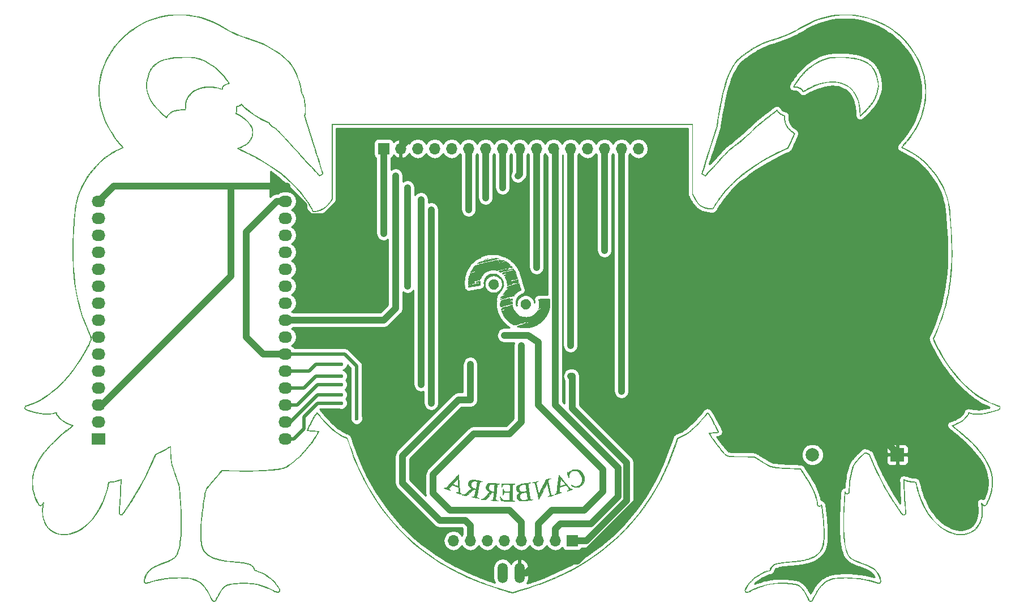
<source format=gbl>
G04 #@! TF.FileFunction,Copper,L2,Bot,Signal*
%FSLAX46Y46*%
G04 Gerber Fmt 4.6, Leading zero omitted, Abs format (unit mm)*
G04 Created by KiCad (PCBNEW 4.0.4+e1-6308~48~ubuntu16.04.1-stable) date Sun Feb  5 22:21:47 2017*
%MOMM*%
%LPD*%
G01*
G04 APERTURE LIST*
%ADD10C,0.100000*%
%ADD11C,0.010000*%
%ADD12O,1.506220X3.014980*%
%ADD13O,2.032000X1.727200*%
%ADD14R,2.032000X1.727200*%
%ADD15R,1.700000X1.700000*%
%ADD16O,1.700000X1.700000*%
%ADD17R,2.000000X2.000000*%
%ADD18C,2.000000*%
%ADD19C,0.600000*%
%ADD20C,1.000000*%
%ADD21C,0.500000*%
%ADD22C,0.250000*%
%ADD23C,0.254000*%
G04 APERTURE END LIST*
D10*
D11*
G36*
X202908493Y-57904907D02*
X203176839Y-57908171D01*
X203425816Y-57913621D01*
X203645707Y-57921258D01*
X203826798Y-57931081D01*
X203959373Y-57943091D01*
X203960541Y-57943237D01*
X204815958Y-58077629D01*
X205643394Y-58262571D01*
X206445548Y-58498931D01*
X207225117Y-58787578D01*
X207984800Y-59129379D01*
X208529232Y-59413439D01*
X208724558Y-59526460D01*
X208952672Y-59666716D01*
X209200388Y-59825442D01*
X209454521Y-59993873D01*
X209701886Y-60163244D01*
X209929297Y-60324791D01*
X210123568Y-60469749D01*
X210154384Y-60493704D01*
X210792033Y-61028349D01*
X211387365Y-61599268D01*
X211938788Y-62203959D01*
X212444713Y-62839917D01*
X212903549Y-63504639D01*
X213313706Y-64195619D01*
X213673592Y-64910355D01*
X213981618Y-65646343D01*
X214236192Y-66401077D01*
X214435725Y-67172055D01*
X214455919Y-67265665D01*
X214565802Y-67896385D01*
X214637172Y-68556894D01*
X214669634Y-69232748D01*
X214662793Y-69909502D01*
X214616254Y-70572714D01*
X214558809Y-71028034D01*
X214410447Y-71812984D01*
X214204784Y-72588191D01*
X213942226Y-73352824D01*
X213623176Y-74106052D01*
X213248042Y-74847047D01*
X212817228Y-75574977D01*
X212331140Y-76289014D01*
X211790182Y-76988326D01*
X211456794Y-77380763D01*
X211351318Y-77502377D01*
X211261033Y-77609277D01*
X211192383Y-77693605D01*
X211151810Y-77747503D01*
X211143545Y-77762710D01*
X211169127Y-77783171D01*
X211237792Y-77820288D01*
X211338617Y-77868517D01*
X211442798Y-77914683D01*
X211848507Y-78102874D01*
X212275338Y-78327055D01*
X212707345Y-78578098D01*
X213128580Y-78846879D01*
X213401399Y-79035603D01*
X214022875Y-79514670D01*
X214612604Y-80037419D01*
X215168013Y-80599887D01*
X215686529Y-81198111D01*
X216165578Y-81828128D01*
X216602587Y-82485972D01*
X216994982Y-83167683D01*
X217340189Y-83869295D01*
X217635636Y-84586845D01*
X217878749Y-85316371D01*
X218066954Y-86053909D01*
X218116356Y-86297229D01*
X218146198Y-86459587D01*
X218172053Y-86613957D01*
X218195281Y-86771034D01*
X218217241Y-86941516D01*
X218239295Y-87136098D01*
X218262802Y-87365478D01*
X218289123Y-87640351D01*
X218294554Y-87698609D01*
X218403698Y-88987040D01*
X218486858Y-90225903D01*
X218543985Y-91417943D01*
X218575027Y-92565908D01*
X218579932Y-93672547D01*
X218558649Y-94740606D01*
X218511127Y-95772832D01*
X218437315Y-96771973D01*
X218337160Y-97740777D01*
X218210613Y-98681991D01*
X218074043Y-99508149D01*
X217884151Y-100451147D01*
X217653949Y-101395111D01*
X217381740Y-102345359D01*
X217065824Y-103307208D01*
X216704504Y-104285974D01*
X216296081Y-105286976D01*
X216044126Y-105863776D01*
X215808387Y-106391367D01*
X215889405Y-106584586D01*
X215969164Y-106767067D01*
X216070696Y-106987442D01*
X216187555Y-107232485D01*
X216313298Y-107488970D01*
X216441478Y-107743671D01*
X216565649Y-107983362D01*
X216629677Y-108103590D01*
X217100488Y-108934174D01*
X217605626Y-109743635D01*
X218141405Y-110527510D01*
X218704137Y-111281339D01*
X219290136Y-112000660D01*
X219895714Y-112681014D01*
X220517184Y-113317939D01*
X221150860Y-113906973D01*
X221793055Y-114443656D01*
X222005405Y-114607895D01*
X222571471Y-115011838D01*
X223152839Y-115378287D01*
X223742338Y-115703492D01*
X224332797Y-115983706D01*
X224917045Y-116215179D01*
X225346173Y-116354347D01*
X225521613Y-116414237D01*
X225645111Y-116478735D01*
X225723107Y-116553416D01*
X225762042Y-116643854D01*
X225769506Y-116720749D01*
X225766333Y-116807188D01*
X225752483Y-116877230D01*
X225721462Y-116935544D01*
X225666776Y-116986799D01*
X225581931Y-117035663D01*
X225460432Y-117086806D01*
X225295786Y-117144897D01*
X225083414Y-117213991D01*
X224476566Y-117391682D01*
X223894214Y-117529556D01*
X223339033Y-117627339D01*
X222813698Y-117684757D01*
X222320883Y-117701536D01*
X221863261Y-117677403D01*
X221443507Y-117612083D01*
X221366450Y-117594561D01*
X221226401Y-117561528D01*
X221133498Y-117543650D01*
X221078066Y-117542628D01*
X221050430Y-117560162D01*
X221040915Y-117597955D01*
X221039851Y-117651983D01*
X221035384Y-117708651D01*
X221017610Y-117763669D01*
X220979967Y-117828473D01*
X220915897Y-117914500D01*
X220826302Y-118024225D01*
X220484470Y-118393359D01*
X220115491Y-118712637D01*
X219721259Y-118980746D01*
X219303668Y-119196373D01*
X218930546Y-119337802D01*
X218818705Y-119376663D01*
X218731731Y-119412826D01*
X218682056Y-119440824D01*
X218675087Y-119450166D01*
X218697062Y-119476881D01*
X218758310Y-119533088D01*
X218851754Y-119612765D01*
X218970317Y-119709890D01*
X219106919Y-119818443D01*
X219120253Y-119828878D01*
X219855056Y-120418771D01*
X220533857Y-120996457D01*
X221157499Y-121563065D01*
X221726829Y-122119721D01*
X222242691Y-122667555D01*
X222705930Y-123207695D01*
X223117391Y-123741268D01*
X223477920Y-124269404D01*
X223788360Y-124793229D01*
X224049557Y-125313873D01*
X224262356Y-125832463D01*
X224427603Y-126350128D01*
X224546141Y-126867995D01*
X224588541Y-127130097D01*
X224611657Y-127358253D01*
X224624676Y-127626443D01*
X224627953Y-127918660D01*
X224621843Y-128218898D01*
X224606698Y-128511151D01*
X224582873Y-128779413D01*
X224550722Y-129007679D01*
X224546492Y-129030720D01*
X224438334Y-129496937D01*
X224288686Y-129980254D01*
X224103488Y-130463717D01*
X223888683Y-130930371D01*
X223863284Y-130980374D01*
X223779438Y-131139614D01*
X223711945Y-131253312D01*
X223652870Y-131329027D01*
X223594278Y-131374316D01*
X223528232Y-131396737D01*
X223446797Y-131403848D01*
X223418358Y-131404126D01*
X223316884Y-131399907D01*
X223249437Y-131381608D01*
X223191923Y-131340763D01*
X223165314Y-131315230D01*
X223108441Y-131264072D01*
X223069708Y-131239730D01*
X223062623Y-131240128D01*
X223060320Y-131273179D01*
X223065516Y-131350528D01*
X223077123Y-131458716D01*
X223085790Y-131526093D01*
X223105417Y-131724052D01*
X223117069Y-131958150D01*
X223120890Y-132211462D01*
X223117023Y-132467062D01*
X223105613Y-132708024D01*
X223086805Y-132917424D01*
X223073122Y-133014426D01*
X222972762Y-133461707D01*
X222827550Y-133876429D01*
X222638840Y-134256230D01*
X222407984Y-134598749D01*
X222136337Y-134901624D01*
X221854729Y-135140871D01*
X221508917Y-135362060D01*
X221134482Y-135534519D01*
X220735421Y-135657943D01*
X220315732Y-135732030D01*
X219879414Y-135756477D01*
X219430465Y-135730981D01*
X218972883Y-135655239D01*
X218510666Y-135528949D01*
X218204243Y-135417454D01*
X217709125Y-135188566D01*
X217226585Y-134904678D01*
X216758867Y-134568260D01*
X216308217Y-134181782D01*
X215876879Y-133747713D01*
X215467099Y-133268523D01*
X215081120Y-132746682D01*
X214721187Y-132184660D01*
X214389546Y-131584925D01*
X214088442Y-130949947D01*
X214038813Y-130834816D01*
X213895141Y-130485062D01*
X213763488Y-130138838D01*
X213640799Y-129786372D01*
X213524018Y-129417889D01*
X213410090Y-129023617D01*
X213295959Y-128593782D01*
X213178571Y-128118613D01*
X213143448Y-127970792D01*
X213131819Y-127942650D01*
X213105423Y-127923315D01*
X213053312Y-127909953D01*
X212964539Y-127899730D01*
X212831439Y-127890027D01*
X212446349Y-127846146D01*
X212051500Y-127767105D01*
X211700343Y-127666567D01*
X211585623Y-127628723D01*
X211492759Y-127599193D01*
X211434934Y-127582116D01*
X211422958Y-127579528D01*
X211413802Y-127607936D01*
X211408596Y-127690304D01*
X211407145Y-127822347D01*
X211409254Y-127999782D01*
X211414729Y-128218326D01*
X211423374Y-128473694D01*
X211434994Y-128761603D01*
X211449395Y-129077768D01*
X211466381Y-129417907D01*
X211485758Y-129777735D01*
X211507330Y-130152968D01*
X211530903Y-130539323D01*
X211556281Y-130932516D01*
X211583270Y-131328263D01*
X211611234Y-131716349D01*
X211626141Y-131929283D01*
X211638276Y-132126177D01*
X211647251Y-132298608D01*
X211652678Y-132438153D01*
X211654169Y-132536388D01*
X211651334Y-132584890D01*
X211651307Y-132584998D01*
X211598789Y-132683745D01*
X211505860Y-132759514D01*
X211389427Y-132800485D01*
X211337439Y-132804471D01*
X211242690Y-132795040D01*
X211162507Y-132773021D01*
X211149899Y-132766944D01*
X211099408Y-132722321D01*
X211022042Y-132631362D01*
X210920400Y-132498137D01*
X210797084Y-132326717D01*
X210654692Y-132121170D01*
X210495825Y-131885567D01*
X210323083Y-131623978D01*
X210139066Y-131340471D01*
X209946375Y-131039117D01*
X209747610Y-130723986D01*
X209545370Y-130399147D01*
X209342255Y-130068670D01*
X209140867Y-129736625D01*
X208943805Y-129407081D01*
X208753669Y-129084108D01*
X208573059Y-128771777D01*
X208404576Y-128474156D01*
X208385948Y-128440793D01*
X207827026Y-127398575D01*
X207289930Y-126315768D01*
X206772094Y-125186998D01*
X206276823Y-124021244D01*
X206164793Y-123747442D01*
X205872839Y-123634580D01*
X205753106Y-123588557D01*
X205655544Y-123551552D01*
X205591696Y-123527912D01*
X205572668Y-123521543D01*
X205543280Y-123541137D01*
X205479927Y-123595934D01*
X205389383Y-123679308D01*
X205278422Y-123784630D01*
X205153817Y-123905274D01*
X205022344Y-124034612D01*
X204890776Y-124166017D01*
X204765887Y-124292862D01*
X204654452Y-124408520D01*
X204563243Y-124506363D01*
X204542473Y-124529417D01*
X204354821Y-124743030D01*
X204202759Y-124925136D01*
X204080316Y-125085242D01*
X203981522Y-125232858D01*
X203900408Y-125377492D01*
X203831004Y-125528654D01*
X203767341Y-125695853D01*
X203718188Y-125842402D01*
X203605437Y-126215810D01*
X203509957Y-126585604D01*
X203430078Y-126961863D01*
X203364131Y-127354668D01*
X203310447Y-127774097D01*
X203267358Y-128230230D01*
X203233193Y-128733148D01*
X203229942Y-128791138D01*
X203218497Y-128975193D01*
X203205538Y-129143860D01*
X203192061Y-129286707D01*
X203179064Y-129393305D01*
X203167543Y-129453223D01*
X203166335Y-129456710D01*
X203117052Y-129530023D01*
X203052821Y-129580790D01*
X202950201Y-129613656D01*
X202835351Y-129621078D01*
X202733254Y-129603086D01*
X202688822Y-129580342D01*
X202637505Y-129546348D01*
X202607746Y-129548146D01*
X202590342Y-129593550D01*
X202578130Y-129674298D01*
X202569414Y-129758867D01*
X202558126Y-129893811D01*
X202544767Y-130071199D01*
X202529836Y-130283095D01*
X202513837Y-130521567D01*
X202497270Y-130778681D01*
X202480636Y-131046503D01*
X202464437Y-131317099D01*
X202449173Y-131582537D01*
X202435346Y-131834882D01*
X202423458Y-132066202D01*
X202414009Y-132268561D01*
X202413532Y-132279577D01*
X202403441Y-132560618D01*
X202395551Y-132877394D01*
X202389861Y-133219675D01*
X202386372Y-133577231D01*
X202385081Y-133939831D01*
X202385989Y-134297243D01*
X202389094Y-134639238D01*
X202394397Y-134955584D01*
X202401896Y-135236052D01*
X202411591Y-135470410D01*
X202413753Y-135510140D01*
X202454766Y-136092916D01*
X202508471Y-136629123D01*
X202574551Y-137117180D01*
X202652688Y-137555510D01*
X202742568Y-137942534D01*
X202843873Y-138276672D01*
X202956286Y-138556346D01*
X203064472Y-138756665D01*
X203182792Y-138924801D01*
X203318881Y-139078658D01*
X203478069Y-139221559D01*
X203665686Y-139356825D01*
X203887059Y-139487779D01*
X204147518Y-139617742D01*
X204452393Y-139750035D01*
X204807012Y-139887980D01*
X204982380Y-139952116D01*
X205251192Y-140049395D01*
X205473653Y-140131373D01*
X205658654Y-140201649D01*
X205815090Y-140263824D01*
X205951855Y-140321500D01*
X206077842Y-140378278D01*
X206201946Y-140437757D01*
X206288532Y-140480944D01*
X206668915Y-140699088D01*
X206997979Y-140944077D01*
X207277038Y-141217469D01*
X207507403Y-141520819D01*
X207690385Y-141855681D01*
X207827297Y-142223612D01*
X207860780Y-142345376D01*
X207900832Y-142513993D01*
X207922841Y-142639484D01*
X207927406Y-142734060D01*
X207915129Y-142809927D01*
X207887020Y-142878503D01*
X207826970Y-142959296D01*
X207743561Y-143007414D01*
X207631047Y-143023201D01*
X207483684Y-143006999D01*
X207295723Y-142959151D01*
X207176956Y-142920831D01*
X206609944Y-142747176D01*
X205998539Y-142595680D01*
X205352985Y-142467911D01*
X204683526Y-142365437D01*
X204000409Y-142289826D01*
X203313878Y-142242645D01*
X202634179Y-142225461D01*
X202632150Y-142225456D01*
X202113686Y-142233143D01*
X201645918Y-142259756D01*
X201223808Y-142306812D01*
X200842316Y-142375825D01*
X200496404Y-142468312D01*
X200181033Y-142585789D01*
X199891164Y-142729771D01*
X199621758Y-142901775D01*
X199367778Y-143103317D01*
X199201870Y-143257459D01*
X199055054Y-143407142D01*
X198920523Y-143556746D01*
X198793632Y-143713238D01*
X198669739Y-143883583D01*
X198544201Y-144074747D01*
X198412373Y-144293694D01*
X198269614Y-144547390D01*
X198111279Y-144842800D01*
X197990495Y-145074643D01*
X197899873Y-145246105D01*
X197814367Y-145400408D01*
X197738940Y-145529132D01*
X197678554Y-145623860D01*
X197638172Y-145676175D01*
X197633398Y-145680447D01*
X197542299Y-145723371D01*
X197427590Y-145739888D01*
X197313650Y-145729554D01*
X197224858Y-145691925D01*
X197219876Y-145687977D01*
X197189272Y-145647533D01*
X197137906Y-145562874D01*
X197070409Y-145442364D01*
X196991412Y-145294368D01*
X196905545Y-145127251D01*
X196868350Y-145052977D01*
X196670981Y-144671464D01*
X196483281Y-144343156D01*
X196301667Y-144064391D01*
X196122558Y-143831504D01*
X195942372Y-143640834D01*
X195757528Y-143488718D01*
X195564443Y-143371493D01*
X195359535Y-143285497D01*
X195139224Y-143227066D01*
X195070541Y-143214521D01*
X194324683Y-143109328D01*
X193613894Y-143047462D01*
X192933884Y-143029121D01*
X192280361Y-143054504D01*
X191649034Y-143123807D01*
X191035611Y-143237227D01*
X190435802Y-143394963D01*
X190311690Y-143433571D01*
X190029647Y-143527264D01*
X189755213Y-143626430D01*
X189477010Y-143735733D01*
X189183658Y-143859838D01*
X188863781Y-144003410D01*
X188505998Y-144171114D01*
X188464771Y-144190789D01*
X188284326Y-144276186D01*
X188147708Y-144338308D01*
X188046621Y-144380196D01*
X187972767Y-144404886D01*
X187917846Y-144415418D01*
X187873562Y-144414830D01*
X187859082Y-144412568D01*
X187727379Y-144363607D01*
X187638204Y-144274861D01*
X187592839Y-144147689D01*
X187590167Y-144127885D01*
X187586079Y-144059880D01*
X187593887Y-143996860D01*
X187618195Y-143924064D01*
X187663608Y-143826731D01*
X187715263Y-143726902D01*
X187898690Y-143420667D01*
X188127615Y-143106463D01*
X188392305Y-142795265D01*
X188683028Y-142498052D01*
X188990050Y-142225801D01*
X189173069Y-142082683D01*
X189564029Y-141815614D01*
X189977870Y-141575871D01*
X190400933Y-141370341D01*
X190819560Y-141205909D01*
X191063586Y-141129656D01*
X191360601Y-141046572D01*
X191394939Y-140911969D01*
X191480716Y-140690719D01*
X191618248Y-140496416D01*
X191807456Y-140329122D01*
X192048262Y-140188902D01*
X192340586Y-140075817D01*
X192494898Y-140032276D01*
X192628900Y-140000341D01*
X192770241Y-139971199D01*
X192925550Y-139943983D01*
X193101456Y-139917826D01*
X193304589Y-139891860D01*
X193541578Y-139865219D01*
X193819052Y-139837037D01*
X194143641Y-139806446D01*
X194395264Y-139783771D01*
X194843354Y-139742242D01*
X195239493Y-139701557D01*
X195590090Y-139660641D01*
X195901553Y-139618422D01*
X196180290Y-139573826D01*
X196432711Y-139525782D01*
X196665223Y-139473215D01*
X196884235Y-139415052D01*
X197096156Y-139350221D01*
X197207666Y-139312832D01*
X197637336Y-139141760D01*
X198022215Y-138940773D01*
X198360305Y-138711267D01*
X198649610Y-138454636D01*
X198888135Y-138172276D01*
X198933899Y-138106392D01*
X199064137Y-137868815D01*
X199173004Y-137577445D01*
X199260504Y-137232220D01*
X199326641Y-136833079D01*
X199371420Y-136379961D01*
X199394844Y-135872807D01*
X199396917Y-135311554D01*
X199377643Y-134696142D01*
X199337027Y-134026510D01*
X199275072Y-133302598D01*
X199259675Y-133146893D01*
X199244110Y-132999522D01*
X199224590Y-132825066D01*
X199202161Y-132631874D01*
X199177868Y-132428295D01*
X199152754Y-132222680D01*
X199127867Y-132023378D01*
X199104249Y-131838740D01*
X199082947Y-131677116D01*
X199065006Y-131546854D01*
X199051469Y-131456305D01*
X199043382Y-131413820D01*
X199042545Y-131411866D01*
X199016083Y-131419833D01*
X198955550Y-131447912D01*
X198922342Y-131464799D01*
X198783288Y-131510519D01*
X198650977Y-131503778D01*
X198535693Y-131445921D01*
X198496935Y-131409087D01*
X198446355Y-131335413D01*
X198415229Y-131241065D01*
X198399373Y-131137226D01*
X198347407Y-130770711D01*
X198271678Y-130406587D01*
X198169989Y-130039625D01*
X198040141Y-129664597D01*
X197879939Y-129276275D01*
X197687184Y-128869431D01*
X197459680Y-128438836D01*
X197195230Y-127979262D01*
X196891636Y-127485481D01*
X196812232Y-127360563D01*
X196688400Y-127166360D01*
X196552936Y-126953034D01*
X196417058Y-126738306D01*
X196291980Y-126539896D01*
X196202411Y-126397115D01*
X196112270Y-126253743D01*
X196031779Y-126127208D01*
X195966425Y-126026022D01*
X195921698Y-125958695D01*
X195903990Y-125934436D01*
X195869789Y-125927626D01*
X195784381Y-125919935D01*
X195654934Y-125911740D01*
X195488618Y-125903418D01*
X195292604Y-125895345D01*
X195074059Y-125887899D01*
X194949449Y-125884278D01*
X194525882Y-125870500D01*
X194103274Y-125852557D01*
X193688693Y-125830965D01*
X193289207Y-125806242D01*
X192911886Y-125778904D01*
X192563798Y-125749470D01*
X192252010Y-125718456D01*
X191983593Y-125686378D01*
X191765615Y-125653755D01*
X191742265Y-125649665D01*
X191597026Y-125617681D01*
X191446141Y-125571394D01*
X191284102Y-125507985D01*
X191105402Y-125424632D01*
X190904535Y-125318517D01*
X190675991Y-125186819D01*
X190414265Y-125026719D01*
X190113848Y-124835397D01*
X189972255Y-124743384D01*
X189790206Y-124626018D01*
X189608998Y-124511938D01*
X189439269Y-124407641D01*
X189291661Y-124319622D01*
X189176811Y-124254376D01*
X189136056Y-124232859D01*
X188894675Y-124110776D01*
X187194562Y-124095821D01*
X186778322Y-124091998D01*
X186415949Y-124087871D01*
X186102922Y-124082715D01*
X185834717Y-124075808D01*
X185606814Y-124066426D01*
X185414690Y-124053845D01*
X185253823Y-124037343D01*
X185119691Y-124016196D01*
X185007772Y-123989681D01*
X184913544Y-123957074D01*
X184832485Y-123917652D01*
X184760073Y-123870692D01*
X184691786Y-123815470D01*
X184623101Y-123751262D01*
X184549497Y-123677347D01*
X184544097Y-123671844D01*
X184341934Y-123456537D01*
X184116770Y-123200356D01*
X183875868Y-122912361D01*
X183626494Y-122601612D01*
X183375911Y-122277169D01*
X183131383Y-121948093D01*
X182900176Y-121623443D01*
X182890192Y-121609069D01*
X182783592Y-121452540D01*
X182674480Y-121287217D01*
X182567728Y-121121032D01*
X182468208Y-120961914D01*
X182380793Y-120817793D01*
X182310356Y-120696600D01*
X182261768Y-120606265D01*
X182239902Y-120554718D01*
X182239161Y-120549481D01*
X182250924Y-120529432D01*
X182290768Y-120513197D01*
X182365529Y-120499707D01*
X182482042Y-120487891D01*
X182647141Y-120476677D01*
X182735483Y-120471736D01*
X182912517Y-120460187D01*
X183087127Y-120445097D01*
X183248879Y-120427753D01*
X183387335Y-120409441D01*
X183492062Y-120391449D01*
X183552624Y-120375062D01*
X183561516Y-120369888D01*
X183553493Y-120340450D01*
X183521608Y-120265875D01*
X183469158Y-120152715D01*
X183399442Y-120007522D01*
X183315760Y-119836847D01*
X183221409Y-119647243D01*
X183119688Y-119445261D01*
X183013895Y-119237454D01*
X182907330Y-119030372D01*
X182803291Y-118830569D01*
X182705076Y-118644596D01*
X182615985Y-118479004D01*
X182543177Y-118347204D01*
X182454863Y-118194753D01*
X182361904Y-118042106D01*
X182269849Y-117897549D01*
X182184246Y-117769362D01*
X182110645Y-117665831D01*
X182054594Y-117595238D01*
X182021644Y-117565866D01*
X182019506Y-117565505D01*
X181985802Y-117587570D01*
X181932891Y-117644663D01*
X181887066Y-117704183D01*
X181747038Y-117889240D01*
X181570840Y-118105240D01*
X181365898Y-118344281D01*
X181139638Y-118598463D01*
X180899486Y-118859885D01*
X180652868Y-119120646D01*
X180407211Y-119372845D01*
X180169941Y-119608582D01*
X179948484Y-119819955D01*
X179750266Y-119999063D01*
X179650514Y-120083699D01*
X179267427Y-120387305D01*
X178908686Y-120646540D01*
X178566917Y-120866061D01*
X178234749Y-121050521D01*
X177904809Y-121204578D01*
X177819527Y-121239805D01*
X177533292Y-121354992D01*
X177262578Y-122168122D01*
X176774616Y-123550650D01*
X176244698Y-124892979D01*
X175672887Y-126195007D01*
X175059243Y-127456634D01*
X174403828Y-128677757D01*
X173706705Y-129858276D01*
X172967934Y-130998088D01*
X172187578Y-132097092D01*
X171365697Y-133155187D01*
X170502355Y-134172272D01*
X169597612Y-135148244D01*
X169020898Y-135727775D01*
X168062720Y-136626239D01*
X167068648Y-137482066D01*
X166037707Y-138295853D01*
X164968926Y-139068196D01*
X163861330Y-139799691D01*
X162713948Y-140490936D01*
X161525806Y-141142527D01*
X160295931Y-141755060D01*
X159023350Y-142329133D01*
X157707090Y-142865341D01*
X156868357Y-143179141D01*
X156692712Y-143241595D01*
X156482558Y-143314455D01*
X156243270Y-143395991D01*
X155980224Y-143484470D01*
X155698797Y-143578163D01*
X155404364Y-143675338D01*
X155102302Y-143774264D01*
X154797986Y-143873210D01*
X154496794Y-143970444D01*
X154204101Y-144064236D01*
X153925284Y-144152855D01*
X153665718Y-144234570D01*
X153430780Y-144307649D01*
X153225845Y-144370362D01*
X153056291Y-144420977D01*
X152927492Y-144457763D01*
X152844827Y-144478990D01*
X152816920Y-144483666D01*
X152773810Y-144474867D01*
X152680426Y-144449558D01*
X152541997Y-144409367D01*
X152363751Y-144355926D01*
X152150916Y-144290864D01*
X151908720Y-144215812D01*
X151642392Y-144132401D01*
X151357159Y-144042259D01*
X151058250Y-143947017D01*
X150750892Y-143848307D01*
X150440314Y-143747756D01*
X150131743Y-143646997D01*
X150095023Y-143634945D01*
X149328402Y-143377537D01*
X148609041Y-143123829D01*
X147926361Y-142869541D01*
X147269779Y-142610392D01*
X146628715Y-142342099D01*
X145992588Y-142060382D01*
X145350815Y-141760958D01*
X144796058Y-141490861D01*
X144049968Y-141111948D01*
X143347534Y-140735521D01*
X142674952Y-140353677D01*
X142018419Y-139958516D01*
X141364132Y-139542132D01*
X141175828Y-139418264D01*
X140065783Y-138648692D01*
X138996980Y-137837873D01*
X137969368Y-136985748D01*
X136982893Y-136092258D01*
X136037503Y-135157343D01*
X135133146Y-134180944D01*
X134269769Y-133163001D01*
X133447321Y-132103455D01*
X132665748Y-131002246D01*
X131924999Y-129859316D01*
X131225021Y-128674604D01*
X130565761Y-127448051D01*
X130476704Y-127272977D01*
X130119381Y-126547071D01*
X129785023Y-125827938D01*
X129468772Y-125103874D01*
X129165770Y-124363177D01*
X128871159Y-123594143D01*
X128580080Y-122785070D01*
X128417900Y-122313362D01*
X128092885Y-121353517D01*
X127909617Y-121284621D01*
X127723997Y-121206482D01*
X127506762Y-121101456D01*
X127272950Y-120977765D01*
X127037602Y-120843634D01*
X126815756Y-120707286D01*
X126645884Y-120593575D01*
X126203374Y-120260724D01*
X125750345Y-119878708D01*
X125293542Y-119454145D01*
X124839706Y-118993653D01*
X124395580Y-118503848D01*
X123967907Y-117991348D01*
X123875789Y-117875053D01*
X123785156Y-117761416D01*
X123706643Y-117666535D01*
X123647475Y-117598880D01*
X123614880Y-117566924D01*
X123611734Y-117565505D01*
X123574727Y-117590651D01*
X123514422Y-117662691D01*
X123434107Y-117776531D01*
X123337067Y-117927076D01*
X123226588Y-118109233D01*
X123105956Y-118317908D01*
X122980876Y-118543551D01*
X122883102Y-118725136D01*
X122780359Y-118918880D01*
X122676100Y-119117981D01*
X122573775Y-119315636D01*
X122476838Y-119505044D01*
X122388739Y-119679401D01*
X122312932Y-119831906D01*
X122252866Y-119955757D01*
X122211995Y-120044150D01*
X122193770Y-120090284D01*
X122193457Y-120095280D01*
X122235302Y-120109698D01*
X122331552Y-120126012D01*
X122478267Y-120143803D01*
X122671505Y-120162651D01*
X122907327Y-120182136D01*
X123181792Y-120201839D01*
X123214623Y-120204032D01*
X123397213Y-120217023D01*
X123559805Y-120230277D01*
X123693459Y-120242925D01*
X123789233Y-120254102D01*
X123838188Y-120262940D01*
X123842306Y-120264895D01*
X123840224Y-120301402D01*
X123810206Y-120379904D01*
X123756199Y-120493479D01*
X123682145Y-120635203D01*
X123591991Y-120798153D01*
X123489682Y-120975404D01*
X123379161Y-121160033D01*
X123264375Y-121345116D01*
X123149268Y-121523731D01*
X123037785Y-121688953D01*
X123001038Y-121741367D01*
X122691873Y-122161801D01*
X122365461Y-122576571D01*
X122025568Y-122982222D01*
X121675960Y-123375299D01*
X121320403Y-123752346D01*
X120962663Y-124109909D01*
X120606507Y-124444533D01*
X120255701Y-124752763D01*
X119914010Y-125031143D01*
X119585200Y-125276220D01*
X119273039Y-125484538D01*
X118981291Y-125652641D01*
X118713723Y-125777076D01*
X118534793Y-125838648D01*
X118342117Y-125884908D01*
X118095997Y-125930296D01*
X117801378Y-125974337D01*
X117463205Y-126016556D01*
X117086424Y-126056478D01*
X116675981Y-126093631D01*
X116236819Y-126127538D01*
X115773886Y-126157726D01*
X115292125Y-126183720D01*
X114796483Y-126205046D01*
X114666403Y-126209752D01*
X114425433Y-126216421D01*
X114134379Y-126221633D01*
X113801531Y-126225426D01*
X113435176Y-126227838D01*
X113043604Y-126228904D01*
X112635101Y-126228663D01*
X112217957Y-126227151D01*
X111800460Y-126224405D01*
X111390899Y-126220463D01*
X110997562Y-126215361D01*
X110628736Y-126209136D01*
X110292712Y-126201826D01*
X109997777Y-126193468D01*
X109850378Y-126188216D01*
X109382035Y-126169935D01*
X109046694Y-126590076D01*
X108935704Y-126726344D01*
X108794713Y-126895128D01*
X108632917Y-127085670D01*
X108459514Y-127287206D01*
X108283700Y-127488978D01*
X108122086Y-127671902D01*
X107883547Y-127940950D01*
X107681528Y-128171948D01*
X107512684Y-128369514D01*
X107373672Y-128538264D01*
X107261147Y-128682814D01*
X107171765Y-128807780D01*
X107102182Y-128917779D01*
X107049052Y-129017426D01*
X107009033Y-129111340D01*
X106978778Y-129204134D01*
X106960641Y-129275098D01*
X106899990Y-129555432D01*
X106835986Y-129885660D01*
X106769857Y-130257466D01*
X106702834Y-130662532D01*
X106636147Y-131092542D01*
X106571025Y-131539179D01*
X106508698Y-131994126D01*
X106450395Y-132449067D01*
X106397346Y-132895685D01*
X106350781Y-133325663D01*
X106328576Y-133549988D01*
X106307736Y-133802299D01*
X106289591Y-134088702D01*
X106274329Y-134399509D01*
X106262135Y-134725028D01*
X106253198Y-135055572D01*
X106247703Y-135381451D01*
X106245839Y-135692975D01*
X106247791Y-135980454D01*
X106253747Y-136234200D01*
X106263894Y-136444523D01*
X106270991Y-136534607D01*
X106310861Y-136895967D01*
X106359499Y-137207241D01*
X106419940Y-137476450D01*
X106495215Y-137711616D01*
X106588360Y-137920762D01*
X106702405Y-138111910D01*
X106840385Y-138293082D01*
X107002610Y-138469550D01*
X107182979Y-138640913D01*
X107361588Y-138785350D01*
X107554911Y-138914346D01*
X107779420Y-139039382D01*
X107922265Y-139110676D01*
X108183928Y-139227148D01*
X108462759Y-139330561D01*
X108764496Y-139422156D01*
X109094883Y-139503172D01*
X109459659Y-139574848D01*
X109864567Y-139638424D01*
X110315347Y-139695141D01*
X110817741Y-139746237D01*
X110900196Y-139753698D01*
X111284857Y-139788270D01*
X111616868Y-139818890D01*
X111901779Y-139846291D01*
X112145142Y-139871209D01*
X112352508Y-139894375D01*
X112529429Y-139916524D01*
X112681456Y-139938389D01*
X112814140Y-139960704D01*
X112933034Y-139984203D01*
X113043688Y-140009619D01*
X113151655Y-140037685D01*
X113241926Y-140063149D01*
X113512411Y-140157147D01*
X113734990Y-140269909D01*
X113918420Y-140406098D01*
X113960799Y-140445939D01*
X114048384Y-140546950D01*
X114129448Y-140665994D01*
X114194698Y-140786619D01*
X114234841Y-140892376D01*
X114243069Y-140945640D01*
X114249197Y-140987041D01*
X114273619Y-141020694D01*
X114325397Y-141051624D01*
X114413590Y-141084853D01*
X114547260Y-141125404D01*
X114588556Y-141137193D01*
X115076965Y-141303236D01*
X115554657Y-141519381D01*
X116015278Y-141780737D01*
X116452476Y-142082409D01*
X116859896Y-142419506D01*
X117231186Y-142787134D01*
X117559992Y-143180399D01*
X117839961Y-143594410D01*
X117889704Y-143679568D01*
X117962052Y-143812144D01*
X118007257Y-143911194D01*
X118030855Y-143991578D01*
X118038384Y-144068155D01*
X118038472Y-144078764D01*
X118014805Y-144220122D01*
X117946537Y-144327069D01*
X117837768Y-144394456D01*
X117774018Y-144410964D01*
X117730418Y-144415715D01*
X117684293Y-144412758D01*
X117627518Y-144399108D01*
X117551971Y-144371782D01*
X117449526Y-144327795D01*
X117312060Y-144264163D01*
X117131448Y-144177901D01*
X117105333Y-144165330D01*
X116556463Y-143910947D01*
X116041792Y-143693981D01*
X115552915Y-143511918D01*
X115081429Y-143362242D01*
X114618929Y-143242441D01*
X114157012Y-143149999D01*
X113687273Y-143082402D01*
X113381805Y-143051291D01*
X113116225Y-143034830D01*
X112823118Y-143028214D01*
X112510341Y-143030736D01*
X112185754Y-143041692D01*
X111857215Y-143060376D01*
X111532582Y-143086083D01*
X111219714Y-143118108D01*
X110926469Y-143155747D01*
X110660707Y-143198293D01*
X110430285Y-143245042D01*
X110243062Y-143295288D01*
X110114808Y-143344439D01*
X109943243Y-143439074D01*
X109781430Y-143554982D01*
X109625680Y-143696856D01*
X109472307Y-143869389D01*
X109317626Y-144077273D01*
X109157948Y-144325203D01*
X108989588Y-144617870D01*
X108808859Y-144959968D01*
X108742371Y-145091506D01*
X108654222Y-145263661D01*
X108571625Y-145417585D01*
X108499244Y-145545118D01*
X108441744Y-145638102D01*
X108403791Y-145688377D01*
X108398544Y-145692884D01*
X108302525Y-145731284D01*
X108184613Y-145739724D01*
X108069720Y-145719380D01*
X107984858Y-145673379D01*
X107951208Y-145629355D01*
X107895858Y-145541453D01*
X107823529Y-145417863D01*
X107738944Y-145266777D01*
X107646825Y-145096387D01*
X107589868Y-144988230D01*
X107415406Y-144658560D01*
X107259375Y-144375593D01*
X107117079Y-144132418D01*
X106983820Y-143922124D01*
X106854900Y-143737798D01*
X106725623Y-143572530D01*
X106591291Y-143419409D01*
X106447205Y-143271522D01*
X106377408Y-143204343D01*
X106109611Y-142975268D01*
X105825232Y-142781415D01*
X105517512Y-142620019D01*
X105179694Y-142488316D01*
X104805022Y-142383542D01*
X104386736Y-142302933D01*
X104068472Y-142259878D01*
X103892784Y-142244863D01*
X103670387Y-142234076D01*
X103412802Y-142227440D01*
X103131551Y-142224875D01*
X102838157Y-142226306D01*
X102544141Y-142231655D01*
X102261026Y-142240843D01*
X102000333Y-142253794D01*
X101773585Y-142270431D01*
X101718242Y-142275689D01*
X100932928Y-142369099D01*
X100198382Y-142486005D01*
X99511665Y-142626983D01*
X98869842Y-142792606D01*
X98498436Y-142906208D01*
X98295614Y-142968428D01*
X98137619Y-143006945D01*
X98016065Y-143022099D01*
X97922568Y-143014227D01*
X97848743Y-142983672D01*
X97790120Y-142934911D01*
X97740368Y-142875541D01*
X97715721Y-142816961D01*
X97708750Y-142735617D01*
X97709561Y-142679451D01*
X97727095Y-142524788D01*
X97768746Y-142337492D01*
X97829288Y-142135411D01*
X97903494Y-141936393D01*
X97970238Y-141789272D01*
X98154875Y-141471611D01*
X98373934Y-141192372D01*
X98525591Y-141037872D01*
X98683319Y-140898471D01*
X98851823Y-140769429D01*
X99037545Y-140647386D01*
X99246923Y-140528980D01*
X99486398Y-140410850D01*
X99762410Y-140289635D01*
X100081399Y-140161975D01*
X100449805Y-140024507D01*
X100506633Y-140003949D01*
X100907639Y-139854235D01*
X101255470Y-139712869D01*
X101554352Y-139577491D01*
X101808509Y-139445738D01*
X102022168Y-139315249D01*
X102199552Y-139183664D01*
X102344889Y-139048620D01*
X102458464Y-138913148D01*
X102596713Y-138693541D01*
X102721099Y-138429459D01*
X102832031Y-138119122D01*
X102929924Y-137760749D01*
X103015188Y-137352559D01*
X103088236Y-136892771D01*
X103149481Y-136379604D01*
X103199333Y-135811276D01*
X103209636Y-135666655D01*
X103219646Y-135479053D01*
X103227836Y-135241941D01*
X103234206Y-134964172D01*
X103238758Y-134654596D01*
X103241490Y-134322067D01*
X103242404Y-133975436D01*
X103241501Y-133623556D01*
X103238779Y-133275279D01*
X103234241Y-132939456D01*
X103227885Y-132624941D01*
X103219714Y-132340586D01*
X103209726Y-132095242D01*
X103209479Y-132090218D01*
X103194207Y-131798288D01*
X103176195Y-131484049D01*
X103155952Y-131154371D01*
X103133987Y-130816125D01*
X103110810Y-130476183D01*
X103086930Y-130141416D01*
X103062857Y-129818695D01*
X103039100Y-129514891D01*
X103016169Y-129236876D01*
X102994573Y-128991520D01*
X102974821Y-128785694D01*
X102957423Y-128626271D01*
X102946478Y-128542977D01*
X102932447Y-128485326D01*
X102900827Y-128378311D01*
X102853493Y-128227616D01*
X102792317Y-128038929D01*
X102719175Y-127817935D01*
X102635939Y-127570321D01*
X102544484Y-127301773D01*
X102446685Y-127017978D01*
X102393237Y-126864241D01*
X102285612Y-126553530D01*
X102184848Y-126258562D01*
X102092719Y-125984779D01*
X102011003Y-125737621D01*
X101941474Y-125522528D01*
X101885908Y-125344942D01*
X101846082Y-125210302D01*
X101823771Y-125124050D01*
X101821464Y-125112517D01*
X101784735Y-124877046D01*
X101750868Y-124596560D01*
X101720879Y-124284405D01*
X101695781Y-123953927D01*
X101676590Y-123618473D01*
X101664320Y-123291390D01*
X101659987Y-122988551D01*
X101658934Y-122848823D01*
X101656155Y-122733016D01*
X101652053Y-122652077D01*
X101647033Y-122616951D01*
X101646232Y-122616310D01*
X101618190Y-122631472D01*
X101550822Y-122673033D01*
X101453452Y-122735103D01*
X101335406Y-122811793D01*
X101301955Y-122833744D01*
X100926573Y-123064012D01*
X100517550Y-123285492D01*
X100099494Y-123485364D01*
X99838972Y-123595858D01*
X99455598Y-123749613D01*
X99370683Y-123963938D01*
X98963843Y-124943770D01*
X98512234Y-125944229D01*
X98020817Y-126955342D01*
X97494551Y-127967134D01*
X96938397Y-128969632D01*
X96556260Y-129623206D01*
X96377533Y-129919683D01*
X96191958Y-130222203D01*
X96002376Y-130526497D01*
X95811626Y-130828297D01*
X95622548Y-131123336D01*
X95437980Y-131407344D01*
X95260764Y-131676055D01*
X95093737Y-131925200D01*
X94939741Y-132150511D01*
X94801614Y-132347719D01*
X94682196Y-132512557D01*
X94584326Y-132640757D01*
X94510845Y-132728050D01*
X94464592Y-132770169D01*
X94461510Y-132771760D01*
X94334133Y-132803487D01*
X94206049Y-132791044D01*
X94093941Y-132739020D01*
X94014488Y-132652007D01*
X94012379Y-132648152D01*
X94001462Y-132622674D01*
X93993163Y-132588479D01*
X93987649Y-132540694D01*
X93985086Y-132474449D01*
X93985643Y-132384874D01*
X93989486Y-132267096D01*
X93996780Y-132116245D01*
X94007694Y-131927450D01*
X94022394Y-131695839D01*
X94041047Y-131416543D01*
X94063820Y-131084690D01*
X94067982Y-131024586D01*
X94093282Y-130639252D01*
X94119350Y-130203389D01*
X94145774Y-129724849D01*
X94172139Y-129211481D01*
X94198032Y-128671135D01*
X94223038Y-128111662D01*
X94229401Y-127962681D01*
X94235929Y-127798816D01*
X94238817Y-127684940D01*
X94237337Y-127612725D01*
X94230760Y-127573842D01*
X94218358Y-127559961D01*
X94199403Y-127562755D01*
X94194594Y-127564651D01*
X93828505Y-127694315D01*
X93432477Y-127796415D01*
X93030665Y-127865370D01*
X92791248Y-127888893D01*
X92655487Y-127899036D01*
X92567202Y-127909372D01*
X92515536Y-127922734D01*
X92489635Y-127941958D01*
X92478643Y-127969880D01*
X92478494Y-127970575D01*
X92287206Y-128776882D01*
X92061805Y-129550278D01*
X91803479Y-130288730D01*
X91513415Y-130990206D01*
X91192800Y-131652672D01*
X90842821Y-132274096D01*
X90464664Y-132852445D01*
X90059517Y-133385686D01*
X89628568Y-133871787D01*
X89173002Y-134308714D01*
X88694007Y-134694435D01*
X88454533Y-134861849D01*
X87975831Y-135151529D01*
X87496244Y-135383422D01*
X87014060Y-135558125D01*
X86527565Y-135676237D01*
X86035045Y-135738353D01*
X85923529Y-135744660D01*
X85465207Y-135740049D01*
X85031810Y-135685251D01*
X84625304Y-135580864D01*
X84247657Y-135427488D01*
X83900836Y-135225721D01*
X83686462Y-135063573D01*
X83392597Y-134787829D01*
X83144654Y-134488189D01*
X82939084Y-134158676D01*
X82772334Y-133793311D01*
X82640852Y-133386116D01*
X82605042Y-133243436D01*
X82566080Y-133031167D01*
X82537102Y-132777261D01*
X82518656Y-132497704D01*
X82511288Y-132208483D01*
X82515546Y-131925583D01*
X82531977Y-131664991D01*
X82546598Y-131535505D01*
X82563370Y-131406002D01*
X82575626Y-131299934D01*
X82582075Y-131229314D01*
X82581987Y-131206084D01*
X82558760Y-131219941D01*
X82508316Y-131264442D01*
X82470686Y-131300969D01*
X82398091Y-131365351D01*
X82331747Y-131395631D01*
X82242323Y-131404004D01*
X82222570Y-131404126D01*
X82133097Y-131398145D01*
X82058936Y-131375398D01*
X81992752Y-131328676D01*
X81927207Y-131250771D01*
X81854964Y-131134476D01*
X81768687Y-130972582D01*
X81754023Y-130943804D01*
X81496097Y-130381845D01*
X81287119Y-129810696D01*
X81130029Y-129239087D01*
X81057760Y-128875151D01*
X81033363Y-128682572D01*
X81016138Y-128448083D01*
X81006082Y-128186337D01*
X81003195Y-127911987D01*
X81007475Y-127639685D01*
X81018919Y-127384083D01*
X81037525Y-127159834D01*
X81057992Y-127010397D01*
X81169471Y-126490747D01*
X81323231Y-125975272D01*
X81520444Y-125462391D01*
X81762284Y-124950524D01*
X82049922Y-124438091D01*
X82384532Y-123923512D01*
X82767286Y-123405207D01*
X83199356Y-122881595D01*
X83681917Y-122351098D01*
X84216140Y-121812134D01*
X84803197Y-121263124D01*
X85444263Y-120702487D01*
X86140509Y-120128643D01*
X86201977Y-120079442D01*
X86357717Y-119955381D01*
X86506866Y-119837164D01*
X86640279Y-119731994D01*
X86748817Y-119647070D01*
X86823336Y-119589595D01*
X86836075Y-119579988D01*
X86909868Y-119520275D01*
X86959803Y-119471180D01*
X86973515Y-119448609D01*
X86947850Y-119427676D01*
X86878689Y-119396849D01*
X86778880Y-119361541D01*
X86733556Y-119347468D01*
X86529621Y-119275101D01*
X86299524Y-119174701D01*
X86061852Y-119055741D01*
X85835193Y-118927698D01*
X85638134Y-118800045D01*
X85587782Y-118763403D01*
X85317442Y-118541044D01*
X85050128Y-118286118D01*
X84808806Y-118020939D01*
X84751048Y-117950432D01*
X84667612Y-117842110D01*
X84616234Y-117763005D01*
X84589712Y-117699112D01*
X84580843Y-117636425D01*
X84580541Y-117618860D01*
X84576121Y-117543734D01*
X84559541Y-117515323D01*
X84535809Y-117518033D01*
X84439874Y-117548058D01*
X84305231Y-117581444D01*
X84151069Y-117613952D01*
X83996575Y-117641344D01*
X83938242Y-117650021D01*
X83548146Y-117689215D01*
X83147161Y-117699110D01*
X82729793Y-117678961D01*
X82290549Y-117628021D01*
X81823936Y-117545544D01*
X81324461Y-117430785D01*
X80786630Y-117282996D01*
X80427113Y-117173064D01*
X80240166Y-117111689D01*
X80101726Y-117059285D01*
X80003730Y-117010373D01*
X79938109Y-116959475D01*
X79896798Y-116901113D01*
X79871729Y-116829809D01*
X79863239Y-116790135D01*
X79864755Y-116732733D01*
X79938472Y-116732733D01*
X79945460Y-116808184D01*
X79971128Y-116870555D01*
X80022532Y-116924773D01*
X80106726Y-116975763D01*
X80230764Y-117028451D01*
X80401703Y-117087764D01*
X80485504Y-117114673D01*
X81073887Y-117289793D01*
X81620348Y-117428937D01*
X82128679Y-117532454D01*
X82602672Y-117600697D01*
X83046119Y-117634015D01*
X83462814Y-117632759D01*
X83856548Y-117597280D01*
X84231113Y-117527929D01*
X84419873Y-117478509D01*
X84522948Y-117449633D01*
X84603833Y-117428610D01*
X84646420Y-117419607D01*
X84647926Y-117419528D01*
X84658401Y-117445152D01*
X84657175Y-117509828D01*
X84652771Y-117545789D01*
X84645893Y-117607093D01*
X84650821Y-117657206D01*
X84673739Y-117709893D01*
X84720831Y-117778917D01*
X84798280Y-117878041D01*
X84806892Y-117888835D01*
X85119432Y-118241246D01*
X85463231Y-118557066D01*
X85829325Y-118828765D01*
X86154826Y-119021222D01*
X86279222Y-119081738D01*
X86426684Y-119146441D01*
X86585125Y-119210811D01*
X86742457Y-119270326D01*
X86886595Y-119320467D01*
X87005451Y-119356711D01*
X87086939Y-119374539D01*
X87102342Y-119375620D01*
X87144806Y-119388987D01*
X87135877Y-119428682D01*
X87075970Y-119494102D01*
X86965499Y-119584641D01*
X86952311Y-119594586D01*
X86869363Y-119657925D01*
X86751297Y-119749678D01*
X86608510Y-119861681D01*
X86451403Y-119985772D01*
X86290371Y-120113789D01*
X86260252Y-120137833D01*
X85557314Y-120714807D01*
X84909802Y-121278717D01*
X84316580Y-121831008D01*
X83776515Y-122373123D01*
X83288473Y-122906508D01*
X82851319Y-123432607D01*
X82463919Y-123952864D01*
X82125139Y-124468723D01*
X81833843Y-124981629D01*
X81588899Y-125493027D01*
X81389172Y-126004361D01*
X81233527Y-126517074D01*
X81225096Y-126549753D01*
X81165103Y-126803988D01*
X81121172Y-127040182D01*
X81091278Y-127275758D01*
X81073396Y-127528143D01*
X81065501Y-127814760D01*
X81064713Y-127929873D01*
X81068203Y-128239306D01*
X81082002Y-128509488D01*
X81108543Y-128759024D01*
X81150258Y-129006522D01*
X81209582Y-129270588D01*
X81270417Y-129502852D01*
X81333021Y-129712404D01*
X81409168Y-129936826D01*
X81495269Y-130168025D01*
X81587737Y-130397907D01*
X81682984Y-130618378D01*
X81777423Y-130821343D01*
X81867466Y-130998708D01*
X81949526Y-131142380D01*
X82020015Y-131244263D01*
X82061141Y-131286850D01*
X82165110Y-131340572D01*
X82269483Y-131337628D01*
X82375324Y-131277565D01*
X82483696Y-131159927D01*
X82536506Y-131083532D01*
X82601756Y-130995222D01*
X82656081Y-130945875D01*
X82693248Y-130937993D01*
X82707024Y-130974076D01*
X82701596Y-131017287D01*
X82657851Y-131233390D01*
X82625876Y-131425828D01*
X82603987Y-131611769D01*
X82590501Y-131808379D01*
X82583734Y-132032827D01*
X82582040Y-132236195D01*
X82585901Y-132536158D01*
X82600265Y-132792825D01*
X82627300Y-133020693D01*
X82669170Y-133234257D01*
X82728042Y-133448016D01*
X82791096Y-133635203D01*
X82962375Y-134030293D01*
X83177589Y-134388991D01*
X83433290Y-134709029D01*
X83726030Y-134988136D01*
X84052361Y-135224043D01*
X84408834Y-135414479D01*
X84792001Y-135557175D01*
X85198413Y-135649861D01*
X85624622Y-135690267D01*
X85908931Y-135687506D01*
X86387636Y-135634810D01*
X86866085Y-135525811D01*
X87341548Y-135362544D01*
X87811298Y-135147045D01*
X88272605Y-134881350D01*
X88722742Y-134567494D01*
X89158979Y-134207513D01*
X89578588Y-133803442D01*
X89978840Y-133357316D01*
X90357007Y-132871171D01*
X90710360Y-132347043D01*
X90965946Y-131915046D01*
X91286477Y-131295252D01*
X91583079Y-130630154D01*
X91852352Y-129929113D01*
X92090894Y-129201489D01*
X92295305Y-128456640D01*
X92419565Y-127914328D01*
X92429455Y-127889781D01*
X92453471Y-127871397D01*
X92501005Y-127856980D01*
X92581448Y-127844335D01*
X92704189Y-127831264D01*
X92819905Y-127820722D01*
X93268112Y-127759351D01*
X93700345Y-127657470D01*
X94020860Y-127550186D01*
X94129050Y-127509847D01*
X94217367Y-127479353D01*
X94270926Y-127463763D01*
X94278159Y-127462747D01*
X94289738Y-127489868D01*
X94295800Y-127571892D01*
X94296365Y-127709808D01*
X94291456Y-127904607D01*
X94289222Y-127966367D01*
X94271606Y-128400663D01*
X94250889Y-128862486D01*
X94227812Y-129337594D01*
X94203118Y-129811747D01*
X94177549Y-130270705D01*
X94151847Y-130700227D01*
X94126757Y-131086072D01*
X94125970Y-131097574D01*
X94103679Y-131422597D01*
X94085138Y-131694403D01*
X94070194Y-131918038D01*
X94058698Y-132098546D01*
X94050500Y-132240972D01*
X94045448Y-132350360D01*
X94043393Y-132431755D01*
X94044184Y-132490201D01*
X94047671Y-132530743D01*
X94053704Y-132558426D01*
X94062131Y-132578293D01*
X94072803Y-132595390D01*
X94080952Y-132607529D01*
X94145262Y-132674547D01*
X94216447Y-132718509D01*
X94278982Y-132738004D01*
X94336827Y-132737899D01*
X94395722Y-132713311D01*
X94461411Y-132659360D01*
X94539636Y-132571162D01*
X94636139Y-132443835D01*
X94756663Y-132272498D01*
X94778659Y-132240529D01*
X95612562Y-130987789D01*
X96390743Y-129739867D01*
X97112848Y-128497414D01*
X97778522Y-127261083D01*
X98387410Y-126031526D01*
X98939158Y-124809395D01*
X99312292Y-123905547D01*
X99397207Y-123691222D01*
X99780581Y-123537467D01*
X100287465Y-123312770D01*
X100791399Y-123048654D01*
X101265807Y-122759096D01*
X101285776Y-122745864D01*
X101416464Y-122660245D01*
X101531118Y-122587559D01*
X101620525Y-122533459D01*
X101675472Y-122503601D01*
X101687213Y-122499528D01*
X101701395Y-122528441D01*
X101711364Y-122614339D01*
X101717021Y-122755961D01*
X101718377Y-122900965D01*
X101722842Y-123221911D01*
X101735372Y-123561458D01*
X101754986Y-123906515D01*
X101780703Y-124243992D01*
X101811540Y-124560798D01*
X101846516Y-124843840D01*
X101879854Y-125054126D01*
X101898232Y-125129443D01*
X101934500Y-125254298D01*
X101986883Y-125423251D01*
X102053606Y-125630861D01*
X102132892Y-125871688D01*
X102222965Y-126140292D01*
X102322051Y-126431231D01*
X102428372Y-126739065D01*
X102451628Y-126805850D01*
X102552017Y-127095392D01*
X102647049Y-127372683D01*
X102734848Y-127632035D01*
X102813542Y-127867764D01*
X102881257Y-128074182D01*
X102936118Y-128245604D01*
X102976251Y-128376342D01*
X102999783Y-128460711D01*
X103004868Y-128484586D01*
X103020191Y-128605480D01*
X103038246Y-128777824D01*
X103058527Y-128994769D01*
X103080524Y-129249463D01*
X103103730Y-129535058D01*
X103127636Y-129844702D01*
X103151734Y-130171545D01*
X103175516Y-130508738D01*
X103198474Y-130849430D01*
X103220098Y-131186770D01*
X103239881Y-131513909D01*
X103257314Y-131823996D01*
X103268075Y-132031827D01*
X103277818Y-132268210D01*
X103285872Y-132544853D01*
X103292235Y-132853185D01*
X103296908Y-133184635D01*
X103299890Y-133530631D01*
X103301180Y-133882601D01*
X103300780Y-134231975D01*
X103298687Y-134570180D01*
X103294901Y-134888645D01*
X103289423Y-135178798D01*
X103282252Y-135432069D01*
X103273387Y-135639885D01*
X103268252Y-135725046D01*
X103221020Y-136305315D01*
X103162715Y-136830026D01*
X103092906Y-137301036D01*
X103011163Y-137720200D01*
X102917059Y-138089371D01*
X102810162Y-138410407D01*
X102690044Y-138685161D01*
X102556275Y-138915490D01*
X102516855Y-138971539D01*
X102398378Y-139112143D01*
X102251921Y-139247016D01*
X102073258Y-139378518D01*
X101858163Y-139509011D01*
X101602411Y-139640857D01*
X101301778Y-139776417D01*
X100952037Y-139918052D01*
X100565023Y-140062339D01*
X100189060Y-140201476D01*
X99863431Y-140330327D01*
X99581695Y-140452254D01*
X99337412Y-140570618D01*
X99124143Y-140688779D01*
X98935448Y-140810100D01*
X98764886Y-140937940D01*
X98606017Y-141075662D01*
X98583981Y-141096263D01*
X98320362Y-141384534D01*
X98103226Y-141707703D01*
X97933727Y-142063857D01*
X97850047Y-142310756D01*
X97801902Y-142496297D01*
X97779433Y-142638415D01*
X97782776Y-142746199D01*
X97812069Y-142828735D01*
X97858747Y-142887055D01*
X97929971Y-142938805D01*
X97999434Y-142964789D01*
X98009466Y-142965505D01*
X98062556Y-142956707D01*
X98157941Y-142932678D01*
X98282628Y-142896971D01*
X98423624Y-142853136D01*
X98440045Y-142847817D01*
X99046746Y-142669251D01*
X99695238Y-142515012D01*
X100388877Y-142384440D01*
X101131022Y-142276878D01*
X101659851Y-142217075D01*
X101866881Y-142200070D01*
X102112691Y-142186378D01*
X102386264Y-142176069D01*
X102676583Y-142169212D01*
X102972630Y-142165880D01*
X103263387Y-142166142D01*
X103537837Y-142170069D01*
X103784963Y-142177731D01*
X103993747Y-142189199D01*
X104126862Y-142201288D01*
X104578572Y-142266882D01*
X104981925Y-142354445D01*
X105343712Y-142466756D01*
X105670723Y-142606593D01*
X105969748Y-142776735D01*
X106247578Y-142979958D01*
X106435799Y-143145952D01*
X106585853Y-143293742D01*
X106724025Y-143443634D01*
X106855012Y-143602539D01*
X106983511Y-143777369D01*
X107114221Y-143975034D01*
X107251838Y-144202447D01*
X107401060Y-144466518D01*
X107566585Y-144774160D01*
X107648259Y-144929839D01*
X107742632Y-145107884D01*
X107832307Y-145271542D01*
X107912560Y-145412622D01*
X107978670Y-145522932D01*
X108025915Y-145594281D01*
X108043249Y-145614988D01*
X108143238Y-145670463D01*
X108253322Y-145673026D01*
X108340153Y-145634493D01*
X108373198Y-145594671D01*
X108426812Y-145510352D01*
X108496330Y-145389695D01*
X108577087Y-145240858D01*
X108664418Y-145072001D01*
X108683980Y-145033115D01*
X108869880Y-144672710D01*
X109042127Y-144363370D01*
X109204408Y-144100400D01*
X109360411Y-143879109D01*
X109513821Y-143694803D01*
X109668325Y-143542790D01*
X109827609Y-143418376D01*
X109995361Y-143316868D01*
X110056417Y-143286048D01*
X110196308Y-143233332D01*
X110386894Y-143183496D01*
X110620518Y-143137203D01*
X110889528Y-143095115D01*
X111186267Y-143057896D01*
X111503081Y-143026208D01*
X111832316Y-143000715D01*
X112166317Y-142982080D01*
X112497428Y-142970966D01*
X112817996Y-142968036D01*
X113120366Y-142973953D01*
X113396882Y-142989380D01*
X113440196Y-142992946D01*
X113942772Y-143049393D01*
X114431991Y-143131714D01*
X114916557Y-143242489D01*
X115405175Y-143384300D01*
X115906550Y-143559729D01*
X116429387Y-143771356D01*
X116982390Y-144021764D01*
X117101364Y-144078648D01*
X117309318Y-144177541D01*
X117472627Y-144250877D01*
X117598395Y-144300153D01*
X117693722Y-144326865D01*
X117765709Y-144332509D01*
X117821460Y-144318583D01*
X117868075Y-144286581D01*
X117904497Y-144247863D01*
X117954042Y-144169453D01*
X117979268Y-144091328D01*
X117980081Y-144078764D01*
X117961568Y-143996275D01*
X117909566Y-143878041D01*
X117829376Y-143731962D01*
X117726301Y-143565933D01*
X117605644Y-143387854D01*
X117472707Y-143205621D01*
X117332793Y-143027134D01*
X117191205Y-142860289D01*
X117084457Y-142744803D01*
X116710132Y-142393055D01*
X116296846Y-142069206D01*
X115854697Y-141779378D01*
X115393781Y-141529697D01*
X114924197Y-141326287D01*
X114530165Y-141195584D01*
X114383798Y-141152435D01*
X114285157Y-141117857D01*
X114225182Y-141086825D01*
X114194811Y-141054317D01*
X114184986Y-141015309D01*
X114184679Y-141004031D01*
X114165988Y-140916903D01*
X114116111Y-140804144D01*
X114044342Y-140682204D01*
X113959972Y-140567536D01*
X113902409Y-140504330D01*
X113727728Y-140361283D01*
X113516175Y-140242876D01*
X113258995Y-140144445D01*
X113183536Y-140121539D01*
X113073637Y-140090757D01*
X112965595Y-140063226D01*
X112853859Y-140038212D01*
X112732877Y-140014983D01*
X112597097Y-139992803D01*
X112440968Y-139970941D01*
X112258939Y-139948662D01*
X112045458Y-139925233D01*
X111794973Y-139899919D01*
X111501934Y-139871989D01*
X111160789Y-139840706D01*
X110841805Y-139812089D01*
X110330939Y-139761749D01*
X109872572Y-139705980D01*
X109460963Y-139643542D01*
X109090371Y-139573196D01*
X108755054Y-139493702D01*
X108449272Y-139403820D01*
X108167283Y-139302311D01*
X107903346Y-139187934D01*
X107863874Y-139169067D01*
X107615173Y-139041309D01*
X107406724Y-138915914D01*
X107222055Y-138781396D01*
X107044693Y-138626273D01*
X106944219Y-138527940D01*
X106779564Y-138348578D01*
X106641870Y-138167105D01*
X106528098Y-137975493D01*
X106435212Y-137765714D01*
X106360176Y-137529742D01*
X106299952Y-137259547D01*
X106251504Y-136947101D01*
X106212710Y-136594175D01*
X106200495Y-136414421D01*
X106192286Y-136185872D01*
X106187911Y-135917975D01*
X106187194Y-135620176D01*
X106189960Y-135301921D01*
X106196037Y-134972656D01*
X106205249Y-134641828D01*
X106217422Y-134318883D01*
X106232382Y-134013266D01*
X106249954Y-133734425D01*
X106269963Y-133491805D01*
X106269983Y-133491597D01*
X106312766Y-133072625D01*
X106362653Y-132632827D01*
X106418418Y-132180493D01*
X106478836Y-131723915D01*
X106542681Y-131271383D01*
X106608726Y-130831185D01*
X106675745Y-130411614D01*
X106742511Y-130020958D01*
X106807800Y-129667509D01*
X106870384Y-129359556D01*
X106902250Y-129216707D01*
X106927414Y-129121754D01*
X106959858Y-129029112D01*
X107002926Y-128934166D01*
X107059964Y-128832300D01*
X107134315Y-128718897D01*
X107229323Y-128589340D01*
X107348334Y-128439013D01*
X107494691Y-128263301D01*
X107671739Y-128057586D01*
X107882821Y-127817253D01*
X108063696Y-127613512D01*
X108233233Y-127421549D01*
X108409138Y-127219547D01*
X108582214Y-127018266D01*
X108743263Y-126828468D01*
X108883089Y-126660914D01*
X108988303Y-126531624D01*
X109323644Y-126111422D01*
X109878357Y-126129756D01*
X110220075Y-126139723D01*
X110597573Y-126148374D01*
X111002568Y-126155672D01*
X111426779Y-126161579D01*
X111861925Y-126166057D01*
X112299724Y-126169068D01*
X112731896Y-126170575D01*
X113150158Y-126170539D01*
X113546230Y-126168922D01*
X113911830Y-126165688D01*
X114238676Y-126160798D01*
X114518489Y-126154214D01*
X114608012Y-126151356D01*
X115106421Y-126131320D01*
X115592236Y-126106493D01*
X116060510Y-126077348D01*
X116506298Y-126044361D01*
X116924655Y-126008005D01*
X117310633Y-125968756D01*
X117659288Y-125927087D01*
X117965674Y-125883473D01*
X118224844Y-125838389D01*
X118431853Y-125792309D01*
X118476403Y-125780257D01*
X118728347Y-125688383D01*
X119006035Y-125550053D01*
X119305611Y-125369143D01*
X119623224Y-125149531D01*
X119955019Y-124895094D01*
X120297142Y-124609708D01*
X120645740Y-124297252D01*
X120996959Y-123961603D01*
X121346945Y-123606637D01*
X121691845Y-123236232D01*
X122027804Y-122854265D01*
X122350970Y-122464614D01*
X122657489Y-122071155D01*
X122943506Y-121677766D01*
X123205169Y-121288324D01*
X123438623Y-120906707D01*
X123587744Y-120637707D01*
X123657356Y-120502151D01*
X123699722Y-120409043D01*
X123717649Y-120350767D01*
X123713944Y-120319708D01*
X123707330Y-120313383D01*
X123665074Y-120302990D01*
X123576443Y-120291611D01*
X123453413Y-120280468D01*
X123307958Y-120270782D01*
X123269399Y-120268727D01*
X123030640Y-120254849D01*
X122793209Y-120237786D01*
X122570806Y-120218727D01*
X122377129Y-120198862D01*
X122225876Y-120179384D01*
X122206115Y-120176316D01*
X122124910Y-120151922D01*
X122096633Y-120114480D01*
X122096633Y-120114242D01*
X122109833Y-120075928D01*
X122147190Y-119992745D01*
X122205340Y-119871320D01*
X122280916Y-119718284D01*
X122370553Y-119540264D01*
X122470886Y-119343888D01*
X122578549Y-119135785D01*
X122690177Y-118922583D01*
X122802405Y-118710911D01*
X122911868Y-118507397D01*
X122920969Y-118490627D01*
X123062020Y-118236204D01*
X123193019Y-118010280D01*
X123311333Y-117816873D01*
X123414330Y-117660002D01*
X123499376Y-117543684D01*
X123563839Y-117471938D01*
X123603698Y-117448724D01*
X123633848Y-117470534D01*
X123692574Y-117530718D01*
X123772802Y-117621404D01*
X123867458Y-117734721D01*
X123925115Y-117806367D01*
X124236060Y-118186018D01*
X124563825Y-118564213D01*
X124900078Y-118932210D01*
X125236488Y-119281264D01*
X125564721Y-119602634D01*
X125876448Y-119887574D01*
X126047378Y-120033511D01*
X126394347Y-120307136D01*
X126748915Y-120560586D01*
X127101946Y-120788188D01*
X127444307Y-120984270D01*
X127766863Y-121143158D01*
X127968008Y-121226230D01*
X128151276Y-121295126D01*
X128476291Y-122254971D01*
X128767507Y-123091382D01*
X129059553Y-123881243D01*
X129357289Y-124636259D01*
X129665570Y-125368131D01*
X129989256Y-126088563D01*
X130333205Y-126809257D01*
X130535095Y-127214586D01*
X131188657Y-128447001D01*
X131882931Y-129637568D01*
X132617968Y-130786345D01*
X133393822Y-131893391D01*
X134210544Y-132958767D01*
X135068187Y-133982531D01*
X135966803Y-134964743D01*
X136906445Y-135905463D01*
X137887165Y-136804750D01*
X138909014Y-137662663D01*
X139972047Y-138479261D01*
X141076314Y-139254605D01*
X141234219Y-139359873D01*
X141890397Y-139783765D01*
X142544881Y-140184179D01*
X143211473Y-140569019D01*
X143903977Y-140946186D01*
X144636197Y-141323583D01*
X144854449Y-141432470D01*
X145355729Y-141676916D01*
X145849690Y-141909432D01*
X146341914Y-142132153D01*
X146837980Y-142347215D01*
X147343469Y-142556753D01*
X147863962Y-142762902D01*
X148405040Y-142967800D01*
X148972282Y-143173580D01*
X149571269Y-143382379D01*
X150207582Y-143596332D01*
X150886801Y-143817576D01*
X151614507Y-144048245D01*
X152017822Y-144173832D01*
X152816597Y-144421186D01*
X153608971Y-144173181D01*
X154185009Y-143992042D01*
X154710529Y-143824905D01*
X155191183Y-143669821D01*
X155632625Y-143524842D01*
X156040505Y-143388020D01*
X156420478Y-143257406D01*
X156778194Y-143131053D01*
X157119307Y-143007012D01*
X157449468Y-142883335D01*
X157774331Y-142758073D01*
X158099546Y-142629279D01*
X158167552Y-142601949D01*
X159482767Y-142043457D01*
X160756104Y-141444480D01*
X161987495Y-140805058D01*
X163176871Y-140125231D01*
X164324164Y-139405041D01*
X165429304Y-138644527D01*
X166492224Y-137843730D01*
X167145138Y-137314407D01*
X168153581Y-136435509D01*
X169120427Y-135515654D01*
X170045635Y-134554904D01*
X170929164Y-133553321D01*
X171770972Y-132510968D01*
X172571018Y-131427908D01*
X173329261Y-130304203D01*
X174045659Y-129139914D01*
X174720171Y-127935106D01*
X175352755Y-126689840D01*
X175943371Y-125404179D01*
X176491977Y-124078185D01*
X176998532Y-122711921D01*
X177204187Y-122109732D01*
X177474901Y-121296602D01*
X177761137Y-121181414D01*
X178094077Y-121033240D01*
X178427467Y-120855381D01*
X178768635Y-120643210D01*
X179124908Y-120392098D01*
X179503614Y-120097420D01*
X179592124Y-120025085D01*
X179802851Y-119842614D01*
X180040340Y-119621638D01*
X180296629Y-119370598D01*
X180563758Y-119097935D01*
X180833765Y-118812089D01*
X181098690Y-118521500D01*
X181350572Y-118234610D01*
X181581450Y-117959859D01*
X181783363Y-117705687D01*
X181798940Y-117685295D01*
X181878492Y-117585949D01*
X181949061Y-117507152D01*
X182001224Y-117458932D01*
X182021239Y-117448724D01*
X182059098Y-117473185D01*
X182120558Y-117542190D01*
X182200990Y-117649171D01*
X182295764Y-117787557D01*
X182400251Y-117950781D01*
X182509820Y-118132274D01*
X182542094Y-118187748D01*
X182602229Y-118294778D01*
X182679049Y-118435812D01*
X182769168Y-118604259D01*
X182869200Y-118793531D01*
X182975758Y-118997039D01*
X183085456Y-119208194D01*
X183194908Y-119420406D01*
X183300727Y-119627087D01*
X183399528Y-119821647D01*
X183487924Y-119997498D01*
X183562529Y-120148050D01*
X183619957Y-120266714D01*
X183656821Y-120346902D01*
X183669736Y-120381950D01*
X183645614Y-120423647D01*
X183618644Y-120437783D01*
X183534175Y-120455833D01*
X183404290Y-120475153D01*
X183241905Y-120494325D01*
X183059933Y-120511926D01*
X182871289Y-120526537D01*
X182741686Y-120534250D01*
X182602919Y-120543216D01*
X182486475Y-120554296D01*
X182404149Y-120566116D01*
X182367739Y-120577301D01*
X182367307Y-120577864D01*
X182372642Y-120619193D01*
X182409726Y-120701983D01*
X182475200Y-120821038D01*
X182565702Y-120971164D01*
X182677872Y-121147165D01*
X182808347Y-121343848D01*
X182953767Y-121556016D01*
X183110772Y-121778476D01*
X183275999Y-122006032D01*
X183393404Y-122163781D01*
X183637000Y-122481525D01*
X183879968Y-122786782D01*
X184115277Y-123071119D01*
X184335895Y-123326103D01*
X184534790Y-123543299D01*
X184600323Y-123611231D01*
X184674800Y-123686250D01*
X184743937Y-123751458D01*
X184812259Y-123807581D01*
X184884292Y-123855347D01*
X184964559Y-123895483D01*
X185057587Y-123928715D01*
X185167898Y-123955770D01*
X185300019Y-123977376D01*
X185458474Y-123994260D01*
X185647787Y-124007148D01*
X185872484Y-124016768D01*
X186137089Y-124023846D01*
X186446126Y-124029110D01*
X186804121Y-124033286D01*
X187215599Y-124037101D01*
X187252953Y-124037430D01*
X188953066Y-124052385D01*
X189194447Y-124174468D01*
X189289563Y-124226320D01*
X189422602Y-124304098D01*
X189582924Y-124401306D01*
X189759889Y-124511449D01*
X189942859Y-124628031D01*
X190030646Y-124684993D01*
X190349283Y-124890523D01*
X190626876Y-125063626D01*
X190868931Y-125207121D01*
X191080956Y-125323827D01*
X191268459Y-125416566D01*
X191436946Y-125488156D01*
X191591925Y-125541417D01*
X191738904Y-125579170D01*
X191800656Y-125591274D01*
X192011832Y-125623929D01*
X192274330Y-125656103D01*
X192581082Y-125687278D01*
X192925019Y-125716938D01*
X193299073Y-125744566D01*
X193696174Y-125769644D01*
X194109255Y-125791656D01*
X194531246Y-125810083D01*
X194955080Y-125824410D01*
X195007840Y-125825887D01*
X195235553Y-125832840D01*
X195444601Y-125840621D01*
X195627813Y-125848856D01*
X195778021Y-125857166D01*
X195888055Y-125865175D01*
X195950745Y-125872507D01*
X195962381Y-125876046D01*
X195985227Y-125907851D01*
X196033373Y-125980760D01*
X196101329Y-126086260D01*
X196183606Y-126215841D01*
X196260801Y-126338724D01*
X196367845Y-126509278D01*
X196495238Y-126711236D01*
X196631765Y-126926877D01*
X196766208Y-127138481D01*
X196870623Y-127302172D01*
X197184544Y-127805934D01*
X197458711Y-128274256D01*
X197695306Y-128712328D01*
X197896512Y-129125339D01*
X198064511Y-129518480D01*
X198201486Y-129896939D01*
X198309619Y-130265908D01*
X198391093Y-130630576D01*
X198448090Y-130996132D01*
X198457357Y-131075334D01*
X198493480Y-131242495D01*
X198560031Y-131360798D01*
X198657881Y-131431742D01*
X198666806Y-131435310D01*
X198757731Y-131442592D01*
X198856550Y-131411250D01*
X198939315Y-131351604D01*
X198972748Y-131303459D01*
X199015221Y-131241734D01*
X199055564Y-131237105D01*
X199087064Y-131288459D01*
X199095578Y-131323839D01*
X199113177Y-131432172D01*
X199135734Y-131587882D01*
X199161907Y-131780299D01*
X199190353Y-131998750D01*
X199219729Y-132232563D01*
X199248692Y-132471066D01*
X199275900Y-132703588D01*
X199300009Y-132919456D01*
X199318112Y-133092322D01*
X199382087Y-133805257D01*
X199426575Y-134472526D01*
X199451604Y-135092924D01*
X199457202Y-135665243D01*
X199443397Y-136188278D01*
X199410217Y-136660821D01*
X199357689Y-137081666D01*
X199285843Y-137449607D01*
X199210906Y-137715933D01*
X199082433Y-138012841D01*
X198899990Y-138293303D01*
X198666255Y-138555042D01*
X198383902Y-138795779D01*
X198055608Y-139013237D01*
X197684049Y-139205137D01*
X197271903Y-139369203D01*
X197266056Y-139371223D01*
X197055295Y-139440019D01*
X196840836Y-139501579D01*
X196616269Y-139556975D01*
X196375186Y-139607280D01*
X196111180Y-139653567D01*
X195817840Y-139696911D01*
X195488760Y-139738383D01*
X195117530Y-139779057D01*
X194697741Y-139820006D01*
X194453655Y-139842162D01*
X194093155Y-139874892D01*
X193784289Y-139904622D01*
X193520426Y-139932220D01*
X193294938Y-139958551D01*
X193101194Y-139984484D01*
X192932566Y-140010884D01*
X192782425Y-140038620D01*
X192644140Y-140068557D01*
X192553288Y-140090667D01*
X192236906Y-140191044D01*
X191972006Y-140318587D01*
X191758666Y-140473231D01*
X191596965Y-140654915D01*
X191486983Y-140863575D01*
X191453330Y-140970360D01*
X191418992Y-141104963D01*
X191121977Y-141188047D01*
X190712600Y-141324434D01*
X190290570Y-141506062D01*
X189869543Y-141726046D01*
X189463180Y-141977499D01*
X189231460Y-142141074D01*
X188921396Y-142391975D01*
X188621545Y-142674110D01*
X188341636Y-142976515D01*
X188091396Y-143288225D01*
X187880553Y-143598275D01*
X187774910Y-143782910D01*
X187700337Y-143935821D01*
X187660406Y-144051782D01*
X187654605Y-144140466D01*
X187682422Y-144211547D01*
X187743346Y-144274698D01*
X187748673Y-144278943D01*
X187819672Y-144320287D01*
X187899366Y-144333067D01*
X187998126Y-144315844D01*
X188126323Y-144267181D01*
X188246699Y-144209851D01*
X188880252Y-143908388D01*
X189495232Y-143648500D01*
X190087166Y-143431896D01*
X190651581Y-143260285D01*
X190895134Y-143198256D01*
X191533714Y-143073894D01*
X192205179Y-142997332D01*
X192908870Y-142968577D01*
X193644129Y-142987637D01*
X194410296Y-143054516D01*
X195128931Y-143156131D01*
X195400000Y-143219895D01*
X195637094Y-143319139D01*
X195854725Y-143461459D01*
X196053008Y-143639772D01*
X196193472Y-143791986D01*
X196327549Y-143959691D01*
X196460188Y-144150566D01*
X196596342Y-144372288D01*
X196740962Y-144632534D01*
X196898999Y-144938983D01*
X196926741Y-144994586D01*
X197014118Y-145167265D01*
X197096580Y-145324354D01*
X197169498Y-145457490D01*
X197228240Y-145558306D01*
X197268175Y-145618439D01*
X197278267Y-145629586D01*
X197374130Y-145674434D01*
X197481809Y-145669488D01*
X197575007Y-145622057D01*
X197611250Y-145578296D01*
X197668391Y-145490602D01*
X197741470Y-145367392D01*
X197825523Y-145217084D01*
X197915589Y-145048097D01*
X197932105Y-145016252D01*
X198103897Y-144687991D01*
X198256909Y-144406251D01*
X198395784Y-144164067D01*
X198525166Y-143954474D01*
X198649698Y-143770507D01*
X198774024Y-143605199D01*
X198902785Y-143451586D01*
X199040627Y-143302702D01*
X199143479Y-143199069D01*
X199383404Y-142981648D01*
X199633791Y-142793622D01*
X199899731Y-142633476D01*
X200186315Y-142499697D01*
X200498635Y-142390770D01*
X200841781Y-142305181D01*
X201220843Y-142241417D01*
X201640914Y-142197964D01*
X202107083Y-142173307D01*
X202617552Y-142165925D01*
X203331271Y-142182704D01*
X204046104Y-142230631D01*
X204752704Y-142308297D01*
X205441723Y-142414292D01*
X206103814Y-142547205D01*
X206729629Y-142705627D01*
X207235346Y-142862440D01*
X207400898Y-142916286D01*
X207523009Y-142948840D01*
X207612109Y-142961338D01*
X207678628Y-142955016D01*
X207732997Y-142931111D01*
X207745423Y-142922875D01*
X207811436Y-142861241D01*
X207847184Y-142783650D01*
X207854294Y-142679423D01*
X207834396Y-142537882D01*
X207816473Y-142456677D01*
X207698473Y-142072334D01*
X207534481Y-141721635D01*
X207323344Y-141403188D01*
X207063912Y-141115601D01*
X206755032Y-140857483D01*
X206395554Y-140627443D01*
X206230142Y-140539335D01*
X206102320Y-140476027D01*
X205978579Y-140417836D01*
X205850022Y-140361161D01*
X205707757Y-140302400D01*
X205542891Y-140237953D01*
X205346528Y-140164218D01*
X205109776Y-140077596D01*
X204923989Y-140010507D01*
X204545497Y-139868974D01*
X204219123Y-139734574D01*
X203939538Y-139603983D01*
X203701413Y-139473881D01*
X203499419Y-139340946D01*
X203328227Y-139201856D01*
X203182507Y-139053289D01*
X203056930Y-138891924D01*
X203006081Y-138815056D01*
X202880778Y-138578349D01*
X202767798Y-138286249D01*
X202667260Y-137940461D01*
X202579282Y-137542694D01*
X202503981Y-137094654D01*
X202441475Y-136598047D01*
X202391881Y-136054582D01*
X202355318Y-135465965D01*
X202331904Y-134833903D01*
X202321756Y-134160103D01*
X202324991Y-133446271D01*
X202341729Y-132694116D01*
X202372086Y-131905344D01*
X202416181Y-131081661D01*
X202443255Y-130659643D01*
X202464413Y-130347194D01*
X202482166Y-130088024D01*
X202497021Y-129877156D01*
X202509483Y-129709608D01*
X202520058Y-129580403D01*
X202529251Y-129484560D01*
X202537567Y-129417100D01*
X202545511Y-129373043D01*
X202553590Y-129347410D01*
X202562309Y-129335221D01*
X202572172Y-129331497D01*
X202578086Y-129331252D01*
X202613586Y-129354503D01*
X202617552Y-129372450D01*
X202640781Y-129421505D01*
X202697689Y-129479850D01*
X202769106Y-129531941D01*
X202835865Y-129562237D01*
X202854805Y-129564816D01*
X202955178Y-129541256D01*
X203047361Y-129481368D01*
X203106741Y-129401341D01*
X203107944Y-129398319D01*
X203119226Y-129344559D01*
X203132102Y-129242896D01*
X203145574Y-129103761D01*
X203158646Y-128937582D01*
X203170320Y-128754792D01*
X203171552Y-128732747D01*
X203204845Y-128224129D01*
X203246883Y-127763392D01*
X203299332Y-127340457D01*
X203363864Y-126945244D01*
X203442145Y-126567672D01*
X203535847Y-126197663D01*
X203646636Y-125825137D01*
X203659797Y-125784011D01*
X203723262Y-125597442D01*
X203787802Y-125434507D01*
X203859451Y-125285543D01*
X203944240Y-125140886D01*
X204048204Y-124990873D01*
X204177376Y-124825840D01*
X204337789Y-124636123D01*
X204471460Y-124483952D01*
X204564699Y-124382226D01*
X204678966Y-124262768D01*
X204807627Y-124131975D01*
X204944047Y-123996244D01*
X205081589Y-123861973D01*
X205213620Y-123735557D01*
X205333504Y-123623395D01*
X205434605Y-123531883D01*
X205510288Y-123467419D01*
X205553919Y-123436399D01*
X205559899Y-123434574D01*
X205593789Y-123445092D01*
X205670376Y-123473116D01*
X205778197Y-123514343D01*
X205902035Y-123562981D01*
X206223184Y-123690594D01*
X206335214Y-123963625D01*
X206511352Y-124389826D01*
X206672617Y-124772829D01*
X206824272Y-125124245D01*
X206971579Y-125455685D01*
X207119802Y-125778761D01*
X207274203Y-126105082D01*
X207440045Y-126446260D01*
X207622591Y-126813907D01*
X207669806Y-126908034D01*
X208070596Y-127686784D01*
X208481010Y-128445605D01*
X208907989Y-129196436D01*
X209358478Y-129951216D01*
X209839418Y-130721883D01*
X210309956Y-131447919D01*
X210499580Y-131735049D01*
X210660693Y-131976865D01*
X210796320Y-132177196D01*
X210909487Y-132339870D01*
X211003218Y-132468715D01*
X211080539Y-132567560D01*
X211144475Y-132640234D01*
X211198050Y-132690564D01*
X211244291Y-132722380D01*
X211286223Y-132739509D01*
X211326870Y-132745780D01*
X211335741Y-132746080D01*
X211412435Y-132724336D01*
X211494787Y-132668235D01*
X211560749Y-132594820D01*
X211580786Y-132556699D01*
X211586403Y-132506682D01*
X211586697Y-132404665D01*
X211581894Y-132256775D01*
X211572222Y-132069137D01*
X211557909Y-131847878D01*
X211550862Y-131750360D01*
X211504017Y-131085131D01*
X211461051Y-130405743D01*
X211423138Y-129732467D01*
X211391450Y-129085573D01*
X211377060Y-128747344D01*
X211368089Y-128526361D01*
X211358991Y-128308182D01*
X211350285Y-128104816D01*
X211342490Y-127928273D01*
X211336123Y-127790561D01*
X211333101Y-127729548D01*
X211327378Y-127602215D01*
X211327222Y-127523037D01*
X211334056Y-127481927D01*
X211349303Y-127468796D01*
X211369442Y-127471942D01*
X211416985Y-127487718D01*
X211505687Y-127517985D01*
X211621588Y-127557958D01*
X211716199Y-127590812D01*
X212147242Y-127716690D01*
X212590553Y-127800739D01*
X212889830Y-127831636D01*
X213025148Y-127841532D01*
X213113076Y-127851791D01*
X213164562Y-127865245D01*
X213190553Y-127884729D01*
X213201839Y-127912402D01*
X213320745Y-128402561D01*
X213435507Y-128844549D01*
X213549179Y-129248137D01*
X213664817Y-129623100D01*
X213785477Y-129979209D01*
X213914213Y-130326238D01*
X214054081Y-130673960D01*
X214097203Y-130776425D01*
X214392705Y-131417345D01*
X214719139Y-132023457D01*
X215074258Y-132592291D01*
X215455819Y-133121378D01*
X215861576Y-133608248D01*
X216289286Y-134050431D01*
X216736702Y-134445457D01*
X217201581Y-134790858D01*
X217681677Y-135084163D01*
X218174745Y-135322903D01*
X218262634Y-135359063D01*
X218729754Y-135520499D01*
X219190508Y-135628921D01*
X219641994Y-135684558D01*
X220081313Y-135687636D01*
X220505565Y-135638381D01*
X220911850Y-135537022D01*
X221297267Y-135383784D01*
X221658918Y-135178895D01*
X221796338Y-135082480D01*
X222108001Y-134815049D01*
X222377169Y-134508581D01*
X222603008Y-134164945D01*
X222784690Y-133786013D01*
X222921382Y-133373656D01*
X223012253Y-132929745D01*
X223056472Y-132456150D01*
X223060932Y-132236195D01*
X223059135Y-132065210D01*
X223053307Y-131909967D01*
X223042116Y-131756700D01*
X223024230Y-131591642D01*
X222998318Y-131401028D01*
X222963049Y-131171090D01*
X222950105Y-131090275D01*
X222944345Y-131002770D01*
X222962835Y-130967524D01*
X223004205Y-130984325D01*
X223067083Y-131052963D01*
X223112014Y-131115188D01*
X223198305Y-131230800D01*
X223273242Y-131301828D01*
X223348957Y-131337145D01*
X223427099Y-131345735D01*
X223493485Y-131337223D01*
X223553292Y-131306935D01*
X223612875Y-131247745D01*
X223678588Y-131152525D01*
X223756784Y-131014148D01*
X223804893Y-130921984D01*
X224021263Y-130461404D01*
X224209034Y-129982477D01*
X224362318Y-129502015D01*
X224475226Y-129036829D01*
X224487767Y-128972330D01*
X224524260Y-128725246D01*
X224550185Y-128438982D01*
X224565114Y-128131595D01*
X224568615Y-127821146D01*
X224560259Y-127525694D01*
X224539616Y-127263298D01*
X224530237Y-127188488D01*
X224438101Y-126682438D01*
X224302821Y-126178418D01*
X224123375Y-125675070D01*
X223898742Y-125171034D01*
X223627904Y-124664952D01*
X223309838Y-124155465D01*
X222943525Y-123641213D01*
X222527944Y-123120840D01*
X222062075Y-122592984D01*
X221544897Y-122056288D01*
X220975389Y-121509394D01*
X220352532Y-120950941D01*
X219675304Y-120379572D01*
X219025368Y-119858580D01*
X218839228Y-119711149D01*
X218697283Y-119594949D01*
X218596461Y-119506932D01*
X218533689Y-119444045D01*
X218505896Y-119403240D01*
X218510008Y-119381466D01*
X218538871Y-119375620D01*
X218584284Y-119366933D01*
X218670313Y-119343621D01*
X218782275Y-119309809D01*
X218847739Y-119288837D01*
X219299355Y-119112127D01*
X219720286Y-118886774D01*
X220112246Y-118611597D01*
X220476948Y-118285414D01*
X220767911Y-117965834D01*
X220861365Y-117851650D01*
X220922850Y-117769392D01*
X220958949Y-117707133D01*
X220976247Y-117652945D01*
X220981327Y-117594901D01*
X220981460Y-117578995D01*
X220982043Y-117518584D01*
X220989757Y-117478776D01*
X221013547Y-117458216D01*
X221062360Y-117455550D01*
X221145142Y-117469422D01*
X221270841Y-117498478D01*
X221364082Y-117521064D01*
X221762586Y-117597263D01*
X222177784Y-117635925D01*
X222614689Y-117636779D01*
X223078319Y-117599554D01*
X223573689Y-117523977D01*
X224105814Y-117409777D01*
X224295138Y-117362325D01*
X224615144Y-117275955D01*
X224923883Y-117186008D01*
X225206487Y-117097002D01*
X225448087Y-117013455D01*
X225470669Y-117005110D01*
X225587532Y-116948892D01*
X225656900Y-116882445D01*
X225667738Y-116864012D01*
X225705435Y-116752244D01*
X225693262Y-116655091D01*
X225629253Y-116570220D01*
X225511444Y-116495298D01*
X225337871Y-116427992D01*
X225287782Y-116412738D01*
X224712882Y-116220218D01*
X224126400Y-115976150D01*
X223535507Y-115684283D01*
X222947376Y-115348366D01*
X222369177Y-114972147D01*
X221947014Y-114666286D01*
X221300781Y-114146108D01*
X220662175Y-113572088D01*
X220034839Y-112948638D01*
X219422413Y-112280170D01*
X218828537Y-111571097D01*
X218256852Y-110825831D01*
X217711000Y-110048785D01*
X217194621Y-109244370D01*
X216711355Y-108417000D01*
X216556224Y-108133090D01*
X216364727Y-107767571D01*
X216177843Y-107393973D01*
X216004310Y-107030246D01*
X215852868Y-106694336D01*
X215830971Y-106643670D01*
X215723263Y-106392755D01*
X215972247Y-105835569D01*
X216377968Y-104895082D01*
X216740837Y-103983292D01*
X217063165Y-103091879D01*
X217347261Y-102212524D01*
X217595432Y-101336908D01*
X217809989Y-100456713D01*
X217993240Y-99563620D01*
X218147493Y-98649309D01*
X218275059Y-97705463D01*
X218307875Y-97420678D01*
X218395517Y-96516680D01*
X218460254Y-95588942D01*
X218502057Y-94633867D01*
X218520901Y-93647854D01*
X218516759Y-92627306D01*
X218489603Y-91568624D01*
X218439408Y-90468208D01*
X218366146Y-89322462D01*
X218269791Y-88127785D01*
X218236164Y-87757000D01*
X218193632Y-87329597D01*
X218149299Y-86950276D01*
X218101247Y-86608730D01*
X218047559Y-86294649D01*
X217986317Y-85997726D01*
X217915603Y-85707653D01*
X217833499Y-85414120D01*
X217750062Y-85144011D01*
X217482411Y-84399804D01*
X217163862Y-83674686D01*
X216797189Y-82971775D01*
X216385167Y-82294187D01*
X215930571Y-81645040D01*
X215436174Y-81027450D01*
X214904750Y-80444535D01*
X214339076Y-79899412D01*
X213741924Y-79395199D01*
X213116069Y-78935011D01*
X212464285Y-78521966D01*
X211789347Y-78159182D01*
X211354433Y-77958243D01*
X211228362Y-77900645D01*
X211124678Y-77847637D01*
X211053776Y-77804942D01*
X211026051Y-77778279D01*
X211025985Y-77777494D01*
X211044545Y-77742692D01*
X211095528Y-77674116D01*
X211171709Y-77580857D01*
X211265861Y-77472006D01*
X211292866Y-77441747D01*
X211866065Y-76765913D01*
X212385819Y-76074895D01*
X212851853Y-75370160D01*
X213263888Y-74653177D01*
X213621649Y-73925417D01*
X213924857Y-73188347D01*
X214173236Y-72443437D01*
X214366510Y-71692156D01*
X214504400Y-70935973D01*
X214586631Y-70176357D01*
X214612925Y-69414778D01*
X214583005Y-68652704D01*
X214496594Y-67891604D01*
X214353416Y-67132947D01*
X214153193Y-66378204D01*
X213895649Y-65628842D01*
X213636699Y-65008787D01*
X213291626Y-64314028D01*
X212892991Y-63635900D01*
X212444338Y-62978866D01*
X211949216Y-62347392D01*
X211411171Y-61745940D01*
X210833748Y-61178974D01*
X210220495Y-60650958D01*
X210095993Y-60552095D01*
X209909186Y-60411106D01*
X209686834Y-60251931D01*
X209442125Y-60083333D01*
X209188243Y-59914077D01*
X208938374Y-59752929D01*
X208705703Y-59608652D01*
X208503416Y-59490011D01*
X208470841Y-59471830D01*
X207723991Y-59090613D01*
X206959228Y-58763186D01*
X206173853Y-58488681D01*
X205365168Y-58266228D01*
X204530475Y-58094961D01*
X203902150Y-58001628D01*
X203766487Y-57989208D01*
X203582611Y-57979148D01*
X203360640Y-57971447D01*
X203110691Y-57966105D01*
X202842883Y-57963123D01*
X202567333Y-57962500D01*
X202294159Y-57964235D01*
X202033481Y-57968330D01*
X201795414Y-57974783D01*
X201590078Y-57983595D01*
X201427590Y-57994765D01*
X201362150Y-58001660D01*
X200646904Y-58108675D01*
X199960471Y-58247341D01*
X199294771Y-58420512D01*
X198641724Y-58631045D01*
X197993248Y-58881792D01*
X197341263Y-59175609D01*
X196677689Y-59515350D01*
X196019391Y-59889053D01*
X195662457Y-60095113D01*
X195290743Y-60299413D01*
X194917267Y-60495255D01*
X194555046Y-60675941D01*
X194217100Y-60834775D01*
X193975713Y-60940454D01*
X193804570Y-61009771D01*
X193603101Y-61086411D01*
X193367406Y-61171716D01*
X193093587Y-61267030D01*
X192777744Y-61373697D01*
X192415976Y-61493062D01*
X192004385Y-61626467D01*
X191727667Y-61715159D01*
X191291493Y-61858832D01*
X190900871Y-61997557D01*
X190543828Y-62136418D01*
X190208393Y-62280494D01*
X189882593Y-62434870D01*
X189554458Y-62604625D01*
X189294220Y-62748140D01*
X189051554Y-62890181D01*
X188785038Y-63055082D01*
X188502616Y-63237260D01*
X188212231Y-63431132D01*
X187921826Y-63631114D01*
X187639346Y-63831625D01*
X187372732Y-64027080D01*
X187129929Y-64211896D01*
X186918880Y-64380491D01*
X186747529Y-64527281D01*
X186697677Y-64573158D01*
X186404169Y-64879820D01*
X186124819Y-65233595D01*
X185857239Y-65637860D01*
X185599041Y-66095995D01*
X185539996Y-66210793D01*
X185361818Y-66581335D01*
X185191152Y-66974604D01*
X185027247Y-67393501D01*
X184869352Y-67840925D01*
X184716718Y-68319774D01*
X184568595Y-68832950D01*
X184424232Y-69383351D01*
X184282878Y-69973877D01*
X184143784Y-70607428D01*
X184006200Y-71286903D01*
X183869374Y-72015202D01*
X183732557Y-72795224D01*
X183594999Y-73629870D01*
X183554755Y-73883224D01*
X183441092Y-74604471D01*
X182329207Y-78134862D01*
X182190982Y-78574015D01*
X182057720Y-78997916D01*
X181930468Y-79403217D01*
X181810270Y-79786567D01*
X181698171Y-80144618D01*
X181595215Y-80474019D01*
X181502447Y-80771421D01*
X181420912Y-81033475D01*
X181351654Y-81256831D01*
X181295719Y-81438139D01*
X181254151Y-81574049D01*
X181227995Y-81661213D01*
X181218295Y-81696281D01*
X181218260Y-81696701D01*
X181242438Y-81724417D01*
X181306196Y-81771486D01*
X181397733Y-81829523D01*
X181439891Y-81854164D01*
X181549070Y-81914535D01*
X181619757Y-81947234D01*
X181662789Y-81955825D01*
X181689009Y-81943873D01*
X181694413Y-81937835D01*
X181718837Y-81910421D01*
X181779871Y-81843189D01*
X181874610Y-81739308D01*
X182000150Y-81601951D01*
X182153588Y-81434287D01*
X182332018Y-81239488D01*
X182532537Y-81020725D01*
X182752240Y-80781168D01*
X182988223Y-80523989D01*
X183237582Y-80252358D01*
X183454370Y-80016303D01*
X183758846Y-79684995D01*
X184026774Y-79393909D01*
X184260967Y-79140135D01*
X184464235Y-78920764D01*
X184639392Y-78732885D01*
X184789248Y-78573590D01*
X184916616Y-78439968D01*
X185024307Y-78329110D01*
X185115134Y-78238105D01*
X185191907Y-78164045D01*
X185257439Y-78104020D01*
X185314542Y-78055119D01*
X185366026Y-78014434D01*
X185414706Y-77979054D01*
X185439615Y-77961942D01*
X185853915Y-77671791D01*
X186273045Y-77357696D01*
X186702233Y-77015305D01*
X187146710Y-76640265D01*
X187611704Y-76228225D01*
X188102445Y-75774833D01*
X188351311Y-75538724D01*
X188633946Y-75268758D01*
X188880357Y-75034386D01*
X189096305Y-74830622D01*
X189287551Y-74652482D01*
X189459855Y-74494979D01*
X189618980Y-74353129D01*
X189770686Y-74221946D01*
X189920735Y-74096445D01*
X190074888Y-73971641D01*
X190238907Y-73842547D01*
X190418551Y-73704180D01*
X190619584Y-73551552D01*
X190837207Y-73387616D01*
X191067811Y-73213117D01*
X191293568Y-73040124D01*
X191509465Y-72872648D01*
X191710489Y-72714697D01*
X191891625Y-72570281D01*
X192047859Y-72443408D01*
X192174178Y-72338088D01*
X192265567Y-72258330D01*
X192317014Y-72208142D01*
X192324723Y-72198196D01*
X192368967Y-72164241D01*
X192420843Y-72182435D01*
X192473019Y-72248485D01*
X192497409Y-72299282D01*
X192569406Y-72418177D01*
X192684763Y-72544661D01*
X192830852Y-72669757D01*
X192995040Y-72784487D01*
X193164698Y-72879873D01*
X193327197Y-72946938D01*
X193447581Y-72974661D01*
X193586949Y-72991167D01*
X193573256Y-73275524D01*
X193574465Y-73562364D01*
X193610083Y-73829351D01*
X193684048Y-74101041D01*
X193723217Y-74211130D01*
X193824233Y-74443380D01*
X193949161Y-74660275D01*
X194103493Y-74867953D01*
X194292721Y-75072552D01*
X194522338Y-75280212D01*
X194797833Y-75497072D01*
X195011042Y-75650729D01*
X195032174Y-75668436D01*
X195042200Y-75691223D01*
X195038590Y-75727860D01*
X195018814Y-75787116D01*
X194980340Y-75877758D01*
X194920639Y-76008557D01*
X194886616Y-76081902D01*
X194822445Y-76221390D01*
X194740669Y-76401254D01*
X194647180Y-76608415D01*
X194547868Y-76829795D01*
X194448624Y-77052316D01*
X194390265Y-77183864D01*
X194075623Y-77894751D01*
X193551242Y-78131041D01*
X192538741Y-78606452D01*
X191560992Y-79104158D01*
X190620520Y-79622446D01*
X189719849Y-80159605D01*
X188861503Y-80713922D01*
X188048004Y-81283685D01*
X187281877Y-81867181D01*
X186565646Y-82462699D01*
X185901835Y-83068526D01*
X185292966Y-83682950D01*
X185165426Y-83820430D01*
X184741089Y-84299473D01*
X184335042Y-84789344D01*
X183953372Y-85281875D01*
X183602163Y-85768895D01*
X183287502Y-86242235D01*
X183015475Y-86693723D01*
X182985291Y-86747288D01*
X182840960Y-87005488D01*
X182547360Y-86985969D01*
X182151474Y-86945772D01*
X181799084Y-86879512D01*
X181480279Y-86784733D01*
X181185147Y-86658981D01*
X181144334Y-86638341D01*
X180898441Y-86480971D01*
X180658774Y-86265857D01*
X180425619Y-85993345D01*
X180199259Y-85663779D01*
X179979978Y-85277504D01*
X179914129Y-85147604D01*
X179728357Y-84771656D01*
X179728357Y-74327115D01*
X125892035Y-74327115D01*
X125887327Y-79545793D01*
X125886871Y-80099667D01*
X125886509Y-80641456D01*
X125886240Y-81167944D01*
X125886063Y-81675918D01*
X125885976Y-82162165D01*
X125885977Y-82623471D01*
X125886065Y-83056621D01*
X125886238Y-83458403D01*
X125886495Y-83825602D01*
X125886834Y-84155005D01*
X125887254Y-84443398D01*
X125887753Y-84687566D01*
X125888329Y-84884298D01*
X125888982Y-85030377D01*
X125889709Y-85122592D01*
X125890026Y-85144011D01*
X125897434Y-85523551D01*
X125686560Y-85841551D01*
X125489128Y-86111177D01*
X125262334Y-86373085D01*
X125019006Y-86614238D01*
X124771974Y-86821599D01*
X124609773Y-86935782D01*
X124292143Y-87112227D01*
X123956763Y-87246844D01*
X123615755Y-87335846D01*
X123281237Y-87375450D01*
X123196191Y-87377187D01*
X122987092Y-87376916D01*
X122841115Y-87108309D01*
X122768395Y-86977928D01*
X122694183Y-86850575D01*
X122629808Y-86745465D01*
X122603475Y-86705233D01*
X122532922Y-86594347D01*
X122462251Y-86472055D01*
X122438155Y-86426698D01*
X122395220Y-86350407D01*
X122327425Y-86238932D01*
X122242902Y-86105266D01*
X122149780Y-85962403D01*
X122114554Y-85909487D01*
X121583182Y-85162577D01*
X121004912Y-84438864D01*
X120378670Y-83737415D01*
X119703383Y-83057298D01*
X118977977Y-82397578D01*
X118201381Y-81757324D01*
X117372520Y-81135602D01*
X116490321Y-80531480D01*
X115553712Y-79944025D01*
X114651805Y-79422358D01*
X114494381Y-79336778D01*
X114295085Y-79231742D01*
X114062788Y-79111661D01*
X113806362Y-78980952D01*
X113534679Y-78844026D01*
X113256610Y-78705300D01*
X112981028Y-78569186D01*
X112716804Y-78440098D01*
X112472810Y-78322452D01*
X112257917Y-78220660D01*
X112080998Y-78139136D01*
X112003193Y-78104581D01*
X111852250Y-78035276D01*
X111744928Y-77978201D01*
X111685670Y-77935880D01*
X111675018Y-77918149D01*
X111702214Y-77884377D01*
X111785381Y-77844804D01*
X111900412Y-77806346D01*
X112271931Y-77671819D01*
X112619879Y-77500901D01*
X112938900Y-77298142D01*
X113223642Y-77068090D01*
X113468747Y-76815294D01*
X113668863Y-76544302D01*
X113818635Y-76259665D01*
X113865208Y-76137229D01*
X113919700Y-75912247D01*
X113945189Y-75660279D01*
X113940524Y-75405663D01*
X113909784Y-75195222D01*
X113845238Y-74979181D01*
X113746702Y-74743866D01*
X113623488Y-74509171D01*
X113494665Y-74308545D01*
X113280743Y-74044759D01*
X113016586Y-73779472D01*
X112709856Y-73518774D01*
X112368214Y-73268750D01*
X111999321Y-73035487D01*
X111656355Y-72847958D01*
X111564134Y-72801476D01*
X111500935Y-72764080D01*
X111463652Y-72724651D01*
X111449179Y-72672070D01*
X111454410Y-72595216D01*
X111476238Y-72482970D01*
X111510889Y-72327229D01*
X111533071Y-72194631D01*
X111549349Y-72035967D01*
X111556497Y-71883501D01*
X111556585Y-71869968D01*
X111557092Y-71617075D01*
X111681173Y-71597007D01*
X111888398Y-71538051D01*
X112064428Y-71435412D01*
X112139429Y-71367460D01*
X112202255Y-71306362D01*
X112250736Y-71268116D01*
X112265815Y-71261597D01*
X112293865Y-71281351D01*
X112355532Y-71336111D01*
X112443621Y-71419123D01*
X112550937Y-71523634D01*
X112646927Y-71619320D01*
X113095526Y-72037781D01*
X113594050Y-72439803D01*
X114144675Y-72826977D01*
X114749577Y-73200897D01*
X115013128Y-73350381D01*
X115155741Y-73427483D01*
X115319909Y-73513201D01*
X115497466Y-73603585D01*
X115680244Y-73694685D01*
X115860079Y-73782551D01*
X116028804Y-73863236D01*
X116178251Y-73932788D01*
X116300256Y-73987259D01*
X116386652Y-74022699D01*
X116429035Y-74035160D01*
X116456302Y-74059745D01*
X116485537Y-74119407D01*
X116487258Y-74124231D01*
X116539916Y-74219248D01*
X116633669Y-74333697D01*
X116758391Y-74458971D01*
X116903955Y-74586467D01*
X117060238Y-74707580D01*
X117217114Y-74813703D01*
X117364457Y-74896231D01*
X117429953Y-74925389D01*
X117450932Y-74936658D01*
X117479961Y-74957762D01*
X117518820Y-74990593D01*
X117569283Y-75037043D01*
X117633127Y-75099006D01*
X117712131Y-75178374D01*
X117808070Y-75277040D01*
X117922721Y-75396896D01*
X118057861Y-75539835D01*
X118215268Y-75707749D01*
X118396717Y-75902532D01*
X118603985Y-76126076D01*
X118838851Y-76380274D01*
X119103089Y-76667017D01*
X119398478Y-76988200D01*
X119726793Y-77345714D01*
X120089813Y-77741452D01*
X120489313Y-78177307D01*
X120749663Y-78461484D01*
X121101770Y-78845590D01*
X121443520Y-79217845D01*
X121772804Y-79575980D01*
X122087516Y-79917724D01*
X122385550Y-80240809D01*
X122664799Y-80542964D01*
X122923155Y-80821919D01*
X123158513Y-81075405D01*
X123368765Y-81301152D01*
X123551804Y-81496890D01*
X123705525Y-81660351D01*
X123827820Y-81789263D01*
X123916582Y-81881357D01*
X123969704Y-81934363D01*
X123985018Y-81947115D01*
X124037744Y-81932221D01*
X124116962Y-81893786D01*
X124207754Y-81841180D01*
X124295204Y-81783773D01*
X124364393Y-81730937D01*
X124400403Y-81692039D01*
X124402510Y-81684874D01*
X124393948Y-81652591D01*
X124368765Y-81567660D01*
X124327906Y-81433118D01*
X124272319Y-81252002D01*
X124202949Y-81027351D01*
X124120742Y-80762202D01*
X124026644Y-80459592D01*
X123921602Y-80122558D01*
X123806561Y-79754138D01*
X123682467Y-79357369D01*
X123550268Y-78935290D01*
X123410908Y-78490936D01*
X123265334Y-78027346D01*
X123114492Y-77547557D01*
X123047533Y-77334759D01*
X121691997Y-73027919D01*
X121754745Y-72852747D01*
X121778081Y-72781315D01*
X121794859Y-72709966D01*
X121806110Y-72627341D01*
X121812864Y-72522082D01*
X121816152Y-72382828D01*
X121817003Y-72198222D01*
X121816985Y-72166655D01*
X121808704Y-71846276D01*
X121785530Y-71521793D01*
X121749025Y-71200699D01*
X121700750Y-70890485D01*
X121642269Y-70598647D01*
X121575143Y-70332676D01*
X121500935Y-70100066D01*
X121421206Y-69908310D01*
X121337519Y-69764901D01*
X121308752Y-69728839D01*
X121276103Y-69667124D01*
X121248595Y-69572838D01*
X121237846Y-69509873D01*
X121224909Y-69423009D01*
X121202705Y-69294194D01*
X121173987Y-69138618D01*
X121141505Y-68971469D01*
X121129558Y-68912068D01*
X120977889Y-68264918D01*
X120791733Y-67643592D01*
X120573168Y-67052594D01*
X120324273Y-66496425D01*
X120047126Y-65979590D01*
X119743806Y-65506591D01*
X119416392Y-65081931D01*
X119300813Y-64950306D01*
X119068990Y-64713181D01*
X118790318Y-64460849D01*
X118463256Y-64192092D01*
X118086266Y-63905693D01*
X117657807Y-63600434D01*
X117221000Y-63304644D01*
X116775878Y-63017884D01*
X116355034Y-62765445D01*
X115945847Y-62541300D01*
X115535696Y-62339425D01*
X115111960Y-62153791D01*
X114662016Y-61978375D01*
X114173243Y-61807149D01*
X113892725Y-61715587D01*
X113484229Y-61584693D01*
X113125548Y-61468614D01*
X112810664Y-61365069D01*
X112533558Y-61271780D01*
X112288213Y-61186467D01*
X112068611Y-61106851D01*
X111868733Y-61030651D01*
X111682561Y-60955590D01*
X111504078Y-60879386D01*
X111327266Y-60799762D01*
X111146106Y-60714438D01*
X110954580Y-60621133D01*
X110799050Y-60543815D01*
X110575169Y-60429123D01*
X110325482Y-60296712D01*
X110069271Y-60157100D01*
X109825824Y-60020804D01*
X109614424Y-59898344D01*
X109601000Y-59890369D01*
X108905190Y-59495530D01*
X108226459Y-59150850D01*
X107557157Y-58853593D01*
X106889633Y-58601023D01*
X106216235Y-58390404D01*
X105529312Y-58219001D01*
X104821213Y-58084078D01*
X104360426Y-58016527D01*
X104134486Y-57993467D01*
X103862433Y-57976254D01*
X103556242Y-57964828D01*
X103227891Y-57959134D01*
X102889358Y-57959112D01*
X102552619Y-57964705D01*
X102229652Y-57975857D01*
X101932433Y-57992508D01*
X101672941Y-58014602D01*
X101543069Y-58030074D01*
X100702120Y-58171324D01*
X99889424Y-58362934D01*
X99101692Y-58606132D01*
X98335632Y-58902140D01*
X97587952Y-59252186D01*
X96855363Y-59657494D01*
X96390081Y-59948302D01*
X95903793Y-60281618D01*
X95448465Y-60627449D01*
X95009943Y-60997500D01*
X94574076Y-61403476D01*
X94302342Y-61674899D01*
X93739295Y-62290576D01*
X93226506Y-62933859D01*
X92764725Y-63603175D01*
X92354700Y-64296956D01*
X91997182Y-65013632D01*
X91692918Y-65751631D01*
X91442659Y-66509383D01*
X91247153Y-67285319D01*
X91107149Y-68077868D01*
X91058865Y-68473436D01*
X91041523Y-68695446D01*
X91030213Y-68960322D01*
X91024819Y-69252961D01*
X91025222Y-69558262D01*
X91031306Y-69861122D01*
X91042954Y-70146437D01*
X91060049Y-70399105D01*
X91074934Y-70546310D01*
X91196248Y-71335774D01*
X91368560Y-72106709D01*
X91592722Y-72860888D01*
X91869583Y-73600084D01*
X92199991Y-74326067D01*
X92584798Y-75040612D01*
X93024853Y-75745491D01*
X93521005Y-76442475D01*
X94074105Y-77133338D01*
X94426690Y-77537905D01*
X94509721Y-77633440D01*
X94575479Y-77714914D01*
X94615520Y-77771526D01*
X94623759Y-77790016D01*
X94598708Y-77817898D01*
X94534685Y-77853322D01*
X94485081Y-77873791D01*
X94360758Y-77924581D01*
X94197190Y-77998661D01*
X94005782Y-78090265D01*
X93797937Y-78193628D01*
X93585060Y-78302984D01*
X93378554Y-78412567D01*
X93189825Y-78516612D01*
X93030911Y-78608970D01*
X92372648Y-79039119D01*
X91743142Y-79516844D01*
X91145120Y-80038455D01*
X90581307Y-80600262D01*
X90054429Y-81198575D01*
X89567214Y-81829704D01*
X89122387Y-82489960D01*
X88722674Y-83175653D01*
X88370802Y-83883093D01*
X88069497Y-84608589D01*
X87821486Y-85348453D01*
X87689366Y-85838530D01*
X87637683Y-86058052D01*
X87593008Y-86266131D01*
X87553910Y-86472425D01*
X87518960Y-86686590D01*
X87486729Y-86918285D01*
X87455786Y-87177165D01*
X87424702Y-87472888D01*
X87392048Y-87815110D01*
X87384456Y-87898206D01*
X87337402Y-88424507D01*
X87296506Y-88901711D01*
X87261358Y-89338742D01*
X87231550Y-89744523D01*
X87206671Y-90127979D01*
X87186313Y-90498034D01*
X87170067Y-90863610D01*
X87157524Y-91233632D01*
X87148274Y-91617023D01*
X87141908Y-92022707D01*
X87138017Y-92459608D01*
X87136193Y-92936650D01*
X87135932Y-93318724D01*
X87136351Y-93740284D01*
X87137382Y-94109216D01*
X87139138Y-94431279D01*
X87141734Y-94712233D01*
X87145282Y-94957837D01*
X87149898Y-95173852D01*
X87155694Y-95366038D01*
X87162785Y-95540153D01*
X87171284Y-95701959D01*
X87181305Y-95857215D01*
X87187842Y-95946310D01*
X87274287Y-96935767D01*
X87379783Y-97877154D01*
X87506236Y-98778216D01*
X87655549Y-99646699D01*
X87829626Y-100490349D01*
X88030372Y-101316911D01*
X88259690Y-102134131D01*
X88519485Y-102949755D01*
X88811660Y-103771528D01*
X89138120Y-104607196D01*
X89500769Y-105464505D01*
X89561670Y-105602825D01*
X89661272Y-105826901D01*
X89740031Y-106004380D01*
X89799541Y-106142572D01*
X89841396Y-106248790D01*
X89867190Y-106330345D01*
X89878517Y-106394547D01*
X89876970Y-106448707D01*
X89864144Y-106500138D01*
X89841632Y-106556150D01*
X89811028Y-106624054D01*
X89793176Y-106664781D01*
X89463827Y-107385308D01*
X89089533Y-108116626D01*
X88675528Y-108851215D01*
X88227045Y-109581552D01*
X87749316Y-110300116D01*
X87247575Y-110999385D01*
X86727056Y-111671838D01*
X86192992Y-112309952D01*
X85650615Y-112906205D01*
X85105159Y-113453077D01*
X85003482Y-113549027D01*
X84423069Y-114070513D01*
X83854280Y-114538713D01*
X83292600Y-114956459D01*
X82733515Y-115326580D01*
X82172510Y-115651908D01*
X81605070Y-115935273D01*
X81026680Y-116179506D01*
X80522380Y-116358675D01*
X80325490Y-116424577D01*
X80177937Y-116479212D01*
X80072814Y-116527005D01*
X80003215Y-116572380D01*
X79962234Y-116619762D01*
X79942963Y-116673575D01*
X79938472Y-116732733D01*
X79864755Y-116732733D01*
X79866418Y-116669808D01*
X79898966Y-116581505D01*
X79918560Y-116543888D01*
X79941151Y-116513103D01*
X79974461Y-116485396D01*
X80026214Y-116457010D01*
X80104134Y-116424191D01*
X80215944Y-116383183D01*
X80369367Y-116330232D01*
X80522380Y-116278397D01*
X80929720Y-116134590D01*
X81297906Y-115990319D01*
X81641535Y-115838479D01*
X81975202Y-115671960D01*
X82313506Y-115483656D01*
X82671041Y-115266458D01*
X82895320Y-115122920D01*
X83538249Y-114675360D01*
X84176080Y-114172766D01*
X84805905Y-113618457D01*
X85424818Y-113015749D01*
X86029911Y-112367958D01*
X86618278Y-111678401D01*
X87187010Y-110950396D01*
X87733202Y-110187258D01*
X88253944Y-109392306D01*
X88746332Y-108568855D01*
X88934195Y-108233150D01*
X89060756Y-107997487D01*
X89194950Y-107738673D01*
X89330352Y-107469770D01*
X89460537Y-107203841D01*
X89579078Y-106953949D01*
X89679550Y-106733155D01*
X89733049Y-106609222D01*
X89760749Y-106544267D01*
X89781251Y-106490947D01*
X89792734Y-106441730D01*
X89793378Y-106389087D01*
X89781360Y-106325485D01*
X89754859Y-106243394D01*
X89712055Y-106135283D01*
X89651125Y-105993622D01*
X89570248Y-105810879D01*
X89503777Y-105661216D01*
X89134595Y-104799642D01*
X88801916Y-103960060D01*
X88503853Y-103134788D01*
X88238515Y-102316143D01*
X88004014Y-101496446D01*
X87798462Y-100668013D01*
X87619970Y-99823163D01*
X87466649Y-98954215D01*
X87336609Y-98053488D01*
X87227963Y-97113298D01*
X87138821Y-96125966D01*
X87129403Y-96004701D01*
X87118143Y-95821207D01*
X87108131Y-95586217D01*
X87099385Y-95306608D01*
X87091925Y-94989263D01*
X87085771Y-94641060D01*
X87080942Y-94268881D01*
X87077458Y-93879605D01*
X87075339Y-93480112D01*
X87074605Y-93077284D01*
X87075274Y-92678000D01*
X87077367Y-92289140D01*
X87080903Y-91917584D01*
X87085902Y-91570213D01*
X87092384Y-91253908D01*
X87100368Y-90975547D01*
X87109874Y-90742012D01*
X87114150Y-90661942D01*
X87138470Y-90262979D01*
X87165481Y-89854124D01*
X87194656Y-89441483D01*
X87225465Y-89031159D01*
X87257379Y-88629257D01*
X87289870Y-88241881D01*
X87322408Y-87875136D01*
X87354464Y-87535125D01*
X87385510Y-87227954D01*
X87415017Y-86959726D01*
X87442456Y-86736545D01*
X87467297Y-86564517D01*
X87471254Y-86540620D01*
X87628671Y-85785141D01*
X87841805Y-85038823D01*
X88108257Y-84305147D01*
X88425631Y-83587595D01*
X88791529Y-82889650D01*
X89203554Y-82214794D01*
X89659307Y-81566510D01*
X90156392Y-80948278D01*
X90692410Y-80363582D01*
X91264965Y-79815904D01*
X91871659Y-79308725D01*
X92510094Y-78845528D01*
X92972520Y-78550579D01*
X93120682Y-78464378D01*
X93296908Y-78366892D01*
X93490658Y-78263469D01*
X93691394Y-78159453D01*
X93888576Y-78060190D01*
X94071667Y-77971026D01*
X94230128Y-77897307D01*
X94353419Y-77844379D01*
X94397495Y-77827760D01*
X94466649Y-77799068D01*
X94504531Y-77774384D01*
X94506977Y-77769251D01*
X94488663Y-77739746D01*
X94439804Y-77678612D01*
X94369531Y-77597060D01*
X94339104Y-77563042D01*
X93765662Y-76891486D01*
X93242642Y-76202704D01*
X92771094Y-75498718D01*
X92352070Y-74781548D01*
X91986621Y-74053217D01*
X91675798Y-73315744D01*
X91420652Y-72571151D01*
X91222234Y-71821459D01*
X91137645Y-71407574D01*
X91073366Y-71028519D01*
X91025731Y-70678181D01*
X90992954Y-70336560D01*
X90973247Y-69983659D01*
X90964826Y-69599479D01*
X90964222Y-69466080D01*
X90979701Y-68810905D01*
X91028969Y-68190236D01*
X91114288Y-67589433D01*
X91237917Y-66993854D01*
X91402119Y-66388859D01*
X91475962Y-66152402D01*
X91747942Y-65404397D01*
X92073791Y-64675539D01*
X92451313Y-63968661D01*
X92878313Y-63286594D01*
X93352594Y-62632170D01*
X93871960Y-62008223D01*
X94434216Y-61417583D01*
X95037165Y-60863084D01*
X95678611Y-60347557D01*
X96331690Y-59889911D01*
X97055739Y-59448678D01*
X97792661Y-59063447D01*
X98545816Y-58732968D01*
X99318565Y-58455989D01*
X100114271Y-58231259D01*
X100936292Y-58057527D01*
X101484679Y-57971579D01*
X101624875Y-57953325D01*
X101754805Y-57938732D01*
X101883585Y-57927396D01*
X102020331Y-57918916D01*
X102174162Y-57912890D01*
X102354195Y-57908916D01*
X102569545Y-57906594D01*
X102829332Y-57905520D01*
X102988242Y-57905320D01*
X103289960Y-57905742D01*
X103541836Y-57907617D01*
X103752407Y-57911261D01*
X103930210Y-57916988D01*
X104083782Y-57925114D01*
X104221660Y-57935955D01*
X104352382Y-57949824D01*
X104418816Y-57958136D01*
X105144200Y-58071465D01*
X105843583Y-58219550D01*
X106524617Y-58405124D01*
X107194954Y-58630926D01*
X107862243Y-58899689D01*
X108534138Y-59214150D01*
X109218288Y-59577045D01*
X109659391Y-59831978D01*
X109867750Y-59953041D01*
X110109540Y-60088694D01*
X110365476Y-60228419D01*
X110616274Y-60361697D01*
X110842649Y-60478010D01*
X110857441Y-60485424D01*
X111060813Y-60586284D01*
X111249265Y-60677438D01*
X111428814Y-60761167D01*
X111605479Y-60839750D01*
X111785277Y-60915466D01*
X111974228Y-60990594D01*
X112178347Y-61067415D01*
X112403654Y-61148207D01*
X112656167Y-61235249D01*
X112941904Y-61330822D01*
X113266883Y-61437204D01*
X113637121Y-61556676D01*
X113951115Y-61657196D01*
X114465719Y-61828650D01*
X114934773Y-62001084D01*
X115370896Y-62180526D01*
X115786712Y-62373001D01*
X116194841Y-62584535D01*
X116607906Y-62821154D01*
X117038526Y-63088885D01*
X117279391Y-63246253D01*
X117756117Y-63569770D01*
X118179972Y-63873317D01*
X118552495Y-64158110D01*
X118875224Y-64425368D01*
X119149701Y-64676309D01*
X119359204Y-64891915D01*
X119694281Y-65299244D01*
X120005966Y-65756432D01*
X120292179Y-66258975D01*
X120550841Y-66802372D01*
X120779875Y-67382118D01*
X120977202Y-67993711D01*
X121140743Y-68632649D01*
X121187949Y-68853677D01*
X121221106Y-69021279D01*
X121251479Y-69182715D01*
X121276317Y-69322795D01*
X121292867Y-69426330D01*
X121296237Y-69451482D01*
X121316452Y-69553020D01*
X121346929Y-69637795D01*
X121367143Y-69670448D01*
X121445360Y-69787250D01*
X121523046Y-69956847D01*
X121598612Y-70173652D01*
X121670465Y-70432079D01*
X121737014Y-70726542D01*
X121796667Y-71051453D01*
X121837054Y-71319988D01*
X121849609Y-71442343D01*
X121860569Y-71607034D01*
X121869177Y-71798016D01*
X121874675Y-71999239D01*
X121876316Y-72152057D01*
X121875817Y-72361576D01*
X121872684Y-72523048D01*
X121866194Y-72646783D01*
X121855624Y-72743094D01*
X121840253Y-72822293D01*
X121825662Y-72874978D01*
X121773657Y-73043187D01*
X123132156Y-77359598D01*
X123285170Y-77846062D01*
X123433335Y-78317671D01*
X123575705Y-78771390D01*
X123711335Y-79204183D01*
X123839279Y-79613013D01*
X123958591Y-79994846D01*
X124068326Y-80346644D01*
X124167539Y-80665374D01*
X124255284Y-80947998D01*
X124330615Y-81191481D01*
X124392587Y-81392787D01*
X124440254Y-81548881D01*
X124472671Y-81656727D01*
X124488892Y-81713289D01*
X124490656Y-81721201D01*
X124466581Y-81755455D01*
X124403352Y-81806811D01*
X124314458Y-81867115D01*
X124213389Y-81928211D01*
X124113637Y-81981944D01*
X124028691Y-82020159D01*
X123972057Y-82034701D01*
X123950168Y-82020271D01*
X123901955Y-81976302D01*
X123826465Y-81901771D01*
X123722742Y-81795657D01*
X123589834Y-81656936D01*
X123426785Y-81484588D01*
X123232644Y-81277591D01*
X123006454Y-81034922D01*
X122747263Y-80755559D01*
X122454116Y-80438481D01*
X122126060Y-80082666D01*
X121762141Y-79687092D01*
X121361404Y-79250736D01*
X120922896Y-78772578D01*
X120704738Y-78534487D01*
X120281354Y-78072419D01*
X119895531Y-77651618D01*
X119545498Y-77270194D01*
X119229480Y-76926258D01*
X118945706Y-76617924D01*
X118692403Y-76343302D01*
X118467798Y-76100503D01*
X118270118Y-75887640D01*
X118097590Y-75702824D01*
X117948442Y-75544167D01*
X117820902Y-75409780D01*
X117713196Y-75297774D01*
X117623551Y-75206262D01*
X117550195Y-75133355D01*
X117491356Y-75077165D01*
X117445260Y-75035802D01*
X117410135Y-75007380D01*
X117384207Y-74990008D01*
X117371562Y-74983794D01*
X117232540Y-74915907D01*
X117079044Y-74820225D01*
X116921198Y-74705353D01*
X116769128Y-74579896D01*
X116632958Y-74452459D01*
X116522813Y-74331647D01*
X116448817Y-74226063D01*
X116428867Y-74182622D01*
X116400002Y-74121335D01*
X116372161Y-74093681D01*
X116370644Y-74093551D01*
X116327407Y-74080770D01*
X116240499Y-74045059D01*
X116118088Y-73990369D01*
X115968339Y-73920647D01*
X115799420Y-73839845D01*
X115619495Y-73751911D01*
X115436732Y-73660795D01*
X115259296Y-73570447D01*
X115095354Y-73484815D01*
X114954737Y-73408772D01*
X114334906Y-73044356D01*
X113765133Y-72665367D01*
X113247664Y-72273437D01*
X112784745Y-71870202D01*
X112616073Y-71706827D01*
X112502980Y-71595204D01*
X112403582Y-71499846D01*
X112325415Y-71427770D01*
X112276016Y-71385991D01*
X112263182Y-71378379D01*
X112228940Y-71397962D01*
X112176721Y-71446031D01*
X112167986Y-71455333D01*
X112058843Y-71540966D01*
X111911244Y-71610408D01*
X111744694Y-71654552D01*
X111739564Y-71655398D01*
X111615483Y-71675465D01*
X111614976Y-71928359D01*
X111605778Y-72117210D01*
X111581422Y-72320805D01*
X111545724Y-72512492D01*
X111514387Y-72630574D01*
X111521829Y-72663177D01*
X111567595Y-72704063D01*
X111658252Y-72758372D01*
X111717399Y-72789567D01*
X112159049Y-73036447D01*
X112559655Y-73301050D01*
X112916760Y-73580814D01*
X113227906Y-73873177D01*
X113490635Y-74175578D01*
X113702490Y-74485453D01*
X113861014Y-74800242D01*
X113963749Y-75117381D01*
X113967961Y-75135869D01*
X113997695Y-75336265D01*
X114007289Y-75563271D01*
X113997594Y-75796202D01*
X113969465Y-76014372D01*
X113924257Y-76195620D01*
X113807694Y-76460672D01*
X113642598Y-76724510D01*
X113437994Y-76976098D01*
X113202906Y-77204399D01*
X112946362Y-77398380D01*
X112934050Y-77406388D01*
X112759960Y-77510376D01*
X112559925Y-77616354D01*
X112353078Y-77715115D01*
X112158551Y-77797456D01*
X112016327Y-77847924D01*
X111929230Y-77879670D01*
X111872006Y-77909911D01*
X111857565Y-77929108D01*
X111886605Y-77951687D01*
X111958478Y-77991606D01*
X112062341Y-78043214D01*
X112186607Y-78100530D01*
X112349954Y-78175362D01*
X112555407Y-78272687D01*
X112793435Y-78387732D01*
X113054509Y-78515727D01*
X113329100Y-78651899D01*
X113607679Y-78791477D01*
X113880715Y-78929690D01*
X114138678Y-79061764D01*
X114372041Y-79182930D01*
X114571273Y-79288415D01*
X114710196Y-79364148D01*
X115699393Y-79938192D01*
X116633277Y-80528529D01*
X117512855Y-81136032D01*
X118339133Y-81761577D01*
X119113118Y-82406038D01*
X119835815Y-83070289D01*
X120508230Y-83755206D01*
X121131371Y-84461663D01*
X121706242Y-85190535D01*
X122172945Y-85851096D01*
X122267191Y-85994063D01*
X122355866Y-86132672D01*
X122430839Y-86253928D01*
X122483980Y-86344837D01*
X122496546Y-86368307D01*
X122559899Y-86483030D01*
X122633478Y-86603772D01*
X122661866Y-86646842D01*
X122716396Y-86732299D01*
X122786787Y-86850216D01*
X122861711Y-86981379D01*
X122899506Y-87049918D01*
X123045483Y-87318525D01*
X123196191Y-87318797D01*
X123455774Y-87297670D01*
X123738198Y-87236602D01*
X124028769Y-87140381D01*
X124312790Y-87013791D01*
X124551382Y-86877391D01*
X124793720Y-86700136D01*
X125040989Y-86480297D01*
X125280358Y-86230914D01*
X125498994Y-85965027D01*
X125628144Y-85783160D01*
X125838993Y-85465160D01*
X125829706Y-85085620D01*
X125828761Y-85016317D01*
X125827916Y-84891837D01*
X125827173Y-84715394D01*
X125826534Y-84490201D01*
X125825999Y-84219473D01*
X125825570Y-83906422D01*
X125825250Y-83554264D01*
X125825038Y-83166211D01*
X125824938Y-82745477D01*
X125824950Y-82295276D01*
X125825077Y-81818823D01*
X125825318Y-81319330D01*
X125825677Y-80800011D01*
X125826155Y-80264080D01*
X125826753Y-79714751D01*
X125827032Y-79487402D01*
X125833644Y-74268724D01*
X179786748Y-74268724D01*
X179786748Y-84713265D01*
X179972519Y-85089213D01*
X180189569Y-85492827D01*
X180413786Y-85839838D01*
X180644886Y-86129901D01*
X180882584Y-86362671D01*
X181126596Y-86537804D01*
X181202725Y-86579950D01*
X181484072Y-86705637D01*
X181788996Y-86802904D01*
X182127436Y-86874289D01*
X182509332Y-86922328D01*
X182562429Y-86926969D01*
X182783512Y-86945417D01*
X182927371Y-86688058D01*
X183025422Y-86520325D01*
X183150643Y-86317856D01*
X183295117Y-86092590D01*
X183450929Y-85856462D01*
X183610161Y-85621412D01*
X183764896Y-85399376D01*
X183907218Y-85202292D01*
X183956156Y-85136748D01*
X184534856Y-84411440D01*
X185157326Y-83710768D01*
X185825185Y-83033387D01*
X186540048Y-82377952D01*
X187303535Y-81743119D01*
X188117263Y-81127543D01*
X188982849Y-80529880D01*
X189901910Y-79948784D01*
X190876066Y-79382911D01*
X190881000Y-79380161D01*
X191108628Y-79256001D01*
X191378254Y-79113379D01*
X191678677Y-78957902D01*
X191998699Y-78795178D01*
X192327117Y-78630814D01*
X192652731Y-78470416D01*
X192964341Y-78319593D01*
X193250745Y-78183951D01*
X193492565Y-78072780D01*
X194016658Y-77836619D01*
X194457477Y-76848246D01*
X194559071Y-76620891D01*
X194654525Y-76408101D01*
X194740917Y-76216329D01*
X194815327Y-76052022D01*
X194874832Y-75921632D01*
X194916512Y-75831608D01*
X194937446Y-75788400D01*
X194937584Y-75788148D01*
X194961133Y-75733128D01*
X194947806Y-75701532D01*
X194924657Y-75685964D01*
X194810427Y-75611362D01*
X194670463Y-75508089D01*
X194520398Y-75388682D01*
X194375866Y-75265677D01*
X194252502Y-75151611D01*
X194228801Y-75127994D01*
X193977493Y-74838141D01*
X193781812Y-74533398D01*
X193640030Y-74209559D01*
X193550422Y-73862416D01*
X193511259Y-73487763D01*
X193509094Y-73374726D01*
X193508587Y-73050039D01*
X193369908Y-73031174D01*
X193254957Y-73002897D01*
X193140548Y-72955888D01*
X193114449Y-72941346D01*
X193015785Y-72882602D01*
X192916619Y-72825345D01*
X192895483Y-72813469D01*
X192773186Y-72732158D01*
X192649767Y-72628134D01*
X192541725Y-72517035D01*
X192465559Y-72414500D01*
X192455738Y-72396662D01*
X192417655Y-72327841D01*
X192389678Y-72287679D01*
X192383630Y-72283436D01*
X192357425Y-72301109D01*
X192294334Y-72349923D01*
X192202273Y-72423574D01*
X192089161Y-72515757D01*
X192011982Y-72579410D01*
X191895917Y-72673630D01*
X191742548Y-72795238D01*
X191561446Y-72936806D01*
X191362180Y-73090904D01*
X191154322Y-73250102D01*
X190947443Y-73406972D01*
X190895598Y-73446007D01*
X190668716Y-73616939D01*
X190468733Y-73768843D01*
X190289887Y-73906704D01*
X190126417Y-74035508D01*
X189972562Y-74160239D01*
X189822561Y-74285883D01*
X189670652Y-74417426D01*
X189511074Y-74559853D01*
X189338066Y-74718148D01*
X189145867Y-74897299D01*
X188928716Y-75102289D01*
X188680850Y-75338104D01*
X188409701Y-75597115D01*
X187969462Y-76012611D01*
X187558437Y-76388621D01*
X187169337Y-76731232D01*
X186794870Y-77046530D01*
X186427745Y-77340602D01*
X186060673Y-77619534D01*
X185686363Y-77889412D01*
X185550384Y-77984178D01*
X185493364Y-78023967D01*
X185439671Y-78062882D01*
X185386426Y-78103887D01*
X185330755Y-78149947D01*
X185269777Y-78204024D01*
X185200618Y-78269084D01*
X185120399Y-78348090D01*
X185026243Y-78444005D01*
X184915272Y-78559794D01*
X184784610Y-78698420D01*
X184631380Y-78862847D01*
X184452703Y-79056040D01*
X184245703Y-79280962D01*
X184007502Y-79540576D01*
X183735224Y-79837848D01*
X183477511Y-80119436D01*
X183153238Y-80473384D01*
X182866212Y-80785735D01*
X182614671Y-81058341D01*
X182396858Y-81293057D01*
X182211013Y-81491737D01*
X182055377Y-81656235D01*
X181928190Y-81788405D01*
X181827693Y-81890102D01*
X181752127Y-81963179D01*
X181699732Y-82009490D01*
X181668750Y-82030889D01*
X181661881Y-82032891D01*
X181608037Y-82019472D01*
X181519818Y-81982030D01*
X181412439Y-81927370D01*
X181360065Y-81897892D01*
X181249409Y-81832014D01*
X181181221Y-81785389D01*
X181146626Y-81749467D01*
X181136746Y-81715695D01*
X181140300Y-81686225D01*
X181150894Y-81649491D01*
X181178000Y-81560478D01*
X181220552Y-81422589D01*
X181277485Y-81239227D01*
X181347735Y-81013795D01*
X181430237Y-80749696D01*
X181523925Y-80450334D01*
X181627733Y-80119112D01*
X181740598Y-79759432D01*
X181861454Y-79374698D01*
X181989236Y-78968314D01*
X182122878Y-78543682D01*
X182261316Y-78104205D01*
X182269347Y-78078724D01*
X183382702Y-74546080D01*
X183496364Y-73824833D01*
X183634279Y-72973761D01*
X183771234Y-72178155D01*
X183907980Y-71435115D01*
X184045266Y-70741743D01*
X184183844Y-70095138D01*
X184324463Y-69492400D01*
X184467874Y-68930631D01*
X184614826Y-68406931D01*
X184766071Y-67918399D01*
X184922359Y-67462137D01*
X185084439Y-67035244D01*
X185253062Y-66634822D01*
X185428978Y-66257971D01*
X185481605Y-66152402D01*
X185737961Y-65681235D01*
X186003143Y-65264725D01*
X186279538Y-64899493D01*
X186569536Y-64582160D01*
X186639286Y-64514767D01*
X186794610Y-64377075D01*
X186992455Y-64215593D01*
X187224879Y-64035904D01*
X187483937Y-63843592D01*
X187761687Y-63644239D01*
X188050184Y-63443429D01*
X188341486Y-63246745D01*
X188627650Y-63059770D01*
X188900731Y-62888087D01*
X189152786Y-62737279D01*
X189235829Y-62689749D01*
X189573843Y-62504785D01*
X189900357Y-62339092D01*
X190227341Y-62187587D01*
X190566768Y-62045189D01*
X190930610Y-61906817D01*
X191330838Y-61767387D01*
X191669276Y-61656768D01*
X192113119Y-61514154D01*
X192504763Y-61386399D01*
X192848109Y-61272159D01*
X193147056Y-61170091D01*
X193405503Y-61078851D01*
X193627350Y-60997094D01*
X193816496Y-60923478D01*
X193917322Y-60882063D01*
X194226869Y-60745242D01*
X194570980Y-60581275D01*
X194936638Y-60396858D01*
X195310823Y-60198690D01*
X195680518Y-59993467D01*
X195961000Y-59830662D01*
X196643399Y-59443942D01*
X197306417Y-59105899D01*
X197958136Y-58813676D01*
X198606637Y-58564421D01*
X199259999Y-58355279D01*
X199926303Y-58183395D01*
X200613629Y-58045914D01*
X201303759Y-57943270D01*
X201435677Y-57931232D01*
X201616230Y-57921380D01*
X201835703Y-57913713D01*
X202084381Y-57908233D01*
X202352548Y-57904938D01*
X202630491Y-57903830D01*
X202908493Y-57904907D01*
X202908493Y-57904907D01*
G37*
X202908493Y-57904907D02*
X203176839Y-57908171D01*
X203425816Y-57913621D01*
X203645707Y-57921258D01*
X203826798Y-57931081D01*
X203959373Y-57943091D01*
X203960541Y-57943237D01*
X204815958Y-58077629D01*
X205643394Y-58262571D01*
X206445548Y-58498931D01*
X207225117Y-58787578D01*
X207984800Y-59129379D01*
X208529232Y-59413439D01*
X208724558Y-59526460D01*
X208952672Y-59666716D01*
X209200388Y-59825442D01*
X209454521Y-59993873D01*
X209701886Y-60163244D01*
X209929297Y-60324791D01*
X210123568Y-60469749D01*
X210154384Y-60493704D01*
X210792033Y-61028349D01*
X211387365Y-61599268D01*
X211938788Y-62203959D01*
X212444713Y-62839917D01*
X212903549Y-63504639D01*
X213313706Y-64195619D01*
X213673592Y-64910355D01*
X213981618Y-65646343D01*
X214236192Y-66401077D01*
X214435725Y-67172055D01*
X214455919Y-67265665D01*
X214565802Y-67896385D01*
X214637172Y-68556894D01*
X214669634Y-69232748D01*
X214662793Y-69909502D01*
X214616254Y-70572714D01*
X214558809Y-71028034D01*
X214410447Y-71812984D01*
X214204784Y-72588191D01*
X213942226Y-73352824D01*
X213623176Y-74106052D01*
X213248042Y-74847047D01*
X212817228Y-75574977D01*
X212331140Y-76289014D01*
X211790182Y-76988326D01*
X211456794Y-77380763D01*
X211351318Y-77502377D01*
X211261033Y-77609277D01*
X211192383Y-77693605D01*
X211151810Y-77747503D01*
X211143545Y-77762710D01*
X211169127Y-77783171D01*
X211237792Y-77820288D01*
X211338617Y-77868517D01*
X211442798Y-77914683D01*
X211848507Y-78102874D01*
X212275338Y-78327055D01*
X212707345Y-78578098D01*
X213128580Y-78846879D01*
X213401399Y-79035603D01*
X214022875Y-79514670D01*
X214612604Y-80037419D01*
X215168013Y-80599887D01*
X215686529Y-81198111D01*
X216165578Y-81828128D01*
X216602587Y-82485972D01*
X216994982Y-83167683D01*
X217340189Y-83869295D01*
X217635636Y-84586845D01*
X217878749Y-85316371D01*
X218066954Y-86053909D01*
X218116356Y-86297229D01*
X218146198Y-86459587D01*
X218172053Y-86613957D01*
X218195281Y-86771034D01*
X218217241Y-86941516D01*
X218239295Y-87136098D01*
X218262802Y-87365478D01*
X218289123Y-87640351D01*
X218294554Y-87698609D01*
X218403698Y-88987040D01*
X218486858Y-90225903D01*
X218543985Y-91417943D01*
X218575027Y-92565908D01*
X218579932Y-93672547D01*
X218558649Y-94740606D01*
X218511127Y-95772832D01*
X218437315Y-96771973D01*
X218337160Y-97740777D01*
X218210613Y-98681991D01*
X218074043Y-99508149D01*
X217884151Y-100451147D01*
X217653949Y-101395111D01*
X217381740Y-102345359D01*
X217065824Y-103307208D01*
X216704504Y-104285974D01*
X216296081Y-105286976D01*
X216044126Y-105863776D01*
X215808387Y-106391367D01*
X215889405Y-106584586D01*
X215969164Y-106767067D01*
X216070696Y-106987442D01*
X216187555Y-107232485D01*
X216313298Y-107488970D01*
X216441478Y-107743671D01*
X216565649Y-107983362D01*
X216629677Y-108103590D01*
X217100488Y-108934174D01*
X217605626Y-109743635D01*
X218141405Y-110527510D01*
X218704137Y-111281339D01*
X219290136Y-112000660D01*
X219895714Y-112681014D01*
X220517184Y-113317939D01*
X221150860Y-113906973D01*
X221793055Y-114443656D01*
X222005405Y-114607895D01*
X222571471Y-115011838D01*
X223152839Y-115378287D01*
X223742338Y-115703492D01*
X224332797Y-115983706D01*
X224917045Y-116215179D01*
X225346173Y-116354347D01*
X225521613Y-116414237D01*
X225645111Y-116478735D01*
X225723107Y-116553416D01*
X225762042Y-116643854D01*
X225769506Y-116720749D01*
X225766333Y-116807188D01*
X225752483Y-116877230D01*
X225721462Y-116935544D01*
X225666776Y-116986799D01*
X225581931Y-117035663D01*
X225460432Y-117086806D01*
X225295786Y-117144897D01*
X225083414Y-117213991D01*
X224476566Y-117391682D01*
X223894214Y-117529556D01*
X223339033Y-117627339D01*
X222813698Y-117684757D01*
X222320883Y-117701536D01*
X221863261Y-117677403D01*
X221443507Y-117612083D01*
X221366450Y-117594561D01*
X221226401Y-117561528D01*
X221133498Y-117543650D01*
X221078066Y-117542628D01*
X221050430Y-117560162D01*
X221040915Y-117597955D01*
X221039851Y-117651983D01*
X221035384Y-117708651D01*
X221017610Y-117763669D01*
X220979967Y-117828473D01*
X220915897Y-117914500D01*
X220826302Y-118024225D01*
X220484470Y-118393359D01*
X220115491Y-118712637D01*
X219721259Y-118980746D01*
X219303668Y-119196373D01*
X218930546Y-119337802D01*
X218818705Y-119376663D01*
X218731731Y-119412826D01*
X218682056Y-119440824D01*
X218675087Y-119450166D01*
X218697062Y-119476881D01*
X218758310Y-119533088D01*
X218851754Y-119612765D01*
X218970317Y-119709890D01*
X219106919Y-119818443D01*
X219120253Y-119828878D01*
X219855056Y-120418771D01*
X220533857Y-120996457D01*
X221157499Y-121563065D01*
X221726829Y-122119721D01*
X222242691Y-122667555D01*
X222705930Y-123207695D01*
X223117391Y-123741268D01*
X223477920Y-124269404D01*
X223788360Y-124793229D01*
X224049557Y-125313873D01*
X224262356Y-125832463D01*
X224427603Y-126350128D01*
X224546141Y-126867995D01*
X224588541Y-127130097D01*
X224611657Y-127358253D01*
X224624676Y-127626443D01*
X224627953Y-127918660D01*
X224621843Y-128218898D01*
X224606698Y-128511151D01*
X224582873Y-128779413D01*
X224550722Y-129007679D01*
X224546492Y-129030720D01*
X224438334Y-129496937D01*
X224288686Y-129980254D01*
X224103488Y-130463717D01*
X223888683Y-130930371D01*
X223863284Y-130980374D01*
X223779438Y-131139614D01*
X223711945Y-131253312D01*
X223652870Y-131329027D01*
X223594278Y-131374316D01*
X223528232Y-131396737D01*
X223446797Y-131403848D01*
X223418358Y-131404126D01*
X223316884Y-131399907D01*
X223249437Y-131381608D01*
X223191923Y-131340763D01*
X223165314Y-131315230D01*
X223108441Y-131264072D01*
X223069708Y-131239730D01*
X223062623Y-131240128D01*
X223060320Y-131273179D01*
X223065516Y-131350528D01*
X223077123Y-131458716D01*
X223085790Y-131526093D01*
X223105417Y-131724052D01*
X223117069Y-131958150D01*
X223120890Y-132211462D01*
X223117023Y-132467062D01*
X223105613Y-132708024D01*
X223086805Y-132917424D01*
X223073122Y-133014426D01*
X222972762Y-133461707D01*
X222827550Y-133876429D01*
X222638840Y-134256230D01*
X222407984Y-134598749D01*
X222136337Y-134901624D01*
X221854729Y-135140871D01*
X221508917Y-135362060D01*
X221134482Y-135534519D01*
X220735421Y-135657943D01*
X220315732Y-135732030D01*
X219879414Y-135756477D01*
X219430465Y-135730981D01*
X218972883Y-135655239D01*
X218510666Y-135528949D01*
X218204243Y-135417454D01*
X217709125Y-135188566D01*
X217226585Y-134904678D01*
X216758867Y-134568260D01*
X216308217Y-134181782D01*
X215876879Y-133747713D01*
X215467099Y-133268523D01*
X215081120Y-132746682D01*
X214721187Y-132184660D01*
X214389546Y-131584925D01*
X214088442Y-130949947D01*
X214038813Y-130834816D01*
X213895141Y-130485062D01*
X213763488Y-130138838D01*
X213640799Y-129786372D01*
X213524018Y-129417889D01*
X213410090Y-129023617D01*
X213295959Y-128593782D01*
X213178571Y-128118613D01*
X213143448Y-127970792D01*
X213131819Y-127942650D01*
X213105423Y-127923315D01*
X213053312Y-127909953D01*
X212964539Y-127899730D01*
X212831439Y-127890027D01*
X212446349Y-127846146D01*
X212051500Y-127767105D01*
X211700343Y-127666567D01*
X211585623Y-127628723D01*
X211492759Y-127599193D01*
X211434934Y-127582116D01*
X211422958Y-127579528D01*
X211413802Y-127607936D01*
X211408596Y-127690304D01*
X211407145Y-127822347D01*
X211409254Y-127999782D01*
X211414729Y-128218326D01*
X211423374Y-128473694D01*
X211434994Y-128761603D01*
X211449395Y-129077768D01*
X211466381Y-129417907D01*
X211485758Y-129777735D01*
X211507330Y-130152968D01*
X211530903Y-130539323D01*
X211556281Y-130932516D01*
X211583270Y-131328263D01*
X211611234Y-131716349D01*
X211626141Y-131929283D01*
X211638276Y-132126177D01*
X211647251Y-132298608D01*
X211652678Y-132438153D01*
X211654169Y-132536388D01*
X211651334Y-132584890D01*
X211651307Y-132584998D01*
X211598789Y-132683745D01*
X211505860Y-132759514D01*
X211389427Y-132800485D01*
X211337439Y-132804471D01*
X211242690Y-132795040D01*
X211162507Y-132773021D01*
X211149899Y-132766944D01*
X211099408Y-132722321D01*
X211022042Y-132631362D01*
X210920400Y-132498137D01*
X210797084Y-132326717D01*
X210654692Y-132121170D01*
X210495825Y-131885567D01*
X210323083Y-131623978D01*
X210139066Y-131340471D01*
X209946375Y-131039117D01*
X209747610Y-130723986D01*
X209545370Y-130399147D01*
X209342255Y-130068670D01*
X209140867Y-129736625D01*
X208943805Y-129407081D01*
X208753669Y-129084108D01*
X208573059Y-128771777D01*
X208404576Y-128474156D01*
X208385948Y-128440793D01*
X207827026Y-127398575D01*
X207289930Y-126315768D01*
X206772094Y-125186998D01*
X206276823Y-124021244D01*
X206164793Y-123747442D01*
X205872839Y-123634580D01*
X205753106Y-123588557D01*
X205655544Y-123551552D01*
X205591696Y-123527912D01*
X205572668Y-123521543D01*
X205543280Y-123541137D01*
X205479927Y-123595934D01*
X205389383Y-123679308D01*
X205278422Y-123784630D01*
X205153817Y-123905274D01*
X205022344Y-124034612D01*
X204890776Y-124166017D01*
X204765887Y-124292862D01*
X204654452Y-124408520D01*
X204563243Y-124506363D01*
X204542473Y-124529417D01*
X204354821Y-124743030D01*
X204202759Y-124925136D01*
X204080316Y-125085242D01*
X203981522Y-125232858D01*
X203900408Y-125377492D01*
X203831004Y-125528654D01*
X203767341Y-125695853D01*
X203718188Y-125842402D01*
X203605437Y-126215810D01*
X203509957Y-126585604D01*
X203430078Y-126961863D01*
X203364131Y-127354668D01*
X203310447Y-127774097D01*
X203267358Y-128230230D01*
X203233193Y-128733148D01*
X203229942Y-128791138D01*
X203218497Y-128975193D01*
X203205538Y-129143860D01*
X203192061Y-129286707D01*
X203179064Y-129393305D01*
X203167543Y-129453223D01*
X203166335Y-129456710D01*
X203117052Y-129530023D01*
X203052821Y-129580790D01*
X202950201Y-129613656D01*
X202835351Y-129621078D01*
X202733254Y-129603086D01*
X202688822Y-129580342D01*
X202637505Y-129546348D01*
X202607746Y-129548146D01*
X202590342Y-129593550D01*
X202578130Y-129674298D01*
X202569414Y-129758867D01*
X202558126Y-129893811D01*
X202544767Y-130071199D01*
X202529836Y-130283095D01*
X202513837Y-130521567D01*
X202497270Y-130778681D01*
X202480636Y-131046503D01*
X202464437Y-131317099D01*
X202449173Y-131582537D01*
X202435346Y-131834882D01*
X202423458Y-132066202D01*
X202414009Y-132268561D01*
X202413532Y-132279577D01*
X202403441Y-132560618D01*
X202395551Y-132877394D01*
X202389861Y-133219675D01*
X202386372Y-133577231D01*
X202385081Y-133939831D01*
X202385989Y-134297243D01*
X202389094Y-134639238D01*
X202394397Y-134955584D01*
X202401896Y-135236052D01*
X202411591Y-135470410D01*
X202413753Y-135510140D01*
X202454766Y-136092916D01*
X202508471Y-136629123D01*
X202574551Y-137117180D01*
X202652688Y-137555510D01*
X202742568Y-137942534D01*
X202843873Y-138276672D01*
X202956286Y-138556346D01*
X203064472Y-138756665D01*
X203182792Y-138924801D01*
X203318881Y-139078658D01*
X203478069Y-139221559D01*
X203665686Y-139356825D01*
X203887059Y-139487779D01*
X204147518Y-139617742D01*
X204452393Y-139750035D01*
X204807012Y-139887980D01*
X204982380Y-139952116D01*
X205251192Y-140049395D01*
X205473653Y-140131373D01*
X205658654Y-140201649D01*
X205815090Y-140263824D01*
X205951855Y-140321500D01*
X206077842Y-140378278D01*
X206201946Y-140437757D01*
X206288532Y-140480944D01*
X206668915Y-140699088D01*
X206997979Y-140944077D01*
X207277038Y-141217469D01*
X207507403Y-141520819D01*
X207690385Y-141855681D01*
X207827297Y-142223612D01*
X207860780Y-142345376D01*
X207900832Y-142513993D01*
X207922841Y-142639484D01*
X207927406Y-142734060D01*
X207915129Y-142809927D01*
X207887020Y-142878503D01*
X207826970Y-142959296D01*
X207743561Y-143007414D01*
X207631047Y-143023201D01*
X207483684Y-143006999D01*
X207295723Y-142959151D01*
X207176956Y-142920831D01*
X206609944Y-142747176D01*
X205998539Y-142595680D01*
X205352985Y-142467911D01*
X204683526Y-142365437D01*
X204000409Y-142289826D01*
X203313878Y-142242645D01*
X202634179Y-142225461D01*
X202632150Y-142225456D01*
X202113686Y-142233143D01*
X201645918Y-142259756D01*
X201223808Y-142306812D01*
X200842316Y-142375825D01*
X200496404Y-142468312D01*
X200181033Y-142585789D01*
X199891164Y-142729771D01*
X199621758Y-142901775D01*
X199367778Y-143103317D01*
X199201870Y-143257459D01*
X199055054Y-143407142D01*
X198920523Y-143556746D01*
X198793632Y-143713238D01*
X198669739Y-143883583D01*
X198544201Y-144074747D01*
X198412373Y-144293694D01*
X198269614Y-144547390D01*
X198111279Y-144842800D01*
X197990495Y-145074643D01*
X197899873Y-145246105D01*
X197814367Y-145400408D01*
X197738940Y-145529132D01*
X197678554Y-145623860D01*
X197638172Y-145676175D01*
X197633398Y-145680447D01*
X197542299Y-145723371D01*
X197427590Y-145739888D01*
X197313650Y-145729554D01*
X197224858Y-145691925D01*
X197219876Y-145687977D01*
X197189272Y-145647533D01*
X197137906Y-145562874D01*
X197070409Y-145442364D01*
X196991412Y-145294368D01*
X196905545Y-145127251D01*
X196868350Y-145052977D01*
X196670981Y-144671464D01*
X196483281Y-144343156D01*
X196301667Y-144064391D01*
X196122558Y-143831504D01*
X195942372Y-143640834D01*
X195757528Y-143488718D01*
X195564443Y-143371493D01*
X195359535Y-143285497D01*
X195139224Y-143227066D01*
X195070541Y-143214521D01*
X194324683Y-143109328D01*
X193613894Y-143047462D01*
X192933884Y-143029121D01*
X192280361Y-143054504D01*
X191649034Y-143123807D01*
X191035611Y-143237227D01*
X190435802Y-143394963D01*
X190311690Y-143433571D01*
X190029647Y-143527264D01*
X189755213Y-143626430D01*
X189477010Y-143735733D01*
X189183658Y-143859838D01*
X188863781Y-144003410D01*
X188505998Y-144171114D01*
X188464771Y-144190789D01*
X188284326Y-144276186D01*
X188147708Y-144338308D01*
X188046621Y-144380196D01*
X187972767Y-144404886D01*
X187917846Y-144415418D01*
X187873562Y-144414830D01*
X187859082Y-144412568D01*
X187727379Y-144363607D01*
X187638204Y-144274861D01*
X187592839Y-144147689D01*
X187590167Y-144127885D01*
X187586079Y-144059880D01*
X187593887Y-143996860D01*
X187618195Y-143924064D01*
X187663608Y-143826731D01*
X187715263Y-143726902D01*
X187898690Y-143420667D01*
X188127615Y-143106463D01*
X188392305Y-142795265D01*
X188683028Y-142498052D01*
X188990050Y-142225801D01*
X189173069Y-142082683D01*
X189564029Y-141815614D01*
X189977870Y-141575871D01*
X190400933Y-141370341D01*
X190819560Y-141205909D01*
X191063586Y-141129656D01*
X191360601Y-141046572D01*
X191394939Y-140911969D01*
X191480716Y-140690719D01*
X191618248Y-140496416D01*
X191807456Y-140329122D01*
X192048262Y-140188902D01*
X192340586Y-140075817D01*
X192494898Y-140032276D01*
X192628900Y-140000341D01*
X192770241Y-139971199D01*
X192925550Y-139943983D01*
X193101456Y-139917826D01*
X193304589Y-139891860D01*
X193541578Y-139865219D01*
X193819052Y-139837037D01*
X194143641Y-139806446D01*
X194395264Y-139783771D01*
X194843354Y-139742242D01*
X195239493Y-139701557D01*
X195590090Y-139660641D01*
X195901553Y-139618422D01*
X196180290Y-139573826D01*
X196432711Y-139525782D01*
X196665223Y-139473215D01*
X196884235Y-139415052D01*
X197096156Y-139350221D01*
X197207666Y-139312832D01*
X197637336Y-139141760D01*
X198022215Y-138940773D01*
X198360305Y-138711267D01*
X198649610Y-138454636D01*
X198888135Y-138172276D01*
X198933899Y-138106392D01*
X199064137Y-137868815D01*
X199173004Y-137577445D01*
X199260504Y-137232220D01*
X199326641Y-136833079D01*
X199371420Y-136379961D01*
X199394844Y-135872807D01*
X199396917Y-135311554D01*
X199377643Y-134696142D01*
X199337027Y-134026510D01*
X199275072Y-133302598D01*
X199259675Y-133146893D01*
X199244110Y-132999522D01*
X199224590Y-132825066D01*
X199202161Y-132631874D01*
X199177868Y-132428295D01*
X199152754Y-132222680D01*
X199127867Y-132023378D01*
X199104249Y-131838740D01*
X199082947Y-131677116D01*
X199065006Y-131546854D01*
X199051469Y-131456305D01*
X199043382Y-131413820D01*
X199042545Y-131411866D01*
X199016083Y-131419833D01*
X198955550Y-131447912D01*
X198922342Y-131464799D01*
X198783288Y-131510519D01*
X198650977Y-131503778D01*
X198535693Y-131445921D01*
X198496935Y-131409087D01*
X198446355Y-131335413D01*
X198415229Y-131241065D01*
X198399373Y-131137226D01*
X198347407Y-130770711D01*
X198271678Y-130406587D01*
X198169989Y-130039625D01*
X198040141Y-129664597D01*
X197879939Y-129276275D01*
X197687184Y-128869431D01*
X197459680Y-128438836D01*
X197195230Y-127979262D01*
X196891636Y-127485481D01*
X196812232Y-127360563D01*
X196688400Y-127166360D01*
X196552936Y-126953034D01*
X196417058Y-126738306D01*
X196291980Y-126539896D01*
X196202411Y-126397115D01*
X196112270Y-126253743D01*
X196031779Y-126127208D01*
X195966425Y-126026022D01*
X195921698Y-125958695D01*
X195903990Y-125934436D01*
X195869789Y-125927626D01*
X195784381Y-125919935D01*
X195654934Y-125911740D01*
X195488618Y-125903418D01*
X195292604Y-125895345D01*
X195074059Y-125887899D01*
X194949449Y-125884278D01*
X194525882Y-125870500D01*
X194103274Y-125852557D01*
X193688693Y-125830965D01*
X193289207Y-125806242D01*
X192911886Y-125778904D01*
X192563798Y-125749470D01*
X192252010Y-125718456D01*
X191983593Y-125686378D01*
X191765615Y-125653755D01*
X191742265Y-125649665D01*
X191597026Y-125617681D01*
X191446141Y-125571394D01*
X191284102Y-125507985D01*
X191105402Y-125424632D01*
X190904535Y-125318517D01*
X190675991Y-125186819D01*
X190414265Y-125026719D01*
X190113848Y-124835397D01*
X189972255Y-124743384D01*
X189790206Y-124626018D01*
X189608998Y-124511938D01*
X189439269Y-124407641D01*
X189291661Y-124319622D01*
X189176811Y-124254376D01*
X189136056Y-124232859D01*
X188894675Y-124110776D01*
X187194562Y-124095821D01*
X186778322Y-124091998D01*
X186415949Y-124087871D01*
X186102922Y-124082715D01*
X185834717Y-124075808D01*
X185606814Y-124066426D01*
X185414690Y-124053845D01*
X185253823Y-124037343D01*
X185119691Y-124016196D01*
X185007772Y-123989681D01*
X184913544Y-123957074D01*
X184832485Y-123917652D01*
X184760073Y-123870692D01*
X184691786Y-123815470D01*
X184623101Y-123751262D01*
X184549497Y-123677347D01*
X184544097Y-123671844D01*
X184341934Y-123456537D01*
X184116770Y-123200356D01*
X183875868Y-122912361D01*
X183626494Y-122601612D01*
X183375911Y-122277169D01*
X183131383Y-121948093D01*
X182900176Y-121623443D01*
X182890192Y-121609069D01*
X182783592Y-121452540D01*
X182674480Y-121287217D01*
X182567728Y-121121032D01*
X182468208Y-120961914D01*
X182380793Y-120817793D01*
X182310356Y-120696600D01*
X182261768Y-120606265D01*
X182239902Y-120554718D01*
X182239161Y-120549481D01*
X182250924Y-120529432D01*
X182290768Y-120513197D01*
X182365529Y-120499707D01*
X182482042Y-120487891D01*
X182647141Y-120476677D01*
X182735483Y-120471736D01*
X182912517Y-120460187D01*
X183087127Y-120445097D01*
X183248879Y-120427753D01*
X183387335Y-120409441D01*
X183492062Y-120391449D01*
X183552624Y-120375062D01*
X183561516Y-120369888D01*
X183553493Y-120340450D01*
X183521608Y-120265875D01*
X183469158Y-120152715D01*
X183399442Y-120007522D01*
X183315760Y-119836847D01*
X183221409Y-119647243D01*
X183119688Y-119445261D01*
X183013895Y-119237454D01*
X182907330Y-119030372D01*
X182803291Y-118830569D01*
X182705076Y-118644596D01*
X182615985Y-118479004D01*
X182543177Y-118347204D01*
X182454863Y-118194753D01*
X182361904Y-118042106D01*
X182269849Y-117897549D01*
X182184246Y-117769362D01*
X182110645Y-117665831D01*
X182054594Y-117595238D01*
X182021644Y-117565866D01*
X182019506Y-117565505D01*
X181985802Y-117587570D01*
X181932891Y-117644663D01*
X181887066Y-117704183D01*
X181747038Y-117889240D01*
X181570840Y-118105240D01*
X181365898Y-118344281D01*
X181139638Y-118598463D01*
X180899486Y-118859885D01*
X180652868Y-119120646D01*
X180407211Y-119372845D01*
X180169941Y-119608582D01*
X179948484Y-119819955D01*
X179750266Y-119999063D01*
X179650514Y-120083699D01*
X179267427Y-120387305D01*
X178908686Y-120646540D01*
X178566917Y-120866061D01*
X178234749Y-121050521D01*
X177904809Y-121204578D01*
X177819527Y-121239805D01*
X177533292Y-121354992D01*
X177262578Y-122168122D01*
X176774616Y-123550650D01*
X176244698Y-124892979D01*
X175672887Y-126195007D01*
X175059243Y-127456634D01*
X174403828Y-128677757D01*
X173706705Y-129858276D01*
X172967934Y-130998088D01*
X172187578Y-132097092D01*
X171365697Y-133155187D01*
X170502355Y-134172272D01*
X169597612Y-135148244D01*
X169020898Y-135727775D01*
X168062720Y-136626239D01*
X167068648Y-137482066D01*
X166037707Y-138295853D01*
X164968926Y-139068196D01*
X163861330Y-139799691D01*
X162713948Y-140490936D01*
X161525806Y-141142527D01*
X160295931Y-141755060D01*
X159023350Y-142329133D01*
X157707090Y-142865341D01*
X156868357Y-143179141D01*
X156692712Y-143241595D01*
X156482558Y-143314455D01*
X156243270Y-143395991D01*
X155980224Y-143484470D01*
X155698797Y-143578163D01*
X155404364Y-143675338D01*
X155102302Y-143774264D01*
X154797986Y-143873210D01*
X154496794Y-143970444D01*
X154204101Y-144064236D01*
X153925284Y-144152855D01*
X153665718Y-144234570D01*
X153430780Y-144307649D01*
X153225845Y-144370362D01*
X153056291Y-144420977D01*
X152927492Y-144457763D01*
X152844827Y-144478990D01*
X152816920Y-144483666D01*
X152773810Y-144474867D01*
X152680426Y-144449558D01*
X152541997Y-144409367D01*
X152363751Y-144355926D01*
X152150916Y-144290864D01*
X151908720Y-144215812D01*
X151642392Y-144132401D01*
X151357159Y-144042259D01*
X151058250Y-143947017D01*
X150750892Y-143848307D01*
X150440314Y-143747756D01*
X150131743Y-143646997D01*
X150095023Y-143634945D01*
X149328402Y-143377537D01*
X148609041Y-143123829D01*
X147926361Y-142869541D01*
X147269779Y-142610392D01*
X146628715Y-142342099D01*
X145992588Y-142060382D01*
X145350815Y-141760958D01*
X144796058Y-141490861D01*
X144049968Y-141111948D01*
X143347534Y-140735521D01*
X142674952Y-140353677D01*
X142018419Y-139958516D01*
X141364132Y-139542132D01*
X141175828Y-139418264D01*
X140065783Y-138648692D01*
X138996980Y-137837873D01*
X137969368Y-136985748D01*
X136982893Y-136092258D01*
X136037503Y-135157343D01*
X135133146Y-134180944D01*
X134269769Y-133163001D01*
X133447321Y-132103455D01*
X132665748Y-131002246D01*
X131924999Y-129859316D01*
X131225021Y-128674604D01*
X130565761Y-127448051D01*
X130476704Y-127272977D01*
X130119381Y-126547071D01*
X129785023Y-125827938D01*
X129468772Y-125103874D01*
X129165770Y-124363177D01*
X128871159Y-123594143D01*
X128580080Y-122785070D01*
X128417900Y-122313362D01*
X128092885Y-121353517D01*
X127909617Y-121284621D01*
X127723997Y-121206482D01*
X127506762Y-121101456D01*
X127272950Y-120977765D01*
X127037602Y-120843634D01*
X126815756Y-120707286D01*
X126645884Y-120593575D01*
X126203374Y-120260724D01*
X125750345Y-119878708D01*
X125293542Y-119454145D01*
X124839706Y-118993653D01*
X124395580Y-118503848D01*
X123967907Y-117991348D01*
X123875789Y-117875053D01*
X123785156Y-117761416D01*
X123706643Y-117666535D01*
X123647475Y-117598880D01*
X123614880Y-117566924D01*
X123611734Y-117565505D01*
X123574727Y-117590651D01*
X123514422Y-117662691D01*
X123434107Y-117776531D01*
X123337067Y-117927076D01*
X123226588Y-118109233D01*
X123105956Y-118317908D01*
X122980876Y-118543551D01*
X122883102Y-118725136D01*
X122780359Y-118918880D01*
X122676100Y-119117981D01*
X122573775Y-119315636D01*
X122476838Y-119505044D01*
X122388739Y-119679401D01*
X122312932Y-119831906D01*
X122252866Y-119955757D01*
X122211995Y-120044150D01*
X122193770Y-120090284D01*
X122193457Y-120095280D01*
X122235302Y-120109698D01*
X122331552Y-120126012D01*
X122478267Y-120143803D01*
X122671505Y-120162651D01*
X122907327Y-120182136D01*
X123181792Y-120201839D01*
X123214623Y-120204032D01*
X123397213Y-120217023D01*
X123559805Y-120230277D01*
X123693459Y-120242925D01*
X123789233Y-120254102D01*
X123838188Y-120262940D01*
X123842306Y-120264895D01*
X123840224Y-120301402D01*
X123810206Y-120379904D01*
X123756199Y-120493479D01*
X123682145Y-120635203D01*
X123591991Y-120798153D01*
X123489682Y-120975404D01*
X123379161Y-121160033D01*
X123264375Y-121345116D01*
X123149268Y-121523731D01*
X123037785Y-121688953D01*
X123001038Y-121741367D01*
X122691873Y-122161801D01*
X122365461Y-122576571D01*
X122025568Y-122982222D01*
X121675960Y-123375299D01*
X121320403Y-123752346D01*
X120962663Y-124109909D01*
X120606507Y-124444533D01*
X120255701Y-124752763D01*
X119914010Y-125031143D01*
X119585200Y-125276220D01*
X119273039Y-125484538D01*
X118981291Y-125652641D01*
X118713723Y-125777076D01*
X118534793Y-125838648D01*
X118342117Y-125884908D01*
X118095997Y-125930296D01*
X117801378Y-125974337D01*
X117463205Y-126016556D01*
X117086424Y-126056478D01*
X116675981Y-126093631D01*
X116236819Y-126127538D01*
X115773886Y-126157726D01*
X115292125Y-126183720D01*
X114796483Y-126205046D01*
X114666403Y-126209752D01*
X114425433Y-126216421D01*
X114134379Y-126221633D01*
X113801531Y-126225426D01*
X113435176Y-126227838D01*
X113043604Y-126228904D01*
X112635101Y-126228663D01*
X112217957Y-126227151D01*
X111800460Y-126224405D01*
X111390899Y-126220463D01*
X110997562Y-126215361D01*
X110628736Y-126209136D01*
X110292712Y-126201826D01*
X109997777Y-126193468D01*
X109850378Y-126188216D01*
X109382035Y-126169935D01*
X109046694Y-126590076D01*
X108935704Y-126726344D01*
X108794713Y-126895128D01*
X108632917Y-127085670D01*
X108459514Y-127287206D01*
X108283700Y-127488978D01*
X108122086Y-127671902D01*
X107883547Y-127940950D01*
X107681528Y-128171948D01*
X107512684Y-128369514D01*
X107373672Y-128538264D01*
X107261147Y-128682814D01*
X107171765Y-128807780D01*
X107102182Y-128917779D01*
X107049052Y-129017426D01*
X107009033Y-129111340D01*
X106978778Y-129204134D01*
X106960641Y-129275098D01*
X106899990Y-129555432D01*
X106835986Y-129885660D01*
X106769857Y-130257466D01*
X106702834Y-130662532D01*
X106636147Y-131092542D01*
X106571025Y-131539179D01*
X106508698Y-131994126D01*
X106450395Y-132449067D01*
X106397346Y-132895685D01*
X106350781Y-133325663D01*
X106328576Y-133549988D01*
X106307736Y-133802299D01*
X106289591Y-134088702D01*
X106274329Y-134399509D01*
X106262135Y-134725028D01*
X106253198Y-135055572D01*
X106247703Y-135381451D01*
X106245839Y-135692975D01*
X106247791Y-135980454D01*
X106253747Y-136234200D01*
X106263894Y-136444523D01*
X106270991Y-136534607D01*
X106310861Y-136895967D01*
X106359499Y-137207241D01*
X106419940Y-137476450D01*
X106495215Y-137711616D01*
X106588360Y-137920762D01*
X106702405Y-138111910D01*
X106840385Y-138293082D01*
X107002610Y-138469550D01*
X107182979Y-138640913D01*
X107361588Y-138785350D01*
X107554911Y-138914346D01*
X107779420Y-139039382D01*
X107922265Y-139110676D01*
X108183928Y-139227148D01*
X108462759Y-139330561D01*
X108764496Y-139422156D01*
X109094883Y-139503172D01*
X109459659Y-139574848D01*
X109864567Y-139638424D01*
X110315347Y-139695141D01*
X110817741Y-139746237D01*
X110900196Y-139753698D01*
X111284857Y-139788270D01*
X111616868Y-139818890D01*
X111901779Y-139846291D01*
X112145142Y-139871209D01*
X112352508Y-139894375D01*
X112529429Y-139916524D01*
X112681456Y-139938389D01*
X112814140Y-139960704D01*
X112933034Y-139984203D01*
X113043688Y-140009619D01*
X113151655Y-140037685D01*
X113241926Y-140063149D01*
X113512411Y-140157147D01*
X113734990Y-140269909D01*
X113918420Y-140406098D01*
X113960799Y-140445939D01*
X114048384Y-140546950D01*
X114129448Y-140665994D01*
X114194698Y-140786619D01*
X114234841Y-140892376D01*
X114243069Y-140945640D01*
X114249197Y-140987041D01*
X114273619Y-141020694D01*
X114325397Y-141051624D01*
X114413590Y-141084853D01*
X114547260Y-141125404D01*
X114588556Y-141137193D01*
X115076965Y-141303236D01*
X115554657Y-141519381D01*
X116015278Y-141780737D01*
X116452476Y-142082409D01*
X116859896Y-142419506D01*
X117231186Y-142787134D01*
X117559992Y-143180399D01*
X117839961Y-143594410D01*
X117889704Y-143679568D01*
X117962052Y-143812144D01*
X118007257Y-143911194D01*
X118030855Y-143991578D01*
X118038384Y-144068155D01*
X118038472Y-144078764D01*
X118014805Y-144220122D01*
X117946537Y-144327069D01*
X117837768Y-144394456D01*
X117774018Y-144410964D01*
X117730418Y-144415715D01*
X117684293Y-144412758D01*
X117627518Y-144399108D01*
X117551971Y-144371782D01*
X117449526Y-144327795D01*
X117312060Y-144264163D01*
X117131448Y-144177901D01*
X117105333Y-144165330D01*
X116556463Y-143910947D01*
X116041792Y-143693981D01*
X115552915Y-143511918D01*
X115081429Y-143362242D01*
X114618929Y-143242441D01*
X114157012Y-143149999D01*
X113687273Y-143082402D01*
X113381805Y-143051291D01*
X113116225Y-143034830D01*
X112823118Y-143028214D01*
X112510341Y-143030736D01*
X112185754Y-143041692D01*
X111857215Y-143060376D01*
X111532582Y-143086083D01*
X111219714Y-143118108D01*
X110926469Y-143155747D01*
X110660707Y-143198293D01*
X110430285Y-143245042D01*
X110243062Y-143295288D01*
X110114808Y-143344439D01*
X109943243Y-143439074D01*
X109781430Y-143554982D01*
X109625680Y-143696856D01*
X109472307Y-143869389D01*
X109317626Y-144077273D01*
X109157948Y-144325203D01*
X108989588Y-144617870D01*
X108808859Y-144959968D01*
X108742371Y-145091506D01*
X108654222Y-145263661D01*
X108571625Y-145417585D01*
X108499244Y-145545118D01*
X108441744Y-145638102D01*
X108403791Y-145688377D01*
X108398544Y-145692884D01*
X108302525Y-145731284D01*
X108184613Y-145739724D01*
X108069720Y-145719380D01*
X107984858Y-145673379D01*
X107951208Y-145629355D01*
X107895858Y-145541453D01*
X107823529Y-145417863D01*
X107738944Y-145266777D01*
X107646825Y-145096387D01*
X107589868Y-144988230D01*
X107415406Y-144658560D01*
X107259375Y-144375593D01*
X107117079Y-144132418D01*
X106983820Y-143922124D01*
X106854900Y-143737798D01*
X106725623Y-143572530D01*
X106591291Y-143419409D01*
X106447205Y-143271522D01*
X106377408Y-143204343D01*
X106109611Y-142975268D01*
X105825232Y-142781415D01*
X105517512Y-142620019D01*
X105179694Y-142488316D01*
X104805022Y-142383542D01*
X104386736Y-142302933D01*
X104068472Y-142259878D01*
X103892784Y-142244863D01*
X103670387Y-142234076D01*
X103412802Y-142227440D01*
X103131551Y-142224875D01*
X102838157Y-142226306D01*
X102544141Y-142231655D01*
X102261026Y-142240843D01*
X102000333Y-142253794D01*
X101773585Y-142270431D01*
X101718242Y-142275689D01*
X100932928Y-142369099D01*
X100198382Y-142486005D01*
X99511665Y-142626983D01*
X98869842Y-142792606D01*
X98498436Y-142906208D01*
X98295614Y-142968428D01*
X98137619Y-143006945D01*
X98016065Y-143022099D01*
X97922568Y-143014227D01*
X97848743Y-142983672D01*
X97790120Y-142934911D01*
X97740368Y-142875541D01*
X97715721Y-142816961D01*
X97708750Y-142735617D01*
X97709561Y-142679451D01*
X97727095Y-142524788D01*
X97768746Y-142337492D01*
X97829288Y-142135411D01*
X97903494Y-141936393D01*
X97970238Y-141789272D01*
X98154875Y-141471611D01*
X98373934Y-141192372D01*
X98525591Y-141037872D01*
X98683319Y-140898471D01*
X98851823Y-140769429D01*
X99037545Y-140647386D01*
X99246923Y-140528980D01*
X99486398Y-140410850D01*
X99762410Y-140289635D01*
X100081399Y-140161975D01*
X100449805Y-140024507D01*
X100506633Y-140003949D01*
X100907639Y-139854235D01*
X101255470Y-139712869D01*
X101554352Y-139577491D01*
X101808509Y-139445738D01*
X102022168Y-139315249D01*
X102199552Y-139183664D01*
X102344889Y-139048620D01*
X102458464Y-138913148D01*
X102596713Y-138693541D01*
X102721099Y-138429459D01*
X102832031Y-138119122D01*
X102929924Y-137760749D01*
X103015188Y-137352559D01*
X103088236Y-136892771D01*
X103149481Y-136379604D01*
X103199333Y-135811276D01*
X103209636Y-135666655D01*
X103219646Y-135479053D01*
X103227836Y-135241941D01*
X103234206Y-134964172D01*
X103238758Y-134654596D01*
X103241490Y-134322067D01*
X103242404Y-133975436D01*
X103241501Y-133623556D01*
X103238779Y-133275279D01*
X103234241Y-132939456D01*
X103227885Y-132624941D01*
X103219714Y-132340586D01*
X103209726Y-132095242D01*
X103209479Y-132090218D01*
X103194207Y-131798288D01*
X103176195Y-131484049D01*
X103155952Y-131154371D01*
X103133987Y-130816125D01*
X103110810Y-130476183D01*
X103086930Y-130141416D01*
X103062857Y-129818695D01*
X103039100Y-129514891D01*
X103016169Y-129236876D01*
X102994573Y-128991520D01*
X102974821Y-128785694D01*
X102957423Y-128626271D01*
X102946478Y-128542977D01*
X102932447Y-128485326D01*
X102900827Y-128378311D01*
X102853493Y-128227616D01*
X102792317Y-128038929D01*
X102719175Y-127817935D01*
X102635939Y-127570321D01*
X102544484Y-127301773D01*
X102446685Y-127017978D01*
X102393237Y-126864241D01*
X102285612Y-126553530D01*
X102184848Y-126258562D01*
X102092719Y-125984779D01*
X102011003Y-125737621D01*
X101941474Y-125522528D01*
X101885908Y-125344942D01*
X101846082Y-125210302D01*
X101823771Y-125124050D01*
X101821464Y-125112517D01*
X101784735Y-124877046D01*
X101750868Y-124596560D01*
X101720879Y-124284405D01*
X101695781Y-123953927D01*
X101676590Y-123618473D01*
X101664320Y-123291390D01*
X101659987Y-122988551D01*
X101658934Y-122848823D01*
X101656155Y-122733016D01*
X101652053Y-122652077D01*
X101647033Y-122616951D01*
X101646232Y-122616310D01*
X101618190Y-122631472D01*
X101550822Y-122673033D01*
X101453452Y-122735103D01*
X101335406Y-122811793D01*
X101301955Y-122833744D01*
X100926573Y-123064012D01*
X100517550Y-123285492D01*
X100099494Y-123485364D01*
X99838972Y-123595858D01*
X99455598Y-123749613D01*
X99370683Y-123963938D01*
X98963843Y-124943770D01*
X98512234Y-125944229D01*
X98020817Y-126955342D01*
X97494551Y-127967134D01*
X96938397Y-128969632D01*
X96556260Y-129623206D01*
X96377533Y-129919683D01*
X96191958Y-130222203D01*
X96002376Y-130526497D01*
X95811626Y-130828297D01*
X95622548Y-131123336D01*
X95437980Y-131407344D01*
X95260764Y-131676055D01*
X95093737Y-131925200D01*
X94939741Y-132150511D01*
X94801614Y-132347719D01*
X94682196Y-132512557D01*
X94584326Y-132640757D01*
X94510845Y-132728050D01*
X94464592Y-132770169D01*
X94461510Y-132771760D01*
X94334133Y-132803487D01*
X94206049Y-132791044D01*
X94093941Y-132739020D01*
X94014488Y-132652007D01*
X94012379Y-132648152D01*
X94001462Y-132622674D01*
X93993163Y-132588479D01*
X93987649Y-132540694D01*
X93985086Y-132474449D01*
X93985643Y-132384874D01*
X93989486Y-132267096D01*
X93996780Y-132116245D01*
X94007694Y-131927450D01*
X94022394Y-131695839D01*
X94041047Y-131416543D01*
X94063820Y-131084690D01*
X94067982Y-131024586D01*
X94093282Y-130639252D01*
X94119350Y-130203389D01*
X94145774Y-129724849D01*
X94172139Y-129211481D01*
X94198032Y-128671135D01*
X94223038Y-128111662D01*
X94229401Y-127962681D01*
X94235929Y-127798816D01*
X94238817Y-127684940D01*
X94237337Y-127612725D01*
X94230760Y-127573842D01*
X94218358Y-127559961D01*
X94199403Y-127562755D01*
X94194594Y-127564651D01*
X93828505Y-127694315D01*
X93432477Y-127796415D01*
X93030665Y-127865370D01*
X92791248Y-127888893D01*
X92655487Y-127899036D01*
X92567202Y-127909372D01*
X92515536Y-127922734D01*
X92489635Y-127941958D01*
X92478643Y-127969880D01*
X92478494Y-127970575D01*
X92287206Y-128776882D01*
X92061805Y-129550278D01*
X91803479Y-130288730D01*
X91513415Y-130990206D01*
X91192800Y-131652672D01*
X90842821Y-132274096D01*
X90464664Y-132852445D01*
X90059517Y-133385686D01*
X89628568Y-133871787D01*
X89173002Y-134308714D01*
X88694007Y-134694435D01*
X88454533Y-134861849D01*
X87975831Y-135151529D01*
X87496244Y-135383422D01*
X87014060Y-135558125D01*
X86527565Y-135676237D01*
X86035045Y-135738353D01*
X85923529Y-135744660D01*
X85465207Y-135740049D01*
X85031810Y-135685251D01*
X84625304Y-135580864D01*
X84247657Y-135427488D01*
X83900836Y-135225721D01*
X83686462Y-135063573D01*
X83392597Y-134787829D01*
X83144654Y-134488189D01*
X82939084Y-134158676D01*
X82772334Y-133793311D01*
X82640852Y-133386116D01*
X82605042Y-133243436D01*
X82566080Y-133031167D01*
X82537102Y-132777261D01*
X82518656Y-132497704D01*
X82511288Y-132208483D01*
X82515546Y-131925583D01*
X82531977Y-131664991D01*
X82546598Y-131535505D01*
X82563370Y-131406002D01*
X82575626Y-131299934D01*
X82582075Y-131229314D01*
X82581987Y-131206084D01*
X82558760Y-131219941D01*
X82508316Y-131264442D01*
X82470686Y-131300969D01*
X82398091Y-131365351D01*
X82331747Y-131395631D01*
X82242323Y-131404004D01*
X82222570Y-131404126D01*
X82133097Y-131398145D01*
X82058936Y-131375398D01*
X81992752Y-131328676D01*
X81927207Y-131250771D01*
X81854964Y-131134476D01*
X81768687Y-130972582D01*
X81754023Y-130943804D01*
X81496097Y-130381845D01*
X81287119Y-129810696D01*
X81130029Y-129239087D01*
X81057760Y-128875151D01*
X81033363Y-128682572D01*
X81016138Y-128448083D01*
X81006082Y-128186337D01*
X81003195Y-127911987D01*
X81007475Y-127639685D01*
X81018919Y-127384083D01*
X81037525Y-127159834D01*
X81057992Y-127010397D01*
X81169471Y-126490747D01*
X81323231Y-125975272D01*
X81520444Y-125462391D01*
X81762284Y-124950524D01*
X82049922Y-124438091D01*
X82384532Y-123923512D01*
X82767286Y-123405207D01*
X83199356Y-122881595D01*
X83681917Y-122351098D01*
X84216140Y-121812134D01*
X84803197Y-121263124D01*
X85444263Y-120702487D01*
X86140509Y-120128643D01*
X86201977Y-120079442D01*
X86357717Y-119955381D01*
X86506866Y-119837164D01*
X86640279Y-119731994D01*
X86748817Y-119647070D01*
X86823336Y-119589595D01*
X86836075Y-119579988D01*
X86909868Y-119520275D01*
X86959803Y-119471180D01*
X86973515Y-119448609D01*
X86947850Y-119427676D01*
X86878689Y-119396849D01*
X86778880Y-119361541D01*
X86733556Y-119347468D01*
X86529621Y-119275101D01*
X86299524Y-119174701D01*
X86061852Y-119055741D01*
X85835193Y-118927698D01*
X85638134Y-118800045D01*
X85587782Y-118763403D01*
X85317442Y-118541044D01*
X85050128Y-118286118D01*
X84808806Y-118020939D01*
X84751048Y-117950432D01*
X84667612Y-117842110D01*
X84616234Y-117763005D01*
X84589712Y-117699112D01*
X84580843Y-117636425D01*
X84580541Y-117618860D01*
X84576121Y-117543734D01*
X84559541Y-117515323D01*
X84535809Y-117518033D01*
X84439874Y-117548058D01*
X84305231Y-117581444D01*
X84151069Y-117613952D01*
X83996575Y-117641344D01*
X83938242Y-117650021D01*
X83548146Y-117689215D01*
X83147161Y-117699110D01*
X82729793Y-117678961D01*
X82290549Y-117628021D01*
X81823936Y-117545544D01*
X81324461Y-117430785D01*
X80786630Y-117282996D01*
X80427113Y-117173064D01*
X80240166Y-117111689D01*
X80101726Y-117059285D01*
X80003730Y-117010373D01*
X79938109Y-116959475D01*
X79896798Y-116901113D01*
X79871729Y-116829809D01*
X79863239Y-116790135D01*
X79864755Y-116732733D01*
X79938472Y-116732733D01*
X79945460Y-116808184D01*
X79971128Y-116870555D01*
X80022532Y-116924773D01*
X80106726Y-116975763D01*
X80230764Y-117028451D01*
X80401703Y-117087764D01*
X80485504Y-117114673D01*
X81073887Y-117289793D01*
X81620348Y-117428937D01*
X82128679Y-117532454D01*
X82602672Y-117600697D01*
X83046119Y-117634015D01*
X83462814Y-117632759D01*
X83856548Y-117597280D01*
X84231113Y-117527929D01*
X84419873Y-117478509D01*
X84522948Y-117449633D01*
X84603833Y-117428610D01*
X84646420Y-117419607D01*
X84647926Y-117419528D01*
X84658401Y-117445152D01*
X84657175Y-117509828D01*
X84652771Y-117545789D01*
X84645893Y-117607093D01*
X84650821Y-117657206D01*
X84673739Y-117709893D01*
X84720831Y-117778917D01*
X84798280Y-117878041D01*
X84806892Y-117888835D01*
X85119432Y-118241246D01*
X85463231Y-118557066D01*
X85829325Y-118828765D01*
X86154826Y-119021222D01*
X86279222Y-119081738D01*
X86426684Y-119146441D01*
X86585125Y-119210811D01*
X86742457Y-119270326D01*
X86886595Y-119320467D01*
X87005451Y-119356711D01*
X87086939Y-119374539D01*
X87102342Y-119375620D01*
X87144806Y-119388987D01*
X87135877Y-119428682D01*
X87075970Y-119494102D01*
X86965499Y-119584641D01*
X86952311Y-119594586D01*
X86869363Y-119657925D01*
X86751297Y-119749678D01*
X86608510Y-119861681D01*
X86451403Y-119985772D01*
X86290371Y-120113789D01*
X86260252Y-120137833D01*
X85557314Y-120714807D01*
X84909802Y-121278717D01*
X84316580Y-121831008D01*
X83776515Y-122373123D01*
X83288473Y-122906508D01*
X82851319Y-123432607D01*
X82463919Y-123952864D01*
X82125139Y-124468723D01*
X81833843Y-124981629D01*
X81588899Y-125493027D01*
X81389172Y-126004361D01*
X81233527Y-126517074D01*
X81225096Y-126549753D01*
X81165103Y-126803988D01*
X81121172Y-127040182D01*
X81091278Y-127275758D01*
X81073396Y-127528143D01*
X81065501Y-127814760D01*
X81064713Y-127929873D01*
X81068203Y-128239306D01*
X81082002Y-128509488D01*
X81108543Y-128759024D01*
X81150258Y-129006522D01*
X81209582Y-129270588D01*
X81270417Y-129502852D01*
X81333021Y-129712404D01*
X81409168Y-129936826D01*
X81495269Y-130168025D01*
X81587737Y-130397907D01*
X81682984Y-130618378D01*
X81777423Y-130821343D01*
X81867466Y-130998708D01*
X81949526Y-131142380D01*
X82020015Y-131244263D01*
X82061141Y-131286850D01*
X82165110Y-131340572D01*
X82269483Y-131337628D01*
X82375324Y-131277565D01*
X82483696Y-131159927D01*
X82536506Y-131083532D01*
X82601756Y-130995222D01*
X82656081Y-130945875D01*
X82693248Y-130937993D01*
X82707024Y-130974076D01*
X82701596Y-131017287D01*
X82657851Y-131233390D01*
X82625876Y-131425828D01*
X82603987Y-131611769D01*
X82590501Y-131808379D01*
X82583734Y-132032827D01*
X82582040Y-132236195D01*
X82585901Y-132536158D01*
X82600265Y-132792825D01*
X82627300Y-133020693D01*
X82669170Y-133234257D01*
X82728042Y-133448016D01*
X82791096Y-133635203D01*
X82962375Y-134030293D01*
X83177589Y-134388991D01*
X83433290Y-134709029D01*
X83726030Y-134988136D01*
X84052361Y-135224043D01*
X84408834Y-135414479D01*
X84792001Y-135557175D01*
X85198413Y-135649861D01*
X85624622Y-135690267D01*
X85908931Y-135687506D01*
X86387636Y-135634810D01*
X86866085Y-135525811D01*
X87341548Y-135362544D01*
X87811298Y-135147045D01*
X88272605Y-134881350D01*
X88722742Y-134567494D01*
X89158979Y-134207513D01*
X89578588Y-133803442D01*
X89978840Y-133357316D01*
X90357007Y-132871171D01*
X90710360Y-132347043D01*
X90965946Y-131915046D01*
X91286477Y-131295252D01*
X91583079Y-130630154D01*
X91852352Y-129929113D01*
X92090894Y-129201489D01*
X92295305Y-128456640D01*
X92419565Y-127914328D01*
X92429455Y-127889781D01*
X92453471Y-127871397D01*
X92501005Y-127856980D01*
X92581448Y-127844335D01*
X92704189Y-127831264D01*
X92819905Y-127820722D01*
X93268112Y-127759351D01*
X93700345Y-127657470D01*
X94020860Y-127550186D01*
X94129050Y-127509847D01*
X94217367Y-127479353D01*
X94270926Y-127463763D01*
X94278159Y-127462747D01*
X94289738Y-127489868D01*
X94295800Y-127571892D01*
X94296365Y-127709808D01*
X94291456Y-127904607D01*
X94289222Y-127966367D01*
X94271606Y-128400663D01*
X94250889Y-128862486D01*
X94227812Y-129337594D01*
X94203118Y-129811747D01*
X94177549Y-130270705D01*
X94151847Y-130700227D01*
X94126757Y-131086072D01*
X94125970Y-131097574D01*
X94103679Y-131422597D01*
X94085138Y-131694403D01*
X94070194Y-131918038D01*
X94058698Y-132098546D01*
X94050500Y-132240972D01*
X94045448Y-132350360D01*
X94043393Y-132431755D01*
X94044184Y-132490201D01*
X94047671Y-132530743D01*
X94053704Y-132558426D01*
X94062131Y-132578293D01*
X94072803Y-132595390D01*
X94080952Y-132607529D01*
X94145262Y-132674547D01*
X94216447Y-132718509D01*
X94278982Y-132738004D01*
X94336827Y-132737899D01*
X94395722Y-132713311D01*
X94461411Y-132659360D01*
X94539636Y-132571162D01*
X94636139Y-132443835D01*
X94756663Y-132272498D01*
X94778659Y-132240529D01*
X95612562Y-130987789D01*
X96390743Y-129739867D01*
X97112848Y-128497414D01*
X97778522Y-127261083D01*
X98387410Y-126031526D01*
X98939158Y-124809395D01*
X99312292Y-123905547D01*
X99397207Y-123691222D01*
X99780581Y-123537467D01*
X100287465Y-123312770D01*
X100791399Y-123048654D01*
X101265807Y-122759096D01*
X101285776Y-122745864D01*
X101416464Y-122660245D01*
X101531118Y-122587559D01*
X101620525Y-122533459D01*
X101675472Y-122503601D01*
X101687213Y-122499528D01*
X101701395Y-122528441D01*
X101711364Y-122614339D01*
X101717021Y-122755961D01*
X101718377Y-122900965D01*
X101722842Y-123221911D01*
X101735372Y-123561458D01*
X101754986Y-123906515D01*
X101780703Y-124243992D01*
X101811540Y-124560798D01*
X101846516Y-124843840D01*
X101879854Y-125054126D01*
X101898232Y-125129443D01*
X101934500Y-125254298D01*
X101986883Y-125423251D01*
X102053606Y-125630861D01*
X102132892Y-125871688D01*
X102222965Y-126140292D01*
X102322051Y-126431231D01*
X102428372Y-126739065D01*
X102451628Y-126805850D01*
X102552017Y-127095392D01*
X102647049Y-127372683D01*
X102734848Y-127632035D01*
X102813542Y-127867764D01*
X102881257Y-128074182D01*
X102936118Y-128245604D01*
X102976251Y-128376342D01*
X102999783Y-128460711D01*
X103004868Y-128484586D01*
X103020191Y-128605480D01*
X103038246Y-128777824D01*
X103058527Y-128994769D01*
X103080524Y-129249463D01*
X103103730Y-129535058D01*
X103127636Y-129844702D01*
X103151734Y-130171545D01*
X103175516Y-130508738D01*
X103198474Y-130849430D01*
X103220098Y-131186770D01*
X103239881Y-131513909D01*
X103257314Y-131823996D01*
X103268075Y-132031827D01*
X103277818Y-132268210D01*
X103285872Y-132544853D01*
X103292235Y-132853185D01*
X103296908Y-133184635D01*
X103299890Y-133530631D01*
X103301180Y-133882601D01*
X103300780Y-134231975D01*
X103298687Y-134570180D01*
X103294901Y-134888645D01*
X103289423Y-135178798D01*
X103282252Y-135432069D01*
X103273387Y-135639885D01*
X103268252Y-135725046D01*
X103221020Y-136305315D01*
X103162715Y-136830026D01*
X103092906Y-137301036D01*
X103011163Y-137720200D01*
X102917059Y-138089371D01*
X102810162Y-138410407D01*
X102690044Y-138685161D01*
X102556275Y-138915490D01*
X102516855Y-138971539D01*
X102398378Y-139112143D01*
X102251921Y-139247016D01*
X102073258Y-139378518D01*
X101858163Y-139509011D01*
X101602411Y-139640857D01*
X101301778Y-139776417D01*
X100952037Y-139918052D01*
X100565023Y-140062339D01*
X100189060Y-140201476D01*
X99863431Y-140330327D01*
X99581695Y-140452254D01*
X99337412Y-140570618D01*
X99124143Y-140688779D01*
X98935448Y-140810100D01*
X98764886Y-140937940D01*
X98606017Y-141075662D01*
X98583981Y-141096263D01*
X98320362Y-141384534D01*
X98103226Y-141707703D01*
X97933727Y-142063857D01*
X97850047Y-142310756D01*
X97801902Y-142496297D01*
X97779433Y-142638415D01*
X97782776Y-142746199D01*
X97812069Y-142828735D01*
X97858747Y-142887055D01*
X97929971Y-142938805D01*
X97999434Y-142964789D01*
X98009466Y-142965505D01*
X98062556Y-142956707D01*
X98157941Y-142932678D01*
X98282628Y-142896971D01*
X98423624Y-142853136D01*
X98440045Y-142847817D01*
X99046746Y-142669251D01*
X99695238Y-142515012D01*
X100388877Y-142384440D01*
X101131022Y-142276878D01*
X101659851Y-142217075D01*
X101866881Y-142200070D01*
X102112691Y-142186378D01*
X102386264Y-142176069D01*
X102676583Y-142169212D01*
X102972630Y-142165880D01*
X103263387Y-142166142D01*
X103537837Y-142170069D01*
X103784963Y-142177731D01*
X103993747Y-142189199D01*
X104126862Y-142201288D01*
X104578572Y-142266882D01*
X104981925Y-142354445D01*
X105343712Y-142466756D01*
X105670723Y-142606593D01*
X105969748Y-142776735D01*
X106247578Y-142979958D01*
X106435799Y-143145952D01*
X106585853Y-143293742D01*
X106724025Y-143443634D01*
X106855012Y-143602539D01*
X106983511Y-143777369D01*
X107114221Y-143975034D01*
X107251838Y-144202447D01*
X107401060Y-144466518D01*
X107566585Y-144774160D01*
X107648259Y-144929839D01*
X107742632Y-145107884D01*
X107832307Y-145271542D01*
X107912560Y-145412622D01*
X107978670Y-145522932D01*
X108025915Y-145594281D01*
X108043249Y-145614988D01*
X108143238Y-145670463D01*
X108253322Y-145673026D01*
X108340153Y-145634493D01*
X108373198Y-145594671D01*
X108426812Y-145510352D01*
X108496330Y-145389695D01*
X108577087Y-145240858D01*
X108664418Y-145072001D01*
X108683980Y-145033115D01*
X108869880Y-144672710D01*
X109042127Y-144363370D01*
X109204408Y-144100400D01*
X109360411Y-143879109D01*
X109513821Y-143694803D01*
X109668325Y-143542790D01*
X109827609Y-143418376D01*
X109995361Y-143316868D01*
X110056417Y-143286048D01*
X110196308Y-143233332D01*
X110386894Y-143183496D01*
X110620518Y-143137203D01*
X110889528Y-143095115D01*
X111186267Y-143057896D01*
X111503081Y-143026208D01*
X111832316Y-143000715D01*
X112166317Y-142982080D01*
X112497428Y-142970966D01*
X112817996Y-142968036D01*
X113120366Y-142973953D01*
X113396882Y-142989380D01*
X113440196Y-142992946D01*
X113942772Y-143049393D01*
X114431991Y-143131714D01*
X114916557Y-143242489D01*
X115405175Y-143384300D01*
X115906550Y-143559729D01*
X116429387Y-143771356D01*
X116982390Y-144021764D01*
X117101364Y-144078648D01*
X117309318Y-144177541D01*
X117472627Y-144250877D01*
X117598395Y-144300153D01*
X117693722Y-144326865D01*
X117765709Y-144332509D01*
X117821460Y-144318583D01*
X117868075Y-144286581D01*
X117904497Y-144247863D01*
X117954042Y-144169453D01*
X117979268Y-144091328D01*
X117980081Y-144078764D01*
X117961568Y-143996275D01*
X117909566Y-143878041D01*
X117829376Y-143731962D01*
X117726301Y-143565933D01*
X117605644Y-143387854D01*
X117472707Y-143205621D01*
X117332793Y-143027134D01*
X117191205Y-142860289D01*
X117084457Y-142744803D01*
X116710132Y-142393055D01*
X116296846Y-142069206D01*
X115854697Y-141779378D01*
X115393781Y-141529697D01*
X114924197Y-141326287D01*
X114530165Y-141195584D01*
X114383798Y-141152435D01*
X114285157Y-141117857D01*
X114225182Y-141086825D01*
X114194811Y-141054317D01*
X114184986Y-141015309D01*
X114184679Y-141004031D01*
X114165988Y-140916903D01*
X114116111Y-140804144D01*
X114044342Y-140682204D01*
X113959972Y-140567536D01*
X113902409Y-140504330D01*
X113727728Y-140361283D01*
X113516175Y-140242876D01*
X113258995Y-140144445D01*
X113183536Y-140121539D01*
X113073637Y-140090757D01*
X112965595Y-140063226D01*
X112853859Y-140038212D01*
X112732877Y-140014983D01*
X112597097Y-139992803D01*
X112440968Y-139970941D01*
X112258939Y-139948662D01*
X112045458Y-139925233D01*
X111794973Y-139899919D01*
X111501934Y-139871989D01*
X111160789Y-139840706D01*
X110841805Y-139812089D01*
X110330939Y-139761749D01*
X109872572Y-139705980D01*
X109460963Y-139643542D01*
X109090371Y-139573196D01*
X108755054Y-139493702D01*
X108449272Y-139403820D01*
X108167283Y-139302311D01*
X107903346Y-139187934D01*
X107863874Y-139169067D01*
X107615173Y-139041309D01*
X107406724Y-138915914D01*
X107222055Y-138781396D01*
X107044693Y-138626273D01*
X106944219Y-138527940D01*
X106779564Y-138348578D01*
X106641870Y-138167105D01*
X106528098Y-137975493D01*
X106435212Y-137765714D01*
X106360176Y-137529742D01*
X106299952Y-137259547D01*
X106251504Y-136947101D01*
X106212710Y-136594175D01*
X106200495Y-136414421D01*
X106192286Y-136185872D01*
X106187911Y-135917975D01*
X106187194Y-135620176D01*
X106189960Y-135301921D01*
X106196037Y-134972656D01*
X106205249Y-134641828D01*
X106217422Y-134318883D01*
X106232382Y-134013266D01*
X106249954Y-133734425D01*
X106269963Y-133491805D01*
X106269983Y-133491597D01*
X106312766Y-133072625D01*
X106362653Y-132632827D01*
X106418418Y-132180493D01*
X106478836Y-131723915D01*
X106542681Y-131271383D01*
X106608726Y-130831185D01*
X106675745Y-130411614D01*
X106742511Y-130020958D01*
X106807800Y-129667509D01*
X106870384Y-129359556D01*
X106902250Y-129216707D01*
X106927414Y-129121754D01*
X106959858Y-129029112D01*
X107002926Y-128934166D01*
X107059964Y-128832300D01*
X107134315Y-128718897D01*
X107229323Y-128589340D01*
X107348334Y-128439013D01*
X107494691Y-128263301D01*
X107671739Y-128057586D01*
X107882821Y-127817253D01*
X108063696Y-127613512D01*
X108233233Y-127421549D01*
X108409138Y-127219547D01*
X108582214Y-127018266D01*
X108743263Y-126828468D01*
X108883089Y-126660914D01*
X108988303Y-126531624D01*
X109323644Y-126111422D01*
X109878357Y-126129756D01*
X110220075Y-126139723D01*
X110597573Y-126148374D01*
X111002568Y-126155672D01*
X111426779Y-126161579D01*
X111861925Y-126166057D01*
X112299724Y-126169068D01*
X112731896Y-126170575D01*
X113150158Y-126170539D01*
X113546230Y-126168922D01*
X113911830Y-126165688D01*
X114238676Y-126160798D01*
X114518489Y-126154214D01*
X114608012Y-126151356D01*
X115106421Y-126131320D01*
X115592236Y-126106493D01*
X116060510Y-126077348D01*
X116506298Y-126044361D01*
X116924655Y-126008005D01*
X117310633Y-125968756D01*
X117659288Y-125927087D01*
X117965674Y-125883473D01*
X118224844Y-125838389D01*
X118431853Y-125792309D01*
X118476403Y-125780257D01*
X118728347Y-125688383D01*
X119006035Y-125550053D01*
X119305611Y-125369143D01*
X119623224Y-125149531D01*
X119955019Y-124895094D01*
X120297142Y-124609708D01*
X120645740Y-124297252D01*
X120996959Y-123961603D01*
X121346945Y-123606637D01*
X121691845Y-123236232D01*
X122027804Y-122854265D01*
X122350970Y-122464614D01*
X122657489Y-122071155D01*
X122943506Y-121677766D01*
X123205169Y-121288324D01*
X123438623Y-120906707D01*
X123587744Y-120637707D01*
X123657356Y-120502151D01*
X123699722Y-120409043D01*
X123717649Y-120350767D01*
X123713944Y-120319708D01*
X123707330Y-120313383D01*
X123665074Y-120302990D01*
X123576443Y-120291611D01*
X123453413Y-120280468D01*
X123307958Y-120270782D01*
X123269399Y-120268727D01*
X123030640Y-120254849D01*
X122793209Y-120237786D01*
X122570806Y-120218727D01*
X122377129Y-120198862D01*
X122225876Y-120179384D01*
X122206115Y-120176316D01*
X122124910Y-120151922D01*
X122096633Y-120114480D01*
X122096633Y-120114242D01*
X122109833Y-120075928D01*
X122147190Y-119992745D01*
X122205340Y-119871320D01*
X122280916Y-119718284D01*
X122370553Y-119540264D01*
X122470886Y-119343888D01*
X122578549Y-119135785D01*
X122690177Y-118922583D01*
X122802405Y-118710911D01*
X122911868Y-118507397D01*
X122920969Y-118490627D01*
X123062020Y-118236204D01*
X123193019Y-118010280D01*
X123311333Y-117816873D01*
X123414330Y-117660002D01*
X123499376Y-117543684D01*
X123563839Y-117471938D01*
X123603698Y-117448724D01*
X123633848Y-117470534D01*
X123692574Y-117530718D01*
X123772802Y-117621404D01*
X123867458Y-117734721D01*
X123925115Y-117806367D01*
X124236060Y-118186018D01*
X124563825Y-118564213D01*
X124900078Y-118932210D01*
X125236488Y-119281264D01*
X125564721Y-119602634D01*
X125876448Y-119887574D01*
X126047378Y-120033511D01*
X126394347Y-120307136D01*
X126748915Y-120560586D01*
X127101946Y-120788188D01*
X127444307Y-120984270D01*
X127766863Y-121143158D01*
X127968008Y-121226230D01*
X128151276Y-121295126D01*
X128476291Y-122254971D01*
X128767507Y-123091382D01*
X129059553Y-123881243D01*
X129357289Y-124636259D01*
X129665570Y-125368131D01*
X129989256Y-126088563D01*
X130333205Y-126809257D01*
X130535095Y-127214586D01*
X131188657Y-128447001D01*
X131882931Y-129637568D01*
X132617968Y-130786345D01*
X133393822Y-131893391D01*
X134210544Y-132958767D01*
X135068187Y-133982531D01*
X135966803Y-134964743D01*
X136906445Y-135905463D01*
X137887165Y-136804750D01*
X138909014Y-137662663D01*
X139972047Y-138479261D01*
X141076314Y-139254605D01*
X141234219Y-139359873D01*
X141890397Y-139783765D01*
X142544881Y-140184179D01*
X143211473Y-140569019D01*
X143903977Y-140946186D01*
X144636197Y-141323583D01*
X144854449Y-141432470D01*
X145355729Y-141676916D01*
X145849690Y-141909432D01*
X146341914Y-142132153D01*
X146837980Y-142347215D01*
X147343469Y-142556753D01*
X147863962Y-142762902D01*
X148405040Y-142967800D01*
X148972282Y-143173580D01*
X149571269Y-143382379D01*
X150207582Y-143596332D01*
X150886801Y-143817576D01*
X151614507Y-144048245D01*
X152017822Y-144173832D01*
X152816597Y-144421186D01*
X153608971Y-144173181D01*
X154185009Y-143992042D01*
X154710529Y-143824905D01*
X155191183Y-143669821D01*
X155632625Y-143524842D01*
X156040505Y-143388020D01*
X156420478Y-143257406D01*
X156778194Y-143131053D01*
X157119307Y-143007012D01*
X157449468Y-142883335D01*
X157774331Y-142758073D01*
X158099546Y-142629279D01*
X158167552Y-142601949D01*
X159482767Y-142043457D01*
X160756104Y-141444480D01*
X161987495Y-140805058D01*
X163176871Y-140125231D01*
X164324164Y-139405041D01*
X165429304Y-138644527D01*
X166492224Y-137843730D01*
X167145138Y-137314407D01*
X168153581Y-136435509D01*
X169120427Y-135515654D01*
X170045635Y-134554904D01*
X170929164Y-133553321D01*
X171770972Y-132510968D01*
X172571018Y-131427908D01*
X173329261Y-130304203D01*
X174045659Y-129139914D01*
X174720171Y-127935106D01*
X175352755Y-126689840D01*
X175943371Y-125404179D01*
X176491977Y-124078185D01*
X176998532Y-122711921D01*
X177204187Y-122109732D01*
X177474901Y-121296602D01*
X177761137Y-121181414D01*
X178094077Y-121033240D01*
X178427467Y-120855381D01*
X178768635Y-120643210D01*
X179124908Y-120392098D01*
X179503614Y-120097420D01*
X179592124Y-120025085D01*
X179802851Y-119842614D01*
X180040340Y-119621638D01*
X180296629Y-119370598D01*
X180563758Y-119097935D01*
X180833765Y-118812089D01*
X181098690Y-118521500D01*
X181350572Y-118234610D01*
X181581450Y-117959859D01*
X181783363Y-117705687D01*
X181798940Y-117685295D01*
X181878492Y-117585949D01*
X181949061Y-117507152D01*
X182001224Y-117458932D01*
X182021239Y-117448724D01*
X182059098Y-117473185D01*
X182120558Y-117542190D01*
X182200990Y-117649171D01*
X182295764Y-117787557D01*
X182400251Y-117950781D01*
X182509820Y-118132274D01*
X182542094Y-118187748D01*
X182602229Y-118294778D01*
X182679049Y-118435812D01*
X182769168Y-118604259D01*
X182869200Y-118793531D01*
X182975758Y-118997039D01*
X183085456Y-119208194D01*
X183194908Y-119420406D01*
X183300727Y-119627087D01*
X183399528Y-119821647D01*
X183487924Y-119997498D01*
X183562529Y-120148050D01*
X183619957Y-120266714D01*
X183656821Y-120346902D01*
X183669736Y-120381950D01*
X183645614Y-120423647D01*
X183618644Y-120437783D01*
X183534175Y-120455833D01*
X183404290Y-120475153D01*
X183241905Y-120494325D01*
X183059933Y-120511926D01*
X182871289Y-120526537D01*
X182741686Y-120534250D01*
X182602919Y-120543216D01*
X182486475Y-120554296D01*
X182404149Y-120566116D01*
X182367739Y-120577301D01*
X182367307Y-120577864D01*
X182372642Y-120619193D01*
X182409726Y-120701983D01*
X182475200Y-120821038D01*
X182565702Y-120971164D01*
X182677872Y-121147165D01*
X182808347Y-121343848D01*
X182953767Y-121556016D01*
X183110772Y-121778476D01*
X183275999Y-122006032D01*
X183393404Y-122163781D01*
X183637000Y-122481525D01*
X183879968Y-122786782D01*
X184115277Y-123071119D01*
X184335895Y-123326103D01*
X184534790Y-123543299D01*
X184600323Y-123611231D01*
X184674800Y-123686250D01*
X184743937Y-123751458D01*
X184812259Y-123807581D01*
X184884292Y-123855347D01*
X184964559Y-123895483D01*
X185057587Y-123928715D01*
X185167898Y-123955770D01*
X185300019Y-123977376D01*
X185458474Y-123994260D01*
X185647787Y-124007148D01*
X185872484Y-124016768D01*
X186137089Y-124023846D01*
X186446126Y-124029110D01*
X186804121Y-124033286D01*
X187215599Y-124037101D01*
X187252953Y-124037430D01*
X188953066Y-124052385D01*
X189194447Y-124174468D01*
X189289563Y-124226320D01*
X189422602Y-124304098D01*
X189582924Y-124401306D01*
X189759889Y-124511449D01*
X189942859Y-124628031D01*
X190030646Y-124684993D01*
X190349283Y-124890523D01*
X190626876Y-125063626D01*
X190868931Y-125207121D01*
X191080956Y-125323827D01*
X191268459Y-125416566D01*
X191436946Y-125488156D01*
X191591925Y-125541417D01*
X191738904Y-125579170D01*
X191800656Y-125591274D01*
X192011832Y-125623929D01*
X192274330Y-125656103D01*
X192581082Y-125687278D01*
X192925019Y-125716938D01*
X193299073Y-125744566D01*
X193696174Y-125769644D01*
X194109255Y-125791656D01*
X194531246Y-125810083D01*
X194955080Y-125824410D01*
X195007840Y-125825887D01*
X195235553Y-125832840D01*
X195444601Y-125840621D01*
X195627813Y-125848856D01*
X195778021Y-125857166D01*
X195888055Y-125865175D01*
X195950745Y-125872507D01*
X195962381Y-125876046D01*
X195985227Y-125907851D01*
X196033373Y-125980760D01*
X196101329Y-126086260D01*
X196183606Y-126215841D01*
X196260801Y-126338724D01*
X196367845Y-126509278D01*
X196495238Y-126711236D01*
X196631765Y-126926877D01*
X196766208Y-127138481D01*
X196870623Y-127302172D01*
X197184544Y-127805934D01*
X197458711Y-128274256D01*
X197695306Y-128712328D01*
X197896512Y-129125339D01*
X198064511Y-129518480D01*
X198201486Y-129896939D01*
X198309619Y-130265908D01*
X198391093Y-130630576D01*
X198448090Y-130996132D01*
X198457357Y-131075334D01*
X198493480Y-131242495D01*
X198560031Y-131360798D01*
X198657881Y-131431742D01*
X198666806Y-131435310D01*
X198757731Y-131442592D01*
X198856550Y-131411250D01*
X198939315Y-131351604D01*
X198972748Y-131303459D01*
X199015221Y-131241734D01*
X199055564Y-131237105D01*
X199087064Y-131288459D01*
X199095578Y-131323839D01*
X199113177Y-131432172D01*
X199135734Y-131587882D01*
X199161907Y-131780299D01*
X199190353Y-131998750D01*
X199219729Y-132232563D01*
X199248692Y-132471066D01*
X199275900Y-132703588D01*
X199300009Y-132919456D01*
X199318112Y-133092322D01*
X199382087Y-133805257D01*
X199426575Y-134472526D01*
X199451604Y-135092924D01*
X199457202Y-135665243D01*
X199443397Y-136188278D01*
X199410217Y-136660821D01*
X199357689Y-137081666D01*
X199285843Y-137449607D01*
X199210906Y-137715933D01*
X199082433Y-138012841D01*
X198899990Y-138293303D01*
X198666255Y-138555042D01*
X198383902Y-138795779D01*
X198055608Y-139013237D01*
X197684049Y-139205137D01*
X197271903Y-139369203D01*
X197266056Y-139371223D01*
X197055295Y-139440019D01*
X196840836Y-139501579D01*
X196616269Y-139556975D01*
X196375186Y-139607280D01*
X196111180Y-139653567D01*
X195817840Y-139696911D01*
X195488760Y-139738383D01*
X195117530Y-139779057D01*
X194697741Y-139820006D01*
X194453655Y-139842162D01*
X194093155Y-139874892D01*
X193784289Y-139904622D01*
X193520426Y-139932220D01*
X193294938Y-139958551D01*
X193101194Y-139984484D01*
X192932566Y-140010884D01*
X192782425Y-140038620D01*
X192644140Y-140068557D01*
X192553288Y-140090667D01*
X192236906Y-140191044D01*
X191972006Y-140318587D01*
X191758666Y-140473231D01*
X191596965Y-140654915D01*
X191486983Y-140863575D01*
X191453330Y-140970360D01*
X191418992Y-141104963D01*
X191121977Y-141188047D01*
X190712600Y-141324434D01*
X190290570Y-141506062D01*
X189869543Y-141726046D01*
X189463180Y-141977499D01*
X189231460Y-142141074D01*
X188921396Y-142391975D01*
X188621545Y-142674110D01*
X188341636Y-142976515D01*
X188091396Y-143288225D01*
X187880553Y-143598275D01*
X187774910Y-143782910D01*
X187700337Y-143935821D01*
X187660406Y-144051782D01*
X187654605Y-144140466D01*
X187682422Y-144211547D01*
X187743346Y-144274698D01*
X187748673Y-144278943D01*
X187819672Y-144320287D01*
X187899366Y-144333067D01*
X187998126Y-144315844D01*
X188126323Y-144267181D01*
X188246699Y-144209851D01*
X188880252Y-143908388D01*
X189495232Y-143648500D01*
X190087166Y-143431896D01*
X190651581Y-143260285D01*
X190895134Y-143198256D01*
X191533714Y-143073894D01*
X192205179Y-142997332D01*
X192908870Y-142968577D01*
X193644129Y-142987637D01*
X194410296Y-143054516D01*
X195128931Y-143156131D01*
X195400000Y-143219895D01*
X195637094Y-143319139D01*
X195854725Y-143461459D01*
X196053008Y-143639772D01*
X196193472Y-143791986D01*
X196327549Y-143959691D01*
X196460188Y-144150566D01*
X196596342Y-144372288D01*
X196740962Y-144632534D01*
X196898999Y-144938983D01*
X196926741Y-144994586D01*
X197014118Y-145167265D01*
X197096580Y-145324354D01*
X197169498Y-145457490D01*
X197228240Y-145558306D01*
X197268175Y-145618439D01*
X197278267Y-145629586D01*
X197374130Y-145674434D01*
X197481809Y-145669488D01*
X197575007Y-145622057D01*
X197611250Y-145578296D01*
X197668391Y-145490602D01*
X197741470Y-145367392D01*
X197825523Y-145217084D01*
X197915589Y-145048097D01*
X197932105Y-145016252D01*
X198103897Y-144687991D01*
X198256909Y-144406251D01*
X198395784Y-144164067D01*
X198525166Y-143954474D01*
X198649698Y-143770507D01*
X198774024Y-143605199D01*
X198902785Y-143451586D01*
X199040627Y-143302702D01*
X199143479Y-143199069D01*
X199383404Y-142981648D01*
X199633791Y-142793622D01*
X199899731Y-142633476D01*
X200186315Y-142499697D01*
X200498635Y-142390770D01*
X200841781Y-142305181D01*
X201220843Y-142241417D01*
X201640914Y-142197964D01*
X202107083Y-142173307D01*
X202617552Y-142165925D01*
X203331271Y-142182704D01*
X204046104Y-142230631D01*
X204752704Y-142308297D01*
X205441723Y-142414292D01*
X206103814Y-142547205D01*
X206729629Y-142705627D01*
X207235346Y-142862440D01*
X207400898Y-142916286D01*
X207523009Y-142948840D01*
X207612109Y-142961338D01*
X207678628Y-142955016D01*
X207732997Y-142931111D01*
X207745423Y-142922875D01*
X207811436Y-142861241D01*
X207847184Y-142783650D01*
X207854294Y-142679423D01*
X207834396Y-142537882D01*
X207816473Y-142456677D01*
X207698473Y-142072334D01*
X207534481Y-141721635D01*
X207323344Y-141403188D01*
X207063912Y-141115601D01*
X206755032Y-140857483D01*
X206395554Y-140627443D01*
X206230142Y-140539335D01*
X206102320Y-140476027D01*
X205978579Y-140417836D01*
X205850022Y-140361161D01*
X205707757Y-140302400D01*
X205542891Y-140237953D01*
X205346528Y-140164218D01*
X205109776Y-140077596D01*
X204923989Y-140010507D01*
X204545497Y-139868974D01*
X204219123Y-139734574D01*
X203939538Y-139603983D01*
X203701413Y-139473881D01*
X203499419Y-139340946D01*
X203328227Y-139201856D01*
X203182507Y-139053289D01*
X203056930Y-138891924D01*
X203006081Y-138815056D01*
X202880778Y-138578349D01*
X202767798Y-138286249D01*
X202667260Y-137940461D01*
X202579282Y-137542694D01*
X202503981Y-137094654D01*
X202441475Y-136598047D01*
X202391881Y-136054582D01*
X202355318Y-135465965D01*
X202331904Y-134833903D01*
X202321756Y-134160103D01*
X202324991Y-133446271D01*
X202341729Y-132694116D01*
X202372086Y-131905344D01*
X202416181Y-131081661D01*
X202443255Y-130659643D01*
X202464413Y-130347194D01*
X202482166Y-130088024D01*
X202497021Y-129877156D01*
X202509483Y-129709608D01*
X202520058Y-129580403D01*
X202529251Y-129484560D01*
X202537567Y-129417100D01*
X202545511Y-129373043D01*
X202553590Y-129347410D01*
X202562309Y-129335221D01*
X202572172Y-129331497D01*
X202578086Y-129331252D01*
X202613586Y-129354503D01*
X202617552Y-129372450D01*
X202640781Y-129421505D01*
X202697689Y-129479850D01*
X202769106Y-129531941D01*
X202835865Y-129562237D01*
X202854805Y-129564816D01*
X202955178Y-129541256D01*
X203047361Y-129481368D01*
X203106741Y-129401341D01*
X203107944Y-129398319D01*
X203119226Y-129344559D01*
X203132102Y-129242896D01*
X203145574Y-129103761D01*
X203158646Y-128937582D01*
X203170320Y-128754792D01*
X203171552Y-128732747D01*
X203204845Y-128224129D01*
X203246883Y-127763392D01*
X203299332Y-127340457D01*
X203363864Y-126945244D01*
X203442145Y-126567672D01*
X203535847Y-126197663D01*
X203646636Y-125825137D01*
X203659797Y-125784011D01*
X203723262Y-125597442D01*
X203787802Y-125434507D01*
X203859451Y-125285543D01*
X203944240Y-125140886D01*
X204048204Y-124990873D01*
X204177376Y-124825840D01*
X204337789Y-124636123D01*
X204471460Y-124483952D01*
X204564699Y-124382226D01*
X204678966Y-124262768D01*
X204807627Y-124131975D01*
X204944047Y-123996244D01*
X205081589Y-123861973D01*
X205213620Y-123735557D01*
X205333504Y-123623395D01*
X205434605Y-123531883D01*
X205510288Y-123467419D01*
X205553919Y-123436399D01*
X205559899Y-123434574D01*
X205593789Y-123445092D01*
X205670376Y-123473116D01*
X205778197Y-123514343D01*
X205902035Y-123562981D01*
X206223184Y-123690594D01*
X206335214Y-123963625D01*
X206511352Y-124389826D01*
X206672617Y-124772829D01*
X206824272Y-125124245D01*
X206971579Y-125455685D01*
X207119802Y-125778761D01*
X207274203Y-126105082D01*
X207440045Y-126446260D01*
X207622591Y-126813907D01*
X207669806Y-126908034D01*
X208070596Y-127686784D01*
X208481010Y-128445605D01*
X208907989Y-129196436D01*
X209358478Y-129951216D01*
X209839418Y-130721883D01*
X210309956Y-131447919D01*
X210499580Y-131735049D01*
X210660693Y-131976865D01*
X210796320Y-132177196D01*
X210909487Y-132339870D01*
X211003218Y-132468715D01*
X211080539Y-132567560D01*
X211144475Y-132640234D01*
X211198050Y-132690564D01*
X211244291Y-132722380D01*
X211286223Y-132739509D01*
X211326870Y-132745780D01*
X211335741Y-132746080D01*
X211412435Y-132724336D01*
X211494787Y-132668235D01*
X211560749Y-132594820D01*
X211580786Y-132556699D01*
X211586403Y-132506682D01*
X211586697Y-132404665D01*
X211581894Y-132256775D01*
X211572222Y-132069137D01*
X211557909Y-131847878D01*
X211550862Y-131750360D01*
X211504017Y-131085131D01*
X211461051Y-130405743D01*
X211423138Y-129732467D01*
X211391450Y-129085573D01*
X211377060Y-128747344D01*
X211368089Y-128526361D01*
X211358991Y-128308182D01*
X211350285Y-128104816D01*
X211342490Y-127928273D01*
X211336123Y-127790561D01*
X211333101Y-127729548D01*
X211327378Y-127602215D01*
X211327222Y-127523037D01*
X211334056Y-127481927D01*
X211349303Y-127468796D01*
X211369442Y-127471942D01*
X211416985Y-127487718D01*
X211505687Y-127517985D01*
X211621588Y-127557958D01*
X211716199Y-127590812D01*
X212147242Y-127716690D01*
X212590553Y-127800739D01*
X212889830Y-127831636D01*
X213025148Y-127841532D01*
X213113076Y-127851791D01*
X213164562Y-127865245D01*
X213190553Y-127884729D01*
X213201839Y-127912402D01*
X213320745Y-128402561D01*
X213435507Y-128844549D01*
X213549179Y-129248137D01*
X213664817Y-129623100D01*
X213785477Y-129979209D01*
X213914213Y-130326238D01*
X214054081Y-130673960D01*
X214097203Y-130776425D01*
X214392705Y-131417345D01*
X214719139Y-132023457D01*
X215074258Y-132592291D01*
X215455819Y-133121378D01*
X215861576Y-133608248D01*
X216289286Y-134050431D01*
X216736702Y-134445457D01*
X217201581Y-134790858D01*
X217681677Y-135084163D01*
X218174745Y-135322903D01*
X218262634Y-135359063D01*
X218729754Y-135520499D01*
X219190508Y-135628921D01*
X219641994Y-135684558D01*
X220081313Y-135687636D01*
X220505565Y-135638381D01*
X220911850Y-135537022D01*
X221297267Y-135383784D01*
X221658918Y-135178895D01*
X221796338Y-135082480D01*
X222108001Y-134815049D01*
X222377169Y-134508581D01*
X222603008Y-134164945D01*
X222784690Y-133786013D01*
X222921382Y-133373656D01*
X223012253Y-132929745D01*
X223056472Y-132456150D01*
X223060932Y-132236195D01*
X223059135Y-132065210D01*
X223053307Y-131909967D01*
X223042116Y-131756700D01*
X223024230Y-131591642D01*
X222998318Y-131401028D01*
X222963049Y-131171090D01*
X222950105Y-131090275D01*
X222944345Y-131002770D01*
X222962835Y-130967524D01*
X223004205Y-130984325D01*
X223067083Y-131052963D01*
X223112014Y-131115188D01*
X223198305Y-131230800D01*
X223273242Y-131301828D01*
X223348957Y-131337145D01*
X223427099Y-131345735D01*
X223493485Y-131337223D01*
X223553292Y-131306935D01*
X223612875Y-131247745D01*
X223678588Y-131152525D01*
X223756784Y-131014148D01*
X223804893Y-130921984D01*
X224021263Y-130461404D01*
X224209034Y-129982477D01*
X224362318Y-129502015D01*
X224475226Y-129036829D01*
X224487767Y-128972330D01*
X224524260Y-128725246D01*
X224550185Y-128438982D01*
X224565114Y-128131595D01*
X224568615Y-127821146D01*
X224560259Y-127525694D01*
X224539616Y-127263298D01*
X224530237Y-127188488D01*
X224438101Y-126682438D01*
X224302821Y-126178418D01*
X224123375Y-125675070D01*
X223898742Y-125171034D01*
X223627904Y-124664952D01*
X223309838Y-124155465D01*
X222943525Y-123641213D01*
X222527944Y-123120840D01*
X222062075Y-122592984D01*
X221544897Y-122056288D01*
X220975389Y-121509394D01*
X220352532Y-120950941D01*
X219675304Y-120379572D01*
X219025368Y-119858580D01*
X218839228Y-119711149D01*
X218697283Y-119594949D01*
X218596461Y-119506932D01*
X218533689Y-119444045D01*
X218505896Y-119403240D01*
X218510008Y-119381466D01*
X218538871Y-119375620D01*
X218584284Y-119366933D01*
X218670313Y-119343621D01*
X218782275Y-119309809D01*
X218847739Y-119288837D01*
X219299355Y-119112127D01*
X219720286Y-118886774D01*
X220112246Y-118611597D01*
X220476948Y-118285414D01*
X220767911Y-117965834D01*
X220861365Y-117851650D01*
X220922850Y-117769392D01*
X220958949Y-117707133D01*
X220976247Y-117652945D01*
X220981327Y-117594901D01*
X220981460Y-117578995D01*
X220982043Y-117518584D01*
X220989757Y-117478776D01*
X221013547Y-117458216D01*
X221062360Y-117455550D01*
X221145142Y-117469422D01*
X221270841Y-117498478D01*
X221364082Y-117521064D01*
X221762586Y-117597263D01*
X222177784Y-117635925D01*
X222614689Y-117636779D01*
X223078319Y-117599554D01*
X223573689Y-117523977D01*
X224105814Y-117409777D01*
X224295138Y-117362325D01*
X224615144Y-117275955D01*
X224923883Y-117186008D01*
X225206487Y-117097002D01*
X225448087Y-117013455D01*
X225470669Y-117005110D01*
X225587532Y-116948892D01*
X225656900Y-116882445D01*
X225667738Y-116864012D01*
X225705435Y-116752244D01*
X225693262Y-116655091D01*
X225629253Y-116570220D01*
X225511444Y-116495298D01*
X225337871Y-116427992D01*
X225287782Y-116412738D01*
X224712882Y-116220218D01*
X224126400Y-115976150D01*
X223535507Y-115684283D01*
X222947376Y-115348366D01*
X222369177Y-114972147D01*
X221947014Y-114666286D01*
X221300781Y-114146108D01*
X220662175Y-113572088D01*
X220034839Y-112948638D01*
X219422413Y-112280170D01*
X218828537Y-111571097D01*
X218256852Y-110825831D01*
X217711000Y-110048785D01*
X217194621Y-109244370D01*
X216711355Y-108417000D01*
X216556224Y-108133090D01*
X216364727Y-107767571D01*
X216177843Y-107393973D01*
X216004310Y-107030246D01*
X215852868Y-106694336D01*
X215830971Y-106643670D01*
X215723263Y-106392755D01*
X215972247Y-105835569D01*
X216377968Y-104895082D01*
X216740837Y-103983292D01*
X217063165Y-103091879D01*
X217347261Y-102212524D01*
X217595432Y-101336908D01*
X217809989Y-100456713D01*
X217993240Y-99563620D01*
X218147493Y-98649309D01*
X218275059Y-97705463D01*
X218307875Y-97420678D01*
X218395517Y-96516680D01*
X218460254Y-95588942D01*
X218502057Y-94633867D01*
X218520901Y-93647854D01*
X218516759Y-92627306D01*
X218489603Y-91568624D01*
X218439408Y-90468208D01*
X218366146Y-89322462D01*
X218269791Y-88127785D01*
X218236164Y-87757000D01*
X218193632Y-87329597D01*
X218149299Y-86950276D01*
X218101247Y-86608730D01*
X218047559Y-86294649D01*
X217986317Y-85997726D01*
X217915603Y-85707653D01*
X217833499Y-85414120D01*
X217750062Y-85144011D01*
X217482411Y-84399804D01*
X217163862Y-83674686D01*
X216797189Y-82971775D01*
X216385167Y-82294187D01*
X215930571Y-81645040D01*
X215436174Y-81027450D01*
X214904750Y-80444535D01*
X214339076Y-79899412D01*
X213741924Y-79395199D01*
X213116069Y-78935011D01*
X212464285Y-78521966D01*
X211789347Y-78159182D01*
X211354433Y-77958243D01*
X211228362Y-77900645D01*
X211124678Y-77847637D01*
X211053776Y-77804942D01*
X211026051Y-77778279D01*
X211025985Y-77777494D01*
X211044545Y-77742692D01*
X211095528Y-77674116D01*
X211171709Y-77580857D01*
X211265861Y-77472006D01*
X211292866Y-77441747D01*
X211866065Y-76765913D01*
X212385819Y-76074895D01*
X212851853Y-75370160D01*
X213263888Y-74653177D01*
X213621649Y-73925417D01*
X213924857Y-73188347D01*
X214173236Y-72443437D01*
X214366510Y-71692156D01*
X214504400Y-70935973D01*
X214586631Y-70176357D01*
X214612925Y-69414778D01*
X214583005Y-68652704D01*
X214496594Y-67891604D01*
X214353416Y-67132947D01*
X214153193Y-66378204D01*
X213895649Y-65628842D01*
X213636699Y-65008787D01*
X213291626Y-64314028D01*
X212892991Y-63635900D01*
X212444338Y-62978866D01*
X211949216Y-62347392D01*
X211411171Y-61745940D01*
X210833748Y-61178974D01*
X210220495Y-60650958D01*
X210095993Y-60552095D01*
X209909186Y-60411106D01*
X209686834Y-60251931D01*
X209442125Y-60083333D01*
X209188243Y-59914077D01*
X208938374Y-59752929D01*
X208705703Y-59608652D01*
X208503416Y-59490011D01*
X208470841Y-59471830D01*
X207723991Y-59090613D01*
X206959228Y-58763186D01*
X206173853Y-58488681D01*
X205365168Y-58266228D01*
X204530475Y-58094961D01*
X203902150Y-58001628D01*
X203766487Y-57989208D01*
X203582611Y-57979148D01*
X203360640Y-57971447D01*
X203110691Y-57966105D01*
X202842883Y-57963123D01*
X202567333Y-57962500D01*
X202294159Y-57964235D01*
X202033481Y-57968330D01*
X201795414Y-57974783D01*
X201590078Y-57983595D01*
X201427590Y-57994765D01*
X201362150Y-58001660D01*
X200646904Y-58108675D01*
X199960471Y-58247341D01*
X199294771Y-58420512D01*
X198641724Y-58631045D01*
X197993248Y-58881792D01*
X197341263Y-59175609D01*
X196677689Y-59515350D01*
X196019391Y-59889053D01*
X195662457Y-60095113D01*
X195290743Y-60299413D01*
X194917267Y-60495255D01*
X194555046Y-60675941D01*
X194217100Y-60834775D01*
X193975713Y-60940454D01*
X193804570Y-61009771D01*
X193603101Y-61086411D01*
X193367406Y-61171716D01*
X193093587Y-61267030D01*
X192777744Y-61373697D01*
X192415976Y-61493062D01*
X192004385Y-61626467D01*
X191727667Y-61715159D01*
X191291493Y-61858832D01*
X190900871Y-61997557D01*
X190543828Y-62136418D01*
X190208393Y-62280494D01*
X189882593Y-62434870D01*
X189554458Y-62604625D01*
X189294220Y-62748140D01*
X189051554Y-62890181D01*
X188785038Y-63055082D01*
X188502616Y-63237260D01*
X188212231Y-63431132D01*
X187921826Y-63631114D01*
X187639346Y-63831625D01*
X187372732Y-64027080D01*
X187129929Y-64211896D01*
X186918880Y-64380491D01*
X186747529Y-64527281D01*
X186697677Y-64573158D01*
X186404169Y-64879820D01*
X186124819Y-65233595D01*
X185857239Y-65637860D01*
X185599041Y-66095995D01*
X185539996Y-66210793D01*
X185361818Y-66581335D01*
X185191152Y-66974604D01*
X185027247Y-67393501D01*
X184869352Y-67840925D01*
X184716718Y-68319774D01*
X184568595Y-68832950D01*
X184424232Y-69383351D01*
X184282878Y-69973877D01*
X184143784Y-70607428D01*
X184006200Y-71286903D01*
X183869374Y-72015202D01*
X183732557Y-72795224D01*
X183594999Y-73629870D01*
X183554755Y-73883224D01*
X183441092Y-74604471D01*
X182329207Y-78134862D01*
X182190982Y-78574015D01*
X182057720Y-78997916D01*
X181930468Y-79403217D01*
X181810270Y-79786567D01*
X181698171Y-80144618D01*
X181595215Y-80474019D01*
X181502447Y-80771421D01*
X181420912Y-81033475D01*
X181351654Y-81256831D01*
X181295719Y-81438139D01*
X181254151Y-81574049D01*
X181227995Y-81661213D01*
X181218295Y-81696281D01*
X181218260Y-81696701D01*
X181242438Y-81724417D01*
X181306196Y-81771486D01*
X181397733Y-81829523D01*
X181439891Y-81854164D01*
X181549070Y-81914535D01*
X181619757Y-81947234D01*
X181662789Y-81955825D01*
X181689009Y-81943873D01*
X181694413Y-81937835D01*
X181718837Y-81910421D01*
X181779871Y-81843189D01*
X181874610Y-81739308D01*
X182000150Y-81601951D01*
X182153588Y-81434287D01*
X182332018Y-81239488D01*
X182532537Y-81020725D01*
X182752240Y-80781168D01*
X182988223Y-80523989D01*
X183237582Y-80252358D01*
X183454370Y-80016303D01*
X183758846Y-79684995D01*
X184026774Y-79393909D01*
X184260967Y-79140135D01*
X184464235Y-78920764D01*
X184639392Y-78732885D01*
X184789248Y-78573590D01*
X184916616Y-78439968D01*
X185024307Y-78329110D01*
X185115134Y-78238105D01*
X185191907Y-78164045D01*
X185257439Y-78104020D01*
X185314542Y-78055119D01*
X185366026Y-78014434D01*
X185414706Y-77979054D01*
X185439615Y-77961942D01*
X185853915Y-77671791D01*
X186273045Y-77357696D01*
X186702233Y-77015305D01*
X187146710Y-76640265D01*
X187611704Y-76228225D01*
X188102445Y-75774833D01*
X188351311Y-75538724D01*
X188633946Y-75268758D01*
X188880357Y-75034386D01*
X189096305Y-74830622D01*
X189287551Y-74652482D01*
X189459855Y-74494979D01*
X189618980Y-74353129D01*
X189770686Y-74221946D01*
X189920735Y-74096445D01*
X190074888Y-73971641D01*
X190238907Y-73842547D01*
X190418551Y-73704180D01*
X190619584Y-73551552D01*
X190837207Y-73387616D01*
X191067811Y-73213117D01*
X191293568Y-73040124D01*
X191509465Y-72872648D01*
X191710489Y-72714697D01*
X191891625Y-72570281D01*
X192047859Y-72443408D01*
X192174178Y-72338088D01*
X192265567Y-72258330D01*
X192317014Y-72208142D01*
X192324723Y-72198196D01*
X192368967Y-72164241D01*
X192420843Y-72182435D01*
X192473019Y-72248485D01*
X192497409Y-72299282D01*
X192569406Y-72418177D01*
X192684763Y-72544661D01*
X192830852Y-72669757D01*
X192995040Y-72784487D01*
X193164698Y-72879873D01*
X193327197Y-72946938D01*
X193447581Y-72974661D01*
X193586949Y-72991167D01*
X193573256Y-73275524D01*
X193574465Y-73562364D01*
X193610083Y-73829351D01*
X193684048Y-74101041D01*
X193723217Y-74211130D01*
X193824233Y-74443380D01*
X193949161Y-74660275D01*
X194103493Y-74867953D01*
X194292721Y-75072552D01*
X194522338Y-75280212D01*
X194797833Y-75497072D01*
X195011042Y-75650729D01*
X195032174Y-75668436D01*
X195042200Y-75691223D01*
X195038590Y-75727860D01*
X195018814Y-75787116D01*
X194980340Y-75877758D01*
X194920639Y-76008557D01*
X194886616Y-76081902D01*
X194822445Y-76221390D01*
X194740669Y-76401254D01*
X194647180Y-76608415D01*
X194547868Y-76829795D01*
X194448624Y-77052316D01*
X194390265Y-77183864D01*
X194075623Y-77894751D01*
X193551242Y-78131041D01*
X192538741Y-78606452D01*
X191560992Y-79104158D01*
X190620520Y-79622446D01*
X189719849Y-80159605D01*
X188861503Y-80713922D01*
X188048004Y-81283685D01*
X187281877Y-81867181D01*
X186565646Y-82462699D01*
X185901835Y-83068526D01*
X185292966Y-83682950D01*
X185165426Y-83820430D01*
X184741089Y-84299473D01*
X184335042Y-84789344D01*
X183953372Y-85281875D01*
X183602163Y-85768895D01*
X183287502Y-86242235D01*
X183015475Y-86693723D01*
X182985291Y-86747288D01*
X182840960Y-87005488D01*
X182547360Y-86985969D01*
X182151474Y-86945772D01*
X181799084Y-86879512D01*
X181480279Y-86784733D01*
X181185147Y-86658981D01*
X181144334Y-86638341D01*
X180898441Y-86480971D01*
X180658774Y-86265857D01*
X180425619Y-85993345D01*
X180199259Y-85663779D01*
X179979978Y-85277504D01*
X179914129Y-85147604D01*
X179728357Y-84771656D01*
X179728357Y-74327115D01*
X125892035Y-74327115D01*
X125887327Y-79545793D01*
X125886871Y-80099667D01*
X125886509Y-80641456D01*
X125886240Y-81167944D01*
X125886063Y-81675918D01*
X125885976Y-82162165D01*
X125885977Y-82623471D01*
X125886065Y-83056621D01*
X125886238Y-83458403D01*
X125886495Y-83825602D01*
X125886834Y-84155005D01*
X125887254Y-84443398D01*
X125887753Y-84687566D01*
X125888329Y-84884298D01*
X125888982Y-85030377D01*
X125889709Y-85122592D01*
X125890026Y-85144011D01*
X125897434Y-85523551D01*
X125686560Y-85841551D01*
X125489128Y-86111177D01*
X125262334Y-86373085D01*
X125019006Y-86614238D01*
X124771974Y-86821599D01*
X124609773Y-86935782D01*
X124292143Y-87112227D01*
X123956763Y-87246844D01*
X123615755Y-87335846D01*
X123281237Y-87375450D01*
X123196191Y-87377187D01*
X122987092Y-87376916D01*
X122841115Y-87108309D01*
X122768395Y-86977928D01*
X122694183Y-86850575D01*
X122629808Y-86745465D01*
X122603475Y-86705233D01*
X122532922Y-86594347D01*
X122462251Y-86472055D01*
X122438155Y-86426698D01*
X122395220Y-86350407D01*
X122327425Y-86238932D01*
X122242902Y-86105266D01*
X122149780Y-85962403D01*
X122114554Y-85909487D01*
X121583182Y-85162577D01*
X121004912Y-84438864D01*
X120378670Y-83737415D01*
X119703383Y-83057298D01*
X118977977Y-82397578D01*
X118201381Y-81757324D01*
X117372520Y-81135602D01*
X116490321Y-80531480D01*
X115553712Y-79944025D01*
X114651805Y-79422358D01*
X114494381Y-79336778D01*
X114295085Y-79231742D01*
X114062788Y-79111661D01*
X113806362Y-78980952D01*
X113534679Y-78844026D01*
X113256610Y-78705300D01*
X112981028Y-78569186D01*
X112716804Y-78440098D01*
X112472810Y-78322452D01*
X112257917Y-78220660D01*
X112080998Y-78139136D01*
X112003193Y-78104581D01*
X111852250Y-78035276D01*
X111744928Y-77978201D01*
X111685670Y-77935880D01*
X111675018Y-77918149D01*
X111702214Y-77884377D01*
X111785381Y-77844804D01*
X111900412Y-77806346D01*
X112271931Y-77671819D01*
X112619879Y-77500901D01*
X112938900Y-77298142D01*
X113223642Y-77068090D01*
X113468747Y-76815294D01*
X113668863Y-76544302D01*
X113818635Y-76259665D01*
X113865208Y-76137229D01*
X113919700Y-75912247D01*
X113945189Y-75660279D01*
X113940524Y-75405663D01*
X113909784Y-75195222D01*
X113845238Y-74979181D01*
X113746702Y-74743866D01*
X113623488Y-74509171D01*
X113494665Y-74308545D01*
X113280743Y-74044759D01*
X113016586Y-73779472D01*
X112709856Y-73518774D01*
X112368214Y-73268750D01*
X111999321Y-73035487D01*
X111656355Y-72847958D01*
X111564134Y-72801476D01*
X111500935Y-72764080D01*
X111463652Y-72724651D01*
X111449179Y-72672070D01*
X111454410Y-72595216D01*
X111476238Y-72482970D01*
X111510889Y-72327229D01*
X111533071Y-72194631D01*
X111549349Y-72035967D01*
X111556497Y-71883501D01*
X111556585Y-71869968D01*
X111557092Y-71617075D01*
X111681173Y-71597007D01*
X111888398Y-71538051D01*
X112064428Y-71435412D01*
X112139429Y-71367460D01*
X112202255Y-71306362D01*
X112250736Y-71268116D01*
X112265815Y-71261597D01*
X112293865Y-71281351D01*
X112355532Y-71336111D01*
X112443621Y-71419123D01*
X112550937Y-71523634D01*
X112646927Y-71619320D01*
X113095526Y-72037781D01*
X113594050Y-72439803D01*
X114144675Y-72826977D01*
X114749577Y-73200897D01*
X115013128Y-73350381D01*
X115155741Y-73427483D01*
X115319909Y-73513201D01*
X115497466Y-73603585D01*
X115680244Y-73694685D01*
X115860079Y-73782551D01*
X116028804Y-73863236D01*
X116178251Y-73932788D01*
X116300256Y-73987259D01*
X116386652Y-74022699D01*
X116429035Y-74035160D01*
X116456302Y-74059745D01*
X116485537Y-74119407D01*
X116487258Y-74124231D01*
X116539916Y-74219248D01*
X116633669Y-74333697D01*
X116758391Y-74458971D01*
X116903955Y-74586467D01*
X117060238Y-74707580D01*
X117217114Y-74813703D01*
X117364457Y-74896231D01*
X117429953Y-74925389D01*
X117450932Y-74936658D01*
X117479961Y-74957762D01*
X117518820Y-74990593D01*
X117569283Y-75037043D01*
X117633127Y-75099006D01*
X117712131Y-75178374D01*
X117808070Y-75277040D01*
X117922721Y-75396896D01*
X118057861Y-75539835D01*
X118215268Y-75707749D01*
X118396717Y-75902532D01*
X118603985Y-76126076D01*
X118838851Y-76380274D01*
X119103089Y-76667017D01*
X119398478Y-76988200D01*
X119726793Y-77345714D01*
X120089813Y-77741452D01*
X120489313Y-78177307D01*
X120749663Y-78461484D01*
X121101770Y-78845590D01*
X121443520Y-79217845D01*
X121772804Y-79575980D01*
X122087516Y-79917724D01*
X122385550Y-80240809D01*
X122664799Y-80542964D01*
X122923155Y-80821919D01*
X123158513Y-81075405D01*
X123368765Y-81301152D01*
X123551804Y-81496890D01*
X123705525Y-81660351D01*
X123827820Y-81789263D01*
X123916582Y-81881357D01*
X123969704Y-81934363D01*
X123985018Y-81947115D01*
X124037744Y-81932221D01*
X124116962Y-81893786D01*
X124207754Y-81841180D01*
X124295204Y-81783773D01*
X124364393Y-81730937D01*
X124400403Y-81692039D01*
X124402510Y-81684874D01*
X124393948Y-81652591D01*
X124368765Y-81567660D01*
X124327906Y-81433118D01*
X124272319Y-81252002D01*
X124202949Y-81027351D01*
X124120742Y-80762202D01*
X124026644Y-80459592D01*
X123921602Y-80122558D01*
X123806561Y-79754138D01*
X123682467Y-79357369D01*
X123550268Y-78935290D01*
X123410908Y-78490936D01*
X123265334Y-78027346D01*
X123114492Y-77547557D01*
X123047533Y-77334759D01*
X121691997Y-73027919D01*
X121754745Y-72852747D01*
X121778081Y-72781315D01*
X121794859Y-72709966D01*
X121806110Y-72627341D01*
X121812864Y-72522082D01*
X121816152Y-72382828D01*
X121817003Y-72198222D01*
X121816985Y-72166655D01*
X121808704Y-71846276D01*
X121785530Y-71521793D01*
X121749025Y-71200699D01*
X121700750Y-70890485D01*
X121642269Y-70598647D01*
X121575143Y-70332676D01*
X121500935Y-70100066D01*
X121421206Y-69908310D01*
X121337519Y-69764901D01*
X121308752Y-69728839D01*
X121276103Y-69667124D01*
X121248595Y-69572838D01*
X121237846Y-69509873D01*
X121224909Y-69423009D01*
X121202705Y-69294194D01*
X121173987Y-69138618D01*
X121141505Y-68971469D01*
X121129558Y-68912068D01*
X120977889Y-68264918D01*
X120791733Y-67643592D01*
X120573168Y-67052594D01*
X120324273Y-66496425D01*
X120047126Y-65979590D01*
X119743806Y-65506591D01*
X119416392Y-65081931D01*
X119300813Y-64950306D01*
X119068990Y-64713181D01*
X118790318Y-64460849D01*
X118463256Y-64192092D01*
X118086266Y-63905693D01*
X117657807Y-63600434D01*
X117221000Y-63304644D01*
X116775878Y-63017884D01*
X116355034Y-62765445D01*
X115945847Y-62541300D01*
X115535696Y-62339425D01*
X115111960Y-62153791D01*
X114662016Y-61978375D01*
X114173243Y-61807149D01*
X113892725Y-61715587D01*
X113484229Y-61584693D01*
X113125548Y-61468614D01*
X112810664Y-61365069D01*
X112533558Y-61271780D01*
X112288213Y-61186467D01*
X112068611Y-61106851D01*
X111868733Y-61030651D01*
X111682561Y-60955590D01*
X111504078Y-60879386D01*
X111327266Y-60799762D01*
X111146106Y-60714438D01*
X110954580Y-60621133D01*
X110799050Y-60543815D01*
X110575169Y-60429123D01*
X110325482Y-60296712D01*
X110069271Y-60157100D01*
X109825824Y-60020804D01*
X109614424Y-59898344D01*
X109601000Y-59890369D01*
X108905190Y-59495530D01*
X108226459Y-59150850D01*
X107557157Y-58853593D01*
X106889633Y-58601023D01*
X106216235Y-58390404D01*
X105529312Y-58219001D01*
X104821213Y-58084078D01*
X104360426Y-58016527D01*
X104134486Y-57993467D01*
X103862433Y-57976254D01*
X103556242Y-57964828D01*
X103227891Y-57959134D01*
X102889358Y-57959112D01*
X102552619Y-57964705D01*
X102229652Y-57975857D01*
X101932433Y-57992508D01*
X101672941Y-58014602D01*
X101543069Y-58030074D01*
X100702120Y-58171324D01*
X99889424Y-58362934D01*
X99101692Y-58606132D01*
X98335632Y-58902140D01*
X97587952Y-59252186D01*
X96855363Y-59657494D01*
X96390081Y-59948302D01*
X95903793Y-60281618D01*
X95448465Y-60627449D01*
X95009943Y-60997500D01*
X94574076Y-61403476D01*
X94302342Y-61674899D01*
X93739295Y-62290576D01*
X93226506Y-62933859D01*
X92764725Y-63603175D01*
X92354700Y-64296956D01*
X91997182Y-65013632D01*
X91692918Y-65751631D01*
X91442659Y-66509383D01*
X91247153Y-67285319D01*
X91107149Y-68077868D01*
X91058865Y-68473436D01*
X91041523Y-68695446D01*
X91030213Y-68960322D01*
X91024819Y-69252961D01*
X91025222Y-69558262D01*
X91031306Y-69861122D01*
X91042954Y-70146437D01*
X91060049Y-70399105D01*
X91074934Y-70546310D01*
X91196248Y-71335774D01*
X91368560Y-72106709D01*
X91592722Y-72860888D01*
X91869583Y-73600084D01*
X92199991Y-74326067D01*
X92584798Y-75040612D01*
X93024853Y-75745491D01*
X93521005Y-76442475D01*
X94074105Y-77133338D01*
X94426690Y-77537905D01*
X94509721Y-77633440D01*
X94575479Y-77714914D01*
X94615520Y-77771526D01*
X94623759Y-77790016D01*
X94598708Y-77817898D01*
X94534685Y-77853322D01*
X94485081Y-77873791D01*
X94360758Y-77924581D01*
X94197190Y-77998661D01*
X94005782Y-78090265D01*
X93797937Y-78193628D01*
X93585060Y-78302984D01*
X93378554Y-78412567D01*
X93189825Y-78516612D01*
X93030911Y-78608970D01*
X92372648Y-79039119D01*
X91743142Y-79516844D01*
X91145120Y-80038455D01*
X90581307Y-80600262D01*
X90054429Y-81198575D01*
X89567214Y-81829704D01*
X89122387Y-82489960D01*
X88722674Y-83175653D01*
X88370802Y-83883093D01*
X88069497Y-84608589D01*
X87821486Y-85348453D01*
X87689366Y-85838530D01*
X87637683Y-86058052D01*
X87593008Y-86266131D01*
X87553910Y-86472425D01*
X87518960Y-86686590D01*
X87486729Y-86918285D01*
X87455786Y-87177165D01*
X87424702Y-87472888D01*
X87392048Y-87815110D01*
X87384456Y-87898206D01*
X87337402Y-88424507D01*
X87296506Y-88901711D01*
X87261358Y-89338742D01*
X87231550Y-89744523D01*
X87206671Y-90127979D01*
X87186313Y-90498034D01*
X87170067Y-90863610D01*
X87157524Y-91233632D01*
X87148274Y-91617023D01*
X87141908Y-92022707D01*
X87138017Y-92459608D01*
X87136193Y-92936650D01*
X87135932Y-93318724D01*
X87136351Y-93740284D01*
X87137382Y-94109216D01*
X87139138Y-94431279D01*
X87141734Y-94712233D01*
X87145282Y-94957837D01*
X87149898Y-95173852D01*
X87155694Y-95366038D01*
X87162785Y-95540153D01*
X87171284Y-95701959D01*
X87181305Y-95857215D01*
X87187842Y-95946310D01*
X87274287Y-96935767D01*
X87379783Y-97877154D01*
X87506236Y-98778216D01*
X87655549Y-99646699D01*
X87829626Y-100490349D01*
X88030372Y-101316911D01*
X88259690Y-102134131D01*
X88519485Y-102949755D01*
X88811660Y-103771528D01*
X89138120Y-104607196D01*
X89500769Y-105464505D01*
X89561670Y-105602825D01*
X89661272Y-105826901D01*
X89740031Y-106004380D01*
X89799541Y-106142572D01*
X89841396Y-106248790D01*
X89867190Y-106330345D01*
X89878517Y-106394547D01*
X89876970Y-106448707D01*
X89864144Y-106500138D01*
X89841632Y-106556150D01*
X89811028Y-106624054D01*
X89793176Y-106664781D01*
X89463827Y-107385308D01*
X89089533Y-108116626D01*
X88675528Y-108851215D01*
X88227045Y-109581552D01*
X87749316Y-110300116D01*
X87247575Y-110999385D01*
X86727056Y-111671838D01*
X86192992Y-112309952D01*
X85650615Y-112906205D01*
X85105159Y-113453077D01*
X85003482Y-113549027D01*
X84423069Y-114070513D01*
X83854280Y-114538713D01*
X83292600Y-114956459D01*
X82733515Y-115326580D01*
X82172510Y-115651908D01*
X81605070Y-115935273D01*
X81026680Y-116179506D01*
X80522380Y-116358675D01*
X80325490Y-116424577D01*
X80177937Y-116479212D01*
X80072814Y-116527005D01*
X80003215Y-116572380D01*
X79962234Y-116619762D01*
X79942963Y-116673575D01*
X79938472Y-116732733D01*
X79864755Y-116732733D01*
X79866418Y-116669808D01*
X79898966Y-116581505D01*
X79918560Y-116543888D01*
X79941151Y-116513103D01*
X79974461Y-116485396D01*
X80026214Y-116457010D01*
X80104134Y-116424191D01*
X80215944Y-116383183D01*
X80369367Y-116330232D01*
X80522380Y-116278397D01*
X80929720Y-116134590D01*
X81297906Y-115990319D01*
X81641535Y-115838479D01*
X81975202Y-115671960D01*
X82313506Y-115483656D01*
X82671041Y-115266458D01*
X82895320Y-115122920D01*
X83538249Y-114675360D01*
X84176080Y-114172766D01*
X84805905Y-113618457D01*
X85424818Y-113015749D01*
X86029911Y-112367958D01*
X86618278Y-111678401D01*
X87187010Y-110950396D01*
X87733202Y-110187258D01*
X88253944Y-109392306D01*
X88746332Y-108568855D01*
X88934195Y-108233150D01*
X89060756Y-107997487D01*
X89194950Y-107738673D01*
X89330352Y-107469770D01*
X89460537Y-107203841D01*
X89579078Y-106953949D01*
X89679550Y-106733155D01*
X89733049Y-106609222D01*
X89760749Y-106544267D01*
X89781251Y-106490947D01*
X89792734Y-106441730D01*
X89793378Y-106389087D01*
X89781360Y-106325485D01*
X89754859Y-106243394D01*
X89712055Y-106135283D01*
X89651125Y-105993622D01*
X89570248Y-105810879D01*
X89503777Y-105661216D01*
X89134595Y-104799642D01*
X88801916Y-103960060D01*
X88503853Y-103134788D01*
X88238515Y-102316143D01*
X88004014Y-101496446D01*
X87798462Y-100668013D01*
X87619970Y-99823163D01*
X87466649Y-98954215D01*
X87336609Y-98053488D01*
X87227963Y-97113298D01*
X87138821Y-96125966D01*
X87129403Y-96004701D01*
X87118143Y-95821207D01*
X87108131Y-95586217D01*
X87099385Y-95306608D01*
X87091925Y-94989263D01*
X87085771Y-94641060D01*
X87080942Y-94268881D01*
X87077458Y-93879605D01*
X87075339Y-93480112D01*
X87074605Y-93077284D01*
X87075274Y-92678000D01*
X87077367Y-92289140D01*
X87080903Y-91917584D01*
X87085902Y-91570213D01*
X87092384Y-91253908D01*
X87100368Y-90975547D01*
X87109874Y-90742012D01*
X87114150Y-90661942D01*
X87138470Y-90262979D01*
X87165481Y-89854124D01*
X87194656Y-89441483D01*
X87225465Y-89031159D01*
X87257379Y-88629257D01*
X87289870Y-88241881D01*
X87322408Y-87875136D01*
X87354464Y-87535125D01*
X87385510Y-87227954D01*
X87415017Y-86959726D01*
X87442456Y-86736545D01*
X87467297Y-86564517D01*
X87471254Y-86540620D01*
X87628671Y-85785141D01*
X87841805Y-85038823D01*
X88108257Y-84305147D01*
X88425631Y-83587595D01*
X88791529Y-82889650D01*
X89203554Y-82214794D01*
X89659307Y-81566510D01*
X90156392Y-80948278D01*
X90692410Y-80363582D01*
X91264965Y-79815904D01*
X91871659Y-79308725D01*
X92510094Y-78845528D01*
X92972520Y-78550579D01*
X93120682Y-78464378D01*
X93296908Y-78366892D01*
X93490658Y-78263469D01*
X93691394Y-78159453D01*
X93888576Y-78060190D01*
X94071667Y-77971026D01*
X94230128Y-77897307D01*
X94353419Y-77844379D01*
X94397495Y-77827760D01*
X94466649Y-77799068D01*
X94504531Y-77774384D01*
X94506977Y-77769251D01*
X94488663Y-77739746D01*
X94439804Y-77678612D01*
X94369531Y-77597060D01*
X94339104Y-77563042D01*
X93765662Y-76891486D01*
X93242642Y-76202704D01*
X92771094Y-75498718D01*
X92352070Y-74781548D01*
X91986621Y-74053217D01*
X91675798Y-73315744D01*
X91420652Y-72571151D01*
X91222234Y-71821459D01*
X91137645Y-71407574D01*
X91073366Y-71028519D01*
X91025731Y-70678181D01*
X90992954Y-70336560D01*
X90973247Y-69983659D01*
X90964826Y-69599479D01*
X90964222Y-69466080D01*
X90979701Y-68810905D01*
X91028969Y-68190236D01*
X91114288Y-67589433D01*
X91237917Y-66993854D01*
X91402119Y-66388859D01*
X91475962Y-66152402D01*
X91747942Y-65404397D01*
X92073791Y-64675539D01*
X92451313Y-63968661D01*
X92878313Y-63286594D01*
X93352594Y-62632170D01*
X93871960Y-62008223D01*
X94434216Y-61417583D01*
X95037165Y-60863084D01*
X95678611Y-60347557D01*
X96331690Y-59889911D01*
X97055739Y-59448678D01*
X97792661Y-59063447D01*
X98545816Y-58732968D01*
X99318565Y-58455989D01*
X100114271Y-58231259D01*
X100936292Y-58057527D01*
X101484679Y-57971579D01*
X101624875Y-57953325D01*
X101754805Y-57938732D01*
X101883585Y-57927396D01*
X102020331Y-57918916D01*
X102174162Y-57912890D01*
X102354195Y-57908916D01*
X102569545Y-57906594D01*
X102829332Y-57905520D01*
X102988242Y-57905320D01*
X103289960Y-57905742D01*
X103541836Y-57907617D01*
X103752407Y-57911261D01*
X103930210Y-57916988D01*
X104083782Y-57925114D01*
X104221660Y-57935955D01*
X104352382Y-57949824D01*
X104418816Y-57958136D01*
X105144200Y-58071465D01*
X105843583Y-58219550D01*
X106524617Y-58405124D01*
X107194954Y-58630926D01*
X107862243Y-58899689D01*
X108534138Y-59214150D01*
X109218288Y-59577045D01*
X109659391Y-59831978D01*
X109867750Y-59953041D01*
X110109540Y-60088694D01*
X110365476Y-60228419D01*
X110616274Y-60361697D01*
X11
... [388137 chars truncated]
</source>
